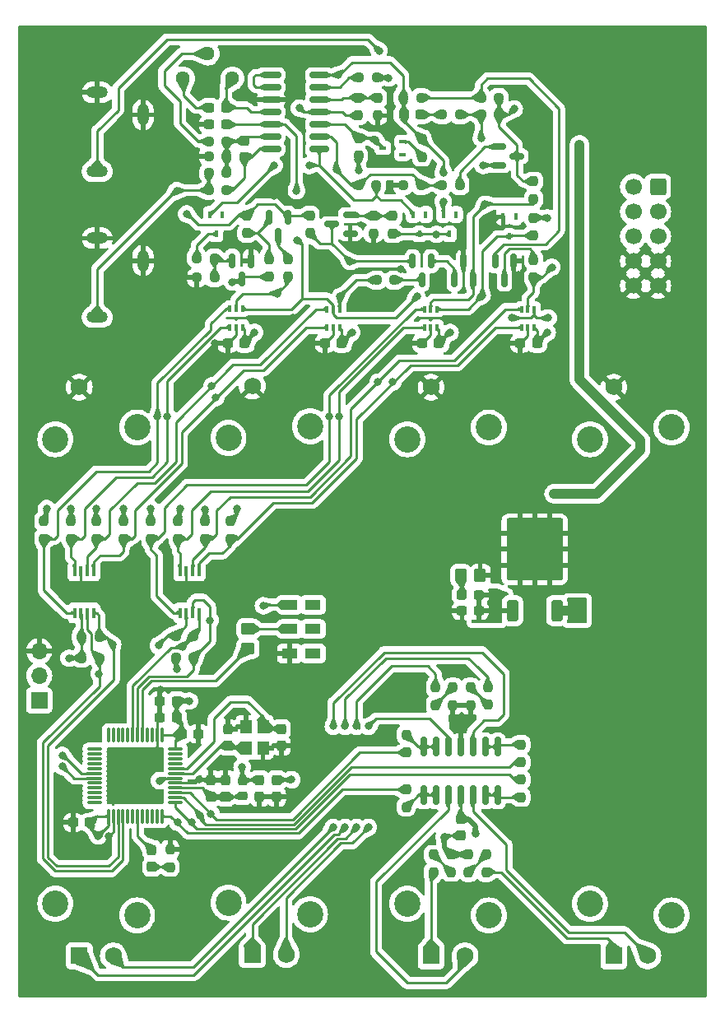
<source format=gbr>
%TF.GenerationSoftware,KiCad,Pcbnew,7.0.9*%
%TF.CreationDate,2024-06-29T17:01:07+12:00*%
%TF.ProjectId,ADSR Envelope,41445352-2045-46e7-9665-6c6f70652e6b,rev?*%
%TF.SameCoordinates,Original*%
%TF.FileFunction,Copper,L2,Bot*%
%TF.FilePolarity,Positive*%
%FSLAX46Y46*%
G04 Gerber Fmt 4.6, Leading zero omitted, Abs format (unit mm)*
G04 Created by KiCad (PCBNEW 7.0.9) date 2024-06-29 17:01:07*
%MOMM*%
%LPD*%
G01*
G04 APERTURE LIST*
G04 Aperture macros list*
%AMRoundRect*
0 Rectangle with rounded corners*
0 $1 Rounding radius*
0 $2 $3 $4 $5 $6 $7 $8 $9 X,Y pos of 4 corners*
0 Add a 4 corners polygon primitive as box body*
4,1,4,$2,$3,$4,$5,$6,$7,$8,$9,$2,$3,0*
0 Add four circle primitives for the rounded corners*
1,1,$1+$1,$2,$3*
1,1,$1+$1,$4,$5*
1,1,$1+$1,$6,$7*
1,1,$1+$1,$8,$9*
0 Add four rect primitives between the rounded corners*
20,1,$1+$1,$2,$3,$4,$5,0*
20,1,$1+$1,$4,$5,$6,$7,0*
20,1,$1+$1,$6,$7,$8,$9,0*
20,1,$1+$1,$8,$9,$2,$3,0*%
G04 Aperture macros list end*
%TA.AperFunction,SMDPad,CuDef*%
%ADD10R,1.600000X1.000000*%
%TD*%
%TA.AperFunction,ComponentPad*%
%ADD11R,1.700000X1.700000*%
%TD*%
%TA.AperFunction,ComponentPad*%
%ADD12O,1.700000X1.700000*%
%TD*%
%TA.AperFunction,ComponentPad*%
%ADD13R,1.750000X1.750000*%
%TD*%
%TA.AperFunction,ComponentPad*%
%ADD14C,1.750000*%
%TD*%
%TA.AperFunction,ComponentPad*%
%ADD15C,2.700000*%
%TD*%
%TA.AperFunction,ComponentPad*%
%ADD16O,2.200000X1.200000*%
%TD*%
%TA.AperFunction,ComponentPad*%
%ADD17O,1.200000X2.200000*%
%TD*%
%TA.AperFunction,SMDPad,CuDef*%
%ADD18RoundRect,0.237500X0.237500X-0.250000X0.237500X0.250000X-0.237500X0.250000X-0.237500X-0.250000X0*%
%TD*%
%TA.AperFunction,SMDPad,CuDef*%
%ADD19RoundRect,0.237500X0.250000X0.237500X-0.250000X0.237500X-0.250000X-0.237500X0.250000X-0.237500X0*%
%TD*%
%TA.AperFunction,SMDPad,CuDef*%
%ADD20R,0.450000X0.700000*%
%TD*%
%TA.AperFunction,SMDPad,CuDef*%
%ADD21RoundRect,0.237500X0.237500X-0.300000X0.237500X0.300000X-0.237500X0.300000X-0.237500X-0.300000X0*%
%TD*%
%TA.AperFunction,SMDPad,CuDef*%
%ADD22R,0.400000X0.650000*%
%TD*%
%TA.AperFunction,SMDPad,CuDef*%
%ADD23RoundRect,0.150000X0.587500X0.150000X-0.587500X0.150000X-0.587500X-0.150000X0.587500X-0.150000X0*%
%TD*%
%TA.AperFunction,SMDPad,CuDef*%
%ADD24RoundRect,0.237500X-0.300000X-0.237500X0.300000X-0.237500X0.300000X0.237500X-0.300000X0.237500X0*%
%TD*%
%TA.AperFunction,SMDPad,CuDef*%
%ADD25RoundRect,0.150000X0.150000X-0.587500X0.150000X0.587500X-0.150000X0.587500X-0.150000X-0.587500X0*%
%TD*%
%TA.AperFunction,SMDPad,CuDef*%
%ADD26RoundRect,0.237500X-0.237500X0.250000X-0.237500X-0.250000X0.237500X-0.250000X0.237500X0.250000X0*%
%TD*%
%TA.AperFunction,SMDPad,CuDef*%
%ADD27RoundRect,0.237500X-0.237500X0.300000X-0.237500X-0.300000X0.237500X-0.300000X0.237500X0.300000X0*%
%TD*%
%TA.AperFunction,SMDPad,CuDef*%
%ADD28RoundRect,0.250000X0.350000X0.450000X-0.350000X0.450000X-0.350000X-0.450000X0.350000X-0.450000X0*%
%TD*%
%TA.AperFunction,SMDPad,CuDef*%
%ADD29R,0.700000X0.450000*%
%TD*%
%TA.AperFunction,SMDPad,CuDef*%
%ADD30R,0.400000X1.100000*%
%TD*%
%TA.AperFunction,SMDPad,CuDef*%
%ADD31RoundRect,0.250000X-0.450000X0.350000X-0.450000X-0.350000X0.450000X-0.350000X0.450000X0.350000X0*%
%TD*%
%TA.AperFunction,SMDPad,CuDef*%
%ADD32RoundRect,0.237500X-0.287500X-0.237500X0.287500X-0.237500X0.287500X0.237500X-0.287500X0.237500X0*%
%TD*%
%TA.AperFunction,ComponentPad*%
%ADD33RoundRect,0.250000X0.600000X0.600000X-0.600000X0.600000X-0.600000X-0.600000X0.600000X-0.600000X0*%
%TD*%
%TA.AperFunction,ComponentPad*%
%ADD34C,1.700000*%
%TD*%
%TA.AperFunction,SMDPad,CuDef*%
%ADD35RoundRect,0.075000X0.662500X0.075000X-0.662500X0.075000X-0.662500X-0.075000X0.662500X-0.075000X0*%
%TD*%
%TA.AperFunction,SMDPad,CuDef*%
%ADD36RoundRect,0.075000X0.075000X0.662500X-0.075000X0.662500X-0.075000X-0.662500X0.075000X-0.662500X0*%
%TD*%
%TA.AperFunction,SMDPad,CuDef*%
%ADD37R,1.200000X1.400000*%
%TD*%
%TA.AperFunction,SMDPad,CuDef*%
%ADD38RoundRect,0.150000X-0.150000X0.587500X-0.150000X-0.587500X0.150000X-0.587500X0.150000X0.587500X0*%
%TD*%
%TA.AperFunction,SMDPad,CuDef*%
%ADD39RoundRect,0.237500X-0.250000X-0.237500X0.250000X-0.237500X0.250000X0.237500X-0.250000X0.237500X0*%
%TD*%
%TA.AperFunction,SMDPad,CuDef*%
%ADD40RoundRect,0.218750X0.256250X-0.218750X0.256250X0.218750X-0.256250X0.218750X-0.256250X-0.218750X0*%
%TD*%
%TA.AperFunction,SMDPad,CuDef*%
%ADD41RoundRect,0.237500X0.300000X0.237500X-0.300000X0.237500X-0.300000X-0.237500X0.300000X-0.237500X0*%
%TD*%
%TA.AperFunction,ComponentPad*%
%ADD42C,1.440000*%
%TD*%
%TA.AperFunction,SMDPad,CuDef*%
%ADD43RoundRect,0.150000X-0.587500X-0.150000X0.587500X-0.150000X0.587500X0.150000X-0.587500X0.150000X0*%
%TD*%
%TA.AperFunction,SMDPad,CuDef*%
%ADD44RoundRect,0.150000X0.825000X0.150000X-0.825000X0.150000X-0.825000X-0.150000X0.825000X-0.150000X0*%
%TD*%
%TA.AperFunction,SMDPad,CuDef*%
%ADD45RoundRect,0.250000X0.350000X-0.850000X0.350000X0.850000X-0.350000X0.850000X-0.350000X-0.850000X0*%
%TD*%
%TA.AperFunction,SMDPad,CuDef*%
%ADD46RoundRect,0.250000X1.125000X-1.275000X1.125000X1.275000X-1.125000X1.275000X-1.125000X-1.275000X0*%
%TD*%
%TA.AperFunction,SMDPad,CuDef*%
%ADD47RoundRect,0.249997X2.650003X-2.950003X2.650003X2.950003X-2.650003X2.950003X-2.650003X-2.950003X0*%
%TD*%
%TA.AperFunction,SMDPad,CuDef*%
%ADD48RoundRect,0.150000X-0.150000X0.825000X-0.150000X-0.825000X0.150000X-0.825000X0.150000X0.825000X0*%
%TD*%
%TA.AperFunction,SMDPad,CuDef*%
%ADD49RoundRect,0.237500X0.237500X-0.287500X0.237500X0.287500X-0.237500X0.287500X-0.237500X-0.287500X0*%
%TD*%
%TA.AperFunction,ViaPad*%
%ADD50C,0.800000*%
%TD*%
%TA.AperFunction,Conductor*%
%ADD51C,0.250000*%
%TD*%
%TA.AperFunction,Conductor*%
%ADD52C,0.500000*%
%TD*%
%TA.AperFunction,Conductor*%
%ADD53C,1.000000*%
%TD*%
G04 APERTURE END LIST*
D10*
%TO.P,SW2,1,A*%
%TO.N,+3.3V*%
X136900000Y-104900000D03*
%TO.P,SW2,2,B*%
%TO.N,/Microcontroller/SW_BOOT0*%
X136900000Y-107400000D03*
%TO.P,SW2,3,C*%
%TO.N,GND*%
X136900000Y-109900000D03*
%TO.P,SW2,4,A*%
%TO.N,unconnected-(SW2B-A-Pad4)*%
X139300000Y-104900000D03*
%TO.P,SW2,5,B*%
%TO.N,unconnected-(SW2B-B-Pad5)*%
X139300000Y-107400000D03*
%TO.P,SW2,6,C*%
%TO.N,unconnected-(SW2B-C-Pad6)*%
X139300000Y-109900000D03*
%TD*%
D11*
%TO.P,J4,1,Pin_1*%
%TO.N,/Microcontroller/USART1_TX*%
X111125000Y-114725000D03*
D12*
%TO.P,J4,2,Pin_2*%
%TO.N,/Microcontroller/USART1_RX*%
X111125000Y-112185000D03*
%TO.P,J4,3,Pin_3*%
%TO.N,GND*%
X111125000Y-109645000D03*
%TD*%
D13*
%TO.P,RV9,1,1*%
%TO.N,Net-(R41-Pad2)*%
X170250000Y-141020000D03*
D14*
%TO.P,RV9,2,2*%
%TO.N,Net-(U4C-+)*%
X173750000Y-141020000D03*
%TO.P,RV9,3,3*%
%TO.N,GND*%
X170250000Y-82520000D03*
D15*
%TO.P,RV9,MP*%
%TO.N,N/C*%
X176200000Y-136870000D03*
X167800000Y-135670000D03*
X167800000Y-87870000D03*
X176200000Y-86670000D03*
%TD*%
D16*
%TO.P,J2,S*%
%TO.N,GND*%
X117100000Y-67200000D03*
%TO.P,J2,T*%
%TO.N,/Analog/OUT*%
X117100000Y-75300000D03*
D17*
%TO.P,J2,TN*%
%TO.N,GND*%
X121800000Y-69500000D03*
%TD*%
D13*
%TO.P,RV6,1,1*%
%TO.N,Net-(R32-Pad2)*%
X115250000Y-141020000D03*
D14*
%TO.P,RV6,2,2*%
%TO.N,Net-(U4B-+)*%
X118750000Y-141020000D03*
%TO.P,RV6,3,3*%
%TO.N,GND*%
X115250000Y-82520000D03*
D15*
%TO.P,RV6,MP*%
%TO.N,N/C*%
X121200000Y-136870000D03*
X112800000Y-135670000D03*
X112800000Y-87870000D03*
X121200000Y-86670000D03*
%TD*%
D13*
%TO.P,RV7,1,1*%
%TO.N,Net-(R35-Pad2)*%
X133050000Y-140890000D03*
D14*
%TO.P,RV7,2,2*%
%TO.N,Net-(U4A-+)*%
X136550000Y-140890000D03*
%TO.P,RV7,3,3*%
%TO.N,GND*%
X133050000Y-82390000D03*
D15*
%TO.P,RV7,MP*%
%TO.N,N/C*%
X139000000Y-136740000D03*
X130600000Y-135540000D03*
X130600000Y-87740000D03*
X139000000Y-86540000D03*
%TD*%
D16*
%TO.P,J1,S*%
%TO.N,GND*%
X117100000Y-52200000D03*
%TO.P,J1,T*%
%TO.N,/Analog/GATE*%
X117100000Y-60300000D03*
D17*
%TO.P,J1,TN*%
%TO.N,GND*%
X121800000Y-54500000D03*
%TD*%
D13*
%TO.P,RV8,1,1*%
%TO.N,Net-(R38-Pad2)*%
X151450000Y-141020000D03*
D14*
%TO.P,RV8,2,2*%
%TO.N,Net-(U4D-+)*%
X154950000Y-141020000D03*
%TO.P,RV8,3,3*%
%TO.N,GND*%
X151450000Y-82520000D03*
D15*
%TO.P,RV8,MP*%
%TO.N,N/C*%
X157400000Y-136870000D03*
X149000000Y-135670000D03*
X149000000Y-87870000D03*
X157400000Y-86670000D03*
%TD*%
D18*
%TO.P,R34,1*%
%TO.N,+12V*%
X153700000Y-115225000D03*
%TO.P,R34,2*%
%TO.N,Net-(R34-Pad2)*%
X153700000Y-113400000D03*
%TD*%
D19*
%TO.P,R14,1*%
%TO.N,Net-(Q3-B)*%
X129162500Y-69250000D03*
%TO.P,R14,2*%
%TO.N,Net-(D2-K)*%
X127337500Y-69250000D03*
%TD*%
D20*
%TO.P,D2,1,A*%
%TO.N,Net-(D2-A)*%
X128700000Y-64750000D03*
%TO.P,D2,2,NC*%
%TO.N,unconnected-(D2-NC-Pad2)*%
X130000000Y-64750000D03*
%TO.P,D2,3,K*%
%TO.N,Net-(D2-K)*%
X129350000Y-66750000D03*
%TD*%
D18*
%TO.P,R49,1*%
%TO.N,ATTACK_SDA*%
X111600000Y-98112500D03*
%TO.P,R49,2*%
%TO.N,+3.3V*%
X111600000Y-96287500D03*
%TD*%
D20*
%TO.P,D4,1,A*%
%TO.N,/Analog/DETECT*%
X152700000Y-64750000D03*
%TO.P,D4,2,NC*%
%TO.N,unconnected-(D4-NC-Pad2)*%
X154000000Y-64750000D03*
%TO.P,D4,3,K*%
%TO.N,Net-(D3-K)*%
X153350000Y-66750000D03*
%TD*%
D18*
%TO.P,R48,1*%
%TO.N,ATTACK_SCL*%
X114400000Y-98112500D03*
%TO.P,R48,2*%
%TO.N,+3.3V*%
X114400000Y-96287500D03*
%TD*%
D21*
%TO.P,C14,1*%
%TO.N,GND*%
X135550000Y-124662500D03*
%TO.P,C14,2*%
%TO.N,Net-(U2-NRST)*%
X135550000Y-122937500D03*
%TD*%
D19*
%TO.P,R45,1*%
%TO.N,/Microcontroller/I2C2_SDA*%
X117312500Y-108200000D03*
%TO.P,R45,2*%
%TO.N,+3.3V*%
X115487500Y-108200000D03*
%TD*%
%TO.P,R28,1*%
%TO.N,Net-(C3-Pad1)*%
X130412500Y-62250000D03*
%TO.P,R28,2*%
%TO.N,/Analog/OUT*%
X128587500Y-62250000D03*
%TD*%
D22*
%TO.P,U6,1,VDD*%
%TO.N,+3.3V*%
X132050000Y-76350000D03*
%TO.P,U6,2,VSS*%
%TO.N,GND*%
X131400000Y-76350000D03*
%TO.P,U6,3,SCL*%
%TO.N,ATTACK_SCL*%
X130750000Y-76350000D03*
%TO.P,U6,4,SDA*%
%TO.N,ATTACK_SDA*%
X130750000Y-74450000D03*
%TO.P,U6,5,B*%
%TO.N,Net-(U6-B)*%
X131400000Y-74450000D03*
%TO.P,U6,6,W*%
%TO.N,/Analog/Envelope*%
X132050000Y-74450000D03*
%TD*%
D18*
%TO.P,R6,1*%
%TO.N,Net-(D1-A)*%
X150500000Y-58832500D03*
%TO.P,R6,2*%
%TO.N,/Analog/DETECT*%
X150500000Y-57007500D03*
%TD*%
D23*
%TO.P,Q4,1,B*%
%TO.N,Net-(Q4-B)*%
X143125000Y-64800000D03*
%TO.P,Q4,2,E*%
%TO.N,GND*%
X143125000Y-66700000D03*
%TO.P,Q4,3,C*%
%TO.N,Net-(Q4-C)*%
X141250000Y-65750000D03*
%TD*%
D18*
%TO.P,R54,1*%
%TO.N,SUSTAIN_SCL*%
X125400000Y-98112500D03*
%TO.P,R54,2*%
%TO.N,+3.3V*%
X125400000Y-96287500D03*
%TD*%
D24*
%TO.P,C12,1*%
%TO.N,GND*%
X160637500Y-78000000D03*
%TO.P,C12,2*%
%TO.N,+3.3V*%
X162362500Y-78000000D03*
%TD*%
D25*
%TO.P,Q7,1,B*%
%TO.N,Net-(Q7-B)*%
X155750000Y-71437500D03*
%TO.P,Q7,2,E*%
%TO.N,Net-(Q6-E)*%
X153850000Y-71437500D03*
%TO.P,Q7,3,C*%
%TO.N,GND*%
X154800000Y-69562500D03*
%TD*%
D24*
%TO.P,C19,1*%
%TO.N,GND*%
X140537500Y-78000000D03*
%TO.P,C19,2*%
%TO.N,+3.3V*%
X142262500Y-78000000D03*
%TD*%
D26*
%TO.P,R33,1*%
%TO.N,Net-(U4B--)*%
X160700000Y-119287500D03*
%TO.P,R33,2*%
%TO.N,/Microcontroller/ADC_ATTACK*%
X160700000Y-121112500D03*
%TD*%
D21*
%TO.P,C9,1*%
%TO.N,+3.3VA*%
X130300000Y-124662500D03*
%TO.P,C9,2*%
%TO.N,GND*%
X130300000Y-122937500D03*
%TD*%
D22*
%TO.P,U7,1,VDD*%
%TO.N,+3.3V*%
X142050000Y-76400000D03*
%TO.P,U7,2,VSS*%
%TO.N,GND*%
X141400000Y-76400000D03*
%TO.P,U7,3,SCL*%
%TO.N,DECAY_SCL*%
X140750000Y-76400000D03*
%TO.P,U7,4,SDA*%
%TO.N,DECAY_SDA*%
X140750000Y-74500000D03*
%TO.P,U7,5,B*%
%TO.N,/Analog/Envelope*%
X141400000Y-74500000D03*
%TO.P,U7,6,W*%
%TO.N,Net-(U7-W)*%
X142050000Y-74500000D03*
%TD*%
D26*
%TO.P,R21,1*%
%TO.N,Net-(Q5-C)*%
X136750000Y-69337500D03*
%TO.P,R21,2*%
%TO.N,Net-(U6-B)*%
X136750000Y-71162500D03*
%TD*%
D19*
%TO.P,R25,1*%
%TO.N,Net-(U1C--)*%
X130412500Y-58750000D03*
%TO.P,R25,2*%
%TO.N,GND*%
X128587500Y-58750000D03*
%TD*%
D18*
%TO.P,R43,1*%
%TO.N,Net-(D7-K)*%
X124600000Y-131912500D03*
%TO.P,R43,2*%
%TO.N,GND*%
X124600000Y-130087500D03*
%TD*%
D26*
%TO.P,R19,1*%
%TO.N,Net-(Q5-B)*%
X134750000Y-69337500D03*
%TO.P,R19,2*%
%TO.N,Net-(Q3-C)*%
X134750000Y-71162500D03*
%TD*%
D19*
%TO.P,R8,1*%
%TO.N,Net-(Q2-B)*%
X154412500Y-54500000D03*
%TO.P,R8,2*%
%TO.N,Net-(C1-Pad2)*%
X152587500Y-54500000D03*
%TD*%
D27*
%TO.P,C15,1*%
%TO.N,/Microcontroller/OSC_IN*%
X136050000Y-117687500D03*
%TO.P,C15,2*%
%TO.N,GND*%
X136050000Y-119412500D03*
%TD*%
D21*
%TO.P,C16,1*%
%TO.N,/Microcontroller/OSC_OUT*%
X130550000Y-119412500D03*
%TO.P,C16,2*%
%TO.N,GND*%
X130550000Y-117687500D03*
%TD*%
%TO.P,C10,1*%
%TO.N,+3.3VA*%
X128800000Y-124662500D03*
%TO.P,C10,2*%
%TO.N,GND*%
X128800000Y-122937500D03*
%TD*%
D18*
%TO.P,R51,1*%
%TO.N,DECAY_SDA*%
X117000000Y-98112500D03*
%TO.P,R51,2*%
%TO.N,+3.3V*%
X117000000Y-96287500D03*
%TD*%
D28*
%TO.P,R29,2*%
%TO.N,/Microcontroller/PWR_LED_K*%
X154500000Y-101900000D03*
%TO.P,R29,1*%
%TO.N,GND*%
X156500000Y-101900000D03*
%TD*%
D26*
%TO.P,R20,1*%
%TO.N,+12V*%
X139000000Y-64837500D03*
%TO.P,R20,2*%
%TO.N,Net-(Q4-C)*%
X139000000Y-66662500D03*
%TD*%
D29*
%TO.P,D1,1,A*%
%TO.N,Net-(D1-A)*%
X148500000Y-57270000D03*
%TO.P,D1,2,NC*%
%TO.N,unconnected-(D1-NC-Pad2)*%
X148500000Y-58570000D03*
%TO.P,D1,3,K*%
%TO.N,Net-(D1-K)*%
X146500000Y-57920000D03*
%TD*%
D24*
%TO.P,C18,1*%
%TO.N,GND*%
X130537500Y-78000000D03*
%TO.P,C18,2*%
%TO.N,+3.3V*%
X132262500Y-78000000D03*
%TD*%
D30*
%TO.P,U9,1,SCL*%
%TO.N,/Microcontroller/I2C2_SDA*%
X116725000Y-105750000D03*
%TO.P,U9,2,SDA*%
%TO.N,/Microcontroller/I2C2_SCL*%
X116075000Y-105750000D03*
%TO.P,U9,3,VDD*%
%TO.N,+3.3V*%
X115425000Y-105750000D03*
%TO.P,U9,4,SD0*%
%TO.N,ATTACK_SDA*%
X114775000Y-105750000D03*
%TO.P,U9,5,SC0*%
%TO.N,ATTACK_SCL*%
X114775000Y-101450000D03*
%TO.P,U9,6,VSS*%
%TO.N,GND*%
X115425000Y-101450000D03*
%TO.P,U9,7,SD1*%
%TO.N,DECAY_SDA*%
X116075000Y-101450000D03*
%TO.P,U9,8,SC1*%
%TO.N,DECAY_SCL*%
X116725000Y-101450000D03*
%TD*%
D18*
%TO.P,R50,1*%
%TO.N,DECAY_SCL*%
X119800000Y-98112500D03*
%TO.P,R50,2*%
%TO.N,+3.3V*%
X119800000Y-96287500D03*
%TD*%
D19*
%TO.P,R47,1*%
%TO.N,/Microcontroller/I2C1_SCL*%
X127012500Y-108100000D03*
%TO.P,R47,2*%
%TO.N,+3.3V*%
X125187500Y-108100000D03*
%TD*%
D18*
%TO.P,R23,1*%
%TO.N,Net-(D5-K)*%
X162000000Y-66912500D03*
%TO.P,R23,2*%
%TO.N,-12V*%
X162000000Y-65087500D03*
%TD*%
D30*
%TO.P,U10,1,SCL*%
%TO.N,/Microcontroller/I2C1_SCL*%
X127575000Y-105750000D03*
%TO.P,U10,2,SDA*%
%TO.N,/Microcontroller/I2C1_SDA*%
X126925000Y-105750000D03*
%TO.P,U10,3,VDD*%
%TO.N,+3.3V*%
X126275000Y-105750000D03*
%TO.P,U10,4,SD0*%
%TO.N,SUSTAIN_SDA*%
X125625000Y-105750000D03*
%TO.P,U10,5,SC0*%
%TO.N,SUSTAIN_SCL*%
X125625000Y-101450000D03*
%TO.P,U10,6,VSS*%
%TO.N,GND*%
X126275000Y-101450000D03*
%TO.P,U10,7,SD1*%
%TO.N,RELEASE_SDA*%
X126925000Y-101450000D03*
%TO.P,U10,8,SC1*%
%TO.N,RELEASE_SCL*%
X127575000Y-101450000D03*
%TD*%
D21*
%TO.P,C17,1*%
%TO.N,+12V*%
X154500000Y-128662500D03*
%TO.P,C17,2*%
%TO.N,-12V*%
X154500000Y-126937500D03*
%TD*%
D31*
%TO.P,R30,1*%
%TO.N,/Microcontroller/SW_BOOT0*%
X132600000Y-107400000D03*
%TO.P,R30,2*%
%TO.N,/Microcontroller/BOOT0*%
X132600000Y-109400000D03*
%TD*%
D18*
%TO.P,R39,1*%
%TO.N,Net-(U4D--)*%
X148900000Y-125712500D03*
%TO.P,R39,2*%
%TO.N,/Microcontroller/ADC_SUSTAIN*%
X148900000Y-123887500D03*
%TD*%
D32*
%TO.P,D6,2,A*%
%TO.N,+3.3V*%
X156375000Y-103900000D03*
%TO.P,D6,1,K*%
%TO.N,/Microcontroller/PWR_LED_K*%
X154625000Y-103900000D03*
%TD*%
D18*
%TO.P,R32,1*%
%TO.N,Net-(R31-Pad2)*%
X157300000Y-115200000D03*
%TO.P,R32,2*%
%TO.N,Net-(R32-Pad2)*%
X157300000Y-113375000D03*
%TD*%
D26*
%TO.P,R38,1*%
%TO.N,Net-(R37-Pad2)*%
X151700000Y-130600000D03*
%TO.P,R38,2*%
%TO.N,Net-(R38-Pad2)*%
X151700000Y-132425000D03*
%TD*%
D24*
%TO.P,C2,1*%
%TO.N,GND*%
X128637500Y-55500000D03*
%TO.P,C2,2*%
%TO.N,/Analog/Envelope*%
X130362500Y-55500000D03*
%TD*%
D19*
%TO.P,R12,1*%
%TO.N,Net-(U1B--)*%
X150412500Y-61750000D03*
%TO.P,R12,2*%
%TO.N,GND*%
X148587500Y-61750000D03*
%TD*%
D33*
%TO.P,J3,1,Pin_1*%
%TO.N,Net-(D8-A)*%
X174790000Y-61920000D03*
D34*
%TO.P,J3,2,Pin_2*%
%TO.N,Net-(D9-K)*%
X172250000Y-61920000D03*
%TO.P,J3,3,Pin_3*%
%TO.N,Net-(D8-A)*%
X174790000Y-64460000D03*
%TO.P,J3,4,Pin_4*%
%TO.N,Net-(D9-K)*%
X172250000Y-64460000D03*
%TO.P,J3,5,Pin_5*%
%TO.N,Net-(D8-A)*%
X174790000Y-67000000D03*
%TO.P,J3,6,Pin_6*%
%TO.N,Net-(D9-K)*%
X172250000Y-67000000D03*
%TO.P,J3,7,Pin_7*%
%TO.N,GND*%
X174790000Y-69540000D03*
%TO.P,J3,8,Pin_8*%
X172250000Y-69540000D03*
%TO.P,J3,9,Pin_9*%
X174790000Y-72080000D03*
%TO.P,J3,10,Pin_10*%
X172250000Y-72080000D03*
%TD*%
D35*
%TO.P,U2,1,VDD*%
%TO.N,+3.3V*%
X125162500Y-119750000D03*
%TO.P,U2,2,PC13*%
%TO.N,unconnected-(U2-PC13-Pad2)*%
X125162500Y-120250000D03*
%TO.P,U2,3,PC14*%
%TO.N,unconnected-(U2-PC14-Pad3)*%
X125162500Y-120750000D03*
%TO.P,U2,4,PC15*%
%TO.N,unconnected-(U2-PC15-Pad4)*%
X125162500Y-121250000D03*
%TO.P,U2,5,PF0*%
%TO.N,/Microcontroller/OSC_IN*%
X125162500Y-121750000D03*
%TO.P,U2,6,PF1*%
%TO.N,/Microcontroller/OSC_OUT*%
X125162500Y-122250000D03*
%TO.P,U2,7,NRST*%
%TO.N,Net-(U2-NRST)*%
X125162500Y-122750000D03*
%TO.P,U2,8,VSSA*%
%TO.N,GND*%
X125162500Y-123250000D03*
%TO.P,U2,9,VDDA*%
%TO.N,+3.3VA*%
X125162500Y-123750000D03*
%TO.P,U2,10,PA0*%
%TO.N,/Microcontroller/ADC_DECAY*%
X125162500Y-124250000D03*
%TO.P,U2,11,PA1*%
%TO.N,/Microcontroller/ADC_ATTACK*%
X125162500Y-124750000D03*
%TO.P,U2,12,PA2*%
%TO.N,/Microcontroller/ADC_RELEASE*%
X125162500Y-125250000D03*
D36*
%TO.P,U2,13,PA3*%
%TO.N,/Microcontroller/ADC_SUSTAIN*%
X123750000Y-126662500D03*
%TO.P,U2,14,PA4*%
%TO.N,unconnected-(U2-PA4-Pad14)*%
X123250000Y-126662500D03*
%TO.P,U2,15,PA5*%
%TO.N,unconnected-(U2-PA5-Pad15)*%
X122750000Y-126662500D03*
%TO.P,U2,16,PA6*%
%TO.N,unconnected-(U2-PA6-Pad16)*%
X122250000Y-126662500D03*
%TO.P,U2,17,PA7*%
%TO.N,unconnected-(U2-PA7-Pad17)*%
X121750000Y-126662500D03*
%TO.P,U2,18,PB0*%
%TO.N,Net-(D7-A)*%
X121250000Y-126662500D03*
%TO.P,U2,19,PB1*%
%TO.N,unconnected-(U2-PB1-Pad19)*%
X120750000Y-126662500D03*
%TO.P,U2,20,PB2*%
%TO.N,unconnected-(U2-PB2-Pad20)*%
X120250000Y-126662500D03*
%TO.P,U2,21,PB10*%
%TO.N,/Microcontroller/I2C2_SCL*%
X119750000Y-126662500D03*
%TO.P,U2,22,PB11*%
%TO.N,/Microcontroller/I2C2_SDA*%
X119250000Y-126662500D03*
%TO.P,U2,23,VSS*%
%TO.N,GND*%
X118750000Y-126662500D03*
%TO.P,U2,24,VDD*%
%TO.N,+3.3V*%
X118250000Y-126662500D03*
D35*
%TO.P,U2,25,PB12*%
%TO.N,unconnected-(U2-PB12-Pad25)*%
X116837500Y-125250000D03*
%TO.P,U2,26,PB13*%
%TO.N,unconnected-(U2-PB13-Pad26)*%
X116837500Y-124750000D03*
%TO.P,U2,27,PB14*%
%TO.N,unconnected-(U2-PB14-Pad27)*%
X116837500Y-124250000D03*
%TO.P,U2,28,PB15*%
%TO.N,unconnected-(U2-PB15-Pad28)*%
X116837500Y-123750000D03*
%TO.P,U2,29,PA8*%
%TO.N,unconnected-(U2-PA8-Pad29)*%
X116837500Y-123250000D03*
%TO.P,U2,30,PA9*%
%TO.N,/Microcontroller/USART1_TX*%
X116837500Y-122750000D03*
%TO.P,U2,31,PA10*%
%TO.N,/Microcontroller/USART1_RX*%
X116837500Y-122250000D03*
%TO.P,U2,32,PA11*%
%TO.N,unconnected-(U2-PA11-Pad32)*%
X116837500Y-121750000D03*
%TO.P,U2,33,PA12*%
%TO.N,unconnected-(U2-PA12-Pad33)*%
X116837500Y-121250000D03*
%TO.P,U2,34,PA13*%
%TO.N,unconnected-(U2-PA13-Pad34)*%
X116837500Y-120750000D03*
%TO.P,U2,35,PF6*%
%TO.N,unconnected-(U2-PF6-Pad35)*%
X116837500Y-120250000D03*
%TO.P,U2,36,PF7*%
%TO.N,unconnected-(U2-PF7-Pad36)*%
X116837500Y-119750000D03*
D36*
%TO.P,U2,37,PA14*%
%TO.N,unconnected-(U2-PA14-Pad37)*%
X118250000Y-118337500D03*
%TO.P,U2,38,PA15*%
%TO.N,unconnected-(U2-PA15-Pad38)*%
X118750000Y-118337500D03*
%TO.P,U2,39,PB3*%
%TO.N,unconnected-(U2-PB3-Pad39)*%
X119250000Y-118337500D03*
%TO.P,U2,40,PB4*%
%TO.N,unconnected-(U2-PB4-Pad40)*%
X119750000Y-118337500D03*
%TO.P,U2,41,PB5*%
%TO.N,unconnected-(U2-PB5-Pad41)*%
X120250000Y-118337500D03*
%TO.P,U2,42,PB6*%
%TO.N,/Microcontroller/I2C1_SCL*%
X120750000Y-118337500D03*
%TO.P,U2,43,PB7*%
%TO.N,/Microcontroller/I2C1_SDA*%
X121250000Y-118337500D03*
%TO.P,U2,44,BOOT0*%
%TO.N,/Microcontroller/BOOT0*%
X121750000Y-118337500D03*
%TO.P,U2,45,PB8*%
%TO.N,unconnected-(U2-PB8-Pad45)*%
X122250000Y-118337500D03*
%TO.P,U2,46,PB9*%
%TO.N,unconnected-(U2-PB9-Pad46)*%
X122750000Y-118337500D03*
%TO.P,U2,47,VSS*%
%TO.N,GND*%
X123250000Y-118337500D03*
%TO.P,U2,48,VDD*%
%TO.N,+3.3V*%
X123750000Y-118337500D03*
%TD*%
D21*
%TO.P,C3,1*%
%TO.N,Net-(C3-Pad1)*%
X132250000Y-58862500D03*
%TO.P,C3,2*%
%TO.N,Net-(U1C--)*%
X132250000Y-57137500D03*
%TD*%
D26*
%TO.P,R40,1*%
%TO.N,+12V*%
X155300000Y-130600000D03*
%TO.P,R40,2*%
%TO.N,Net-(R40-Pad2)*%
X155300000Y-132425000D03*
%TD*%
%TO.P,R36,1*%
%TO.N,Net-(U4A--)*%
X148900000Y-118287500D03*
%TO.P,R36,2*%
%TO.N,/Microcontroller/ADC_DECAY*%
X148900000Y-120112500D03*
%TD*%
D18*
%TO.P,R52,1*%
%TO.N,RELEASE_SCL*%
X130800000Y-98112500D03*
%TO.P,R52,2*%
%TO.N,+3.3V*%
X130800000Y-96287500D03*
%TD*%
D26*
%TO.P,R2,1*%
%TO.N,Net-(U1A-+)*%
X143950000Y-52757500D03*
%TO.P,R2,2*%
%TO.N,+12V*%
X143950000Y-54582500D03*
%TD*%
D19*
%TO.P,R46,1*%
%TO.N,/Microcontroller/I2C1_SDA*%
X127012500Y-110300000D03*
%TO.P,R46,2*%
%TO.N,+3.3V*%
X125187500Y-110300000D03*
%TD*%
D37*
%TO.P,Y1,1,1*%
%TO.N,/Microcontroller/OSC_IN*%
X134150000Y-117450000D03*
%TO.P,Y1,2,2*%
%TO.N,GND*%
X134150000Y-119650000D03*
%TO.P,Y1,3,3*%
%TO.N,/Microcontroller/OSC_OUT*%
X132450000Y-119650000D03*
%TO.P,Y1,4,4*%
%TO.N,GND*%
X132450000Y-117450000D03*
%TD*%
D18*
%TO.P,R55,1*%
%TO.N,SUSTAIN_SDA*%
X122600000Y-98112500D03*
%TO.P,R55,2*%
%TO.N,+3.3V*%
X122600000Y-96287500D03*
%TD*%
D22*
%TO.P,U5,1,VDD*%
%TO.N,+3.3V*%
X162050000Y-76400000D03*
%TO.P,U5,2,VSS*%
%TO.N,GND*%
X161400000Y-76400000D03*
%TO.P,U5,3,SCL*%
%TO.N,RELEASE_SCL*%
X160750000Y-76400000D03*
%TO.P,U5,4,SDA*%
%TO.N,RELEASE_SDA*%
X160750000Y-74500000D03*
%TO.P,U5,5,B*%
%TO.N,Net-(U5-B)*%
X161400000Y-74500000D03*
%TO.P,U5,6,W*%
%TO.N,/Analog/Envelope*%
X162050000Y-74500000D03*
%TD*%
D38*
%TO.P,Q1,1,B*%
%TO.N,Net-(Q1-B)*%
X158050000Y-69562500D03*
%TO.P,Q1,2,E*%
%TO.N,GND*%
X159950000Y-69562500D03*
%TO.P,Q1,3,C*%
%TO.N,Net-(Q1-C)*%
X159000000Y-71437500D03*
%TD*%
D39*
%TO.P,R22,1*%
%TO.N,Net-(U7-W)*%
X145837500Y-71500000D03*
%TO.P,R22,2*%
%TO.N,Net-(Q6-C)*%
X147662500Y-71500000D03*
%TD*%
D22*
%TO.P,U8,1,VDD*%
%TO.N,+3.3V*%
X152050000Y-76400000D03*
%TO.P,U8,2,VSS*%
%TO.N,GND*%
X151400000Y-76400000D03*
%TO.P,U8,3,SCL*%
%TO.N,SUSTAIN_SCL*%
X150750000Y-76400000D03*
%TO.P,U8,4,SDA*%
%TO.N,SUSTAIN_SDA*%
X150750000Y-74500000D03*
%TO.P,U8,5,B*%
%TO.N,Net-(Q7-B)*%
X151400000Y-74500000D03*
%TO.P,U8,6,W*%
%TO.N,Net-(D5-K)*%
X152050000Y-74500000D03*
%TD*%
D40*
%TO.P,FB1,1*%
%TO.N,+3.3VA*%
X132050000Y-124587500D03*
%TO.P,FB1,2*%
%TO.N,+3.3V*%
X132050000Y-123012500D03*
%TD*%
D41*
%TO.P,C7,1*%
%TO.N,+3.3V*%
X125262500Y-116500000D03*
%TO.P,C7,2*%
%TO.N,GND*%
X123537500Y-116500000D03*
%TD*%
D18*
%TO.P,R9,1*%
%TO.N,/Analog/OUT*%
X143975000Y-58725000D03*
%TO.P,R9,2*%
%TO.N,Net-(D1-K)*%
X143975000Y-56900000D03*
%TD*%
D26*
%TO.P,R17,1*%
%TO.N,Net-(Q4-B)*%
X145500000Y-64875000D03*
%TO.P,R17,2*%
%TO.N,GND*%
X145500000Y-66700000D03*
%TD*%
D24*
%TO.P,C6,1*%
%TO.N,+3.3V*%
X125800000Y-118200000D03*
%TO.P,C6,2*%
%TO.N,GND*%
X127525000Y-118200000D03*
%TD*%
D18*
%TO.P,R42,1*%
%TO.N,Net-(U4C--)*%
X160700000Y-124712500D03*
%TO.P,R42,2*%
%TO.N,/Microcontroller/ADC_RELEASE*%
X160700000Y-122887500D03*
%TD*%
D19*
%TO.P,R44,1*%
%TO.N,/Microcontroller/I2C2_SCL*%
X117312500Y-110400000D03*
%TO.P,R44,2*%
%TO.N,+3.3V*%
X115487500Y-110400000D03*
%TD*%
D20*
%TO.P,D5,1,A*%
%TO.N,GND*%
X158850000Y-65000000D03*
%TO.P,D5,2,NC*%
%TO.N,unconnected-(D5-NC-Pad2)*%
X160150000Y-65000000D03*
%TO.P,D5,3,K*%
%TO.N,Net-(D5-K)*%
X159500000Y-67000000D03*
%TD*%
D24*
%TO.P,C4,1*%
%TO.N,+12V*%
X128637500Y-53750000D03*
%TO.P,C4,2*%
%TO.N,-12V*%
X130362500Y-53750000D03*
%TD*%
D41*
%TO.P,C8,1*%
%TO.N,+3.3V*%
X116362500Y-127300000D03*
%TO.P,C8,2*%
%TO.N,GND*%
X114637500Y-127300000D03*
%TD*%
%TO.P,C13,2*%
%TO.N,GND*%
X154637500Y-105500000D03*
%TO.P,C13,1*%
%TO.N,+3.3V*%
X156362500Y-105500000D03*
%TD*%
D42*
%TO.P,RV5,1,1*%
%TO.N,-12V*%
X131000000Y-50750000D03*
%TO.P,RV5,2,2*%
%TO.N,Net-(R26-Pad2)*%
X128460000Y-48210000D03*
%TO.P,RV5,3,3*%
%TO.N,+12V*%
X125920000Y-50750000D03*
%TD*%
D43*
%TO.P,Q2,1,B*%
%TO.N,Net-(Q2-B)*%
X158375000Y-59700000D03*
%TO.P,Q2,2,E*%
%TO.N,Net-(Q2-E)*%
X158375000Y-57800000D03*
%TO.P,Q2,3,C*%
%TO.N,+12V*%
X160250000Y-58750000D03*
%TD*%
D24*
%TO.P,C20,1*%
%TO.N,GND*%
X150537500Y-78000000D03*
%TO.P,C20,2*%
%TO.N,+3.3V*%
X152262500Y-78000000D03*
%TD*%
D20*
%TO.P,D3,1,A*%
%TO.N,Net-(D2-A)*%
X149600000Y-64750000D03*
%TO.P,D3,2,NC*%
%TO.N,unconnected-(D3-NC-Pad2)*%
X150900000Y-64750000D03*
%TO.P,D3,3,K*%
%TO.N,Net-(D3-K)*%
X150250000Y-66750000D03*
%TD*%
D44*
%TO.P,U1,1*%
%TO.N,/Analog/DETECT*%
X139950000Y-50400000D03*
%TO.P,U1,2,-*%
%TO.N,Net-(U1A--)*%
X139950000Y-51670000D03*
%TO.P,U1,3,+*%
%TO.N,Net-(U1A-+)*%
X139950000Y-52940000D03*
%TO.P,U1,4,V+*%
%TO.N,+12V*%
X139950000Y-54210000D03*
%TO.P,U1,5,+*%
%TO.N,Net-(D1-K)*%
X139950000Y-55480000D03*
%TO.P,U1,6,-*%
%TO.N,Net-(U1B--)*%
X139950000Y-56750000D03*
%TO.P,U1,7*%
%TO.N,Net-(D2-A)*%
X139950000Y-58020000D03*
%TO.P,U1,8*%
%TO.N,Net-(C3-Pad1)*%
X135000000Y-58020000D03*
%TO.P,U1,9,-*%
%TO.N,Net-(U1C--)*%
X135000000Y-56750000D03*
%TO.P,U1,10,+*%
%TO.N,/Analog/Envelope*%
X135000000Y-55480000D03*
%TO.P,U1,11,V-*%
%TO.N,-12V*%
X135000000Y-54210000D03*
%TO.P,U1,12,+*%
%TO.N,GND*%
X135000000Y-52940000D03*
%TO.P,U1,13,-*%
%TO.N,Net-(U1D--)*%
X135000000Y-51670000D03*
%TO.P,U1,14*%
X135000000Y-50400000D03*
%TD*%
D19*
%TO.P,R26,1*%
%TO.N,Net-(U1C--)*%
X130412500Y-57250000D03*
%TO.P,R26,2*%
%TO.N,Net-(R26-Pad2)*%
X128587500Y-57250000D03*
%TD*%
D26*
%TO.P,R24,1*%
%TO.N,+12V*%
X162000000Y-61337500D03*
%TO.P,R24,2*%
%TO.N,Net-(Q7-B)*%
X162000000Y-63162500D03*
%TD*%
%TO.P,R41,1*%
%TO.N,Net-(R40-Pad2)*%
X157100000Y-130600000D03*
%TO.P,R41,2*%
%TO.N,Net-(R41-Pad2)*%
X157100000Y-132425000D03*
%TD*%
D19*
%TO.P,R13,1*%
%TO.N,Net-(D2-A)*%
X145812500Y-61750000D03*
%TO.P,R13,2*%
%TO.N,Net-(U1B--)*%
X143987500Y-61750000D03*
%TD*%
%TO.P,R27,1*%
%TO.N,Net-(U1C--)*%
X130412500Y-60500000D03*
%TO.P,R27,2*%
%TO.N,/Analog/OUT*%
X128587500Y-60500000D03*
%TD*%
D38*
%TO.P,Q3,1,B*%
%TO.N,Net-(Q3-B)*%
X131000000Y-69500000D03*
%TO.P,Q3,2,E*%
%TO.N,GND*%
X132900000Y-69500000D03*
%TO.P,Q3,3,C*%
%TO.N,Net-(Q3-C)*%
X131950000Y-71375000D03*
%TD*%
D18*
%TO.P,R31,1*%
%TO.N,+12V*%
X155500000Y-115225000D03*
%TO.P,R31,2*%
%TO.N,Net-(R31-Pad2)*%
X155500000Y-113400000D03*
%TD*%
D19*
%TO.P,R11,1*%
%TO.N,Net-(Q2-E)*%
X154412500Y-61750000D03*
%TO.P,R11,2*%
%TO.N,Net-(U1B--)*%
X152587500Y-61750000D03*
%TD*%
D38*
%TO.P,Q6,1,B*%
%TO.N,Net-(Q4-C)*%
X149550000Y-69562500D03*
%TO.P,Q6,2,E*%
%TO.N,Net-(Q6-E)*%
X151450000Y-69562500D03*
%TO.P,Q6,3,C*%
%TO.N,Net-(Q6-C)*%
X150500000Y-71437500D03*
%TD*%
D39*
%TO.P,R1,1*%
%TO.N,Net-(U1A--)*%
X144037500Y-50670000D03*
%TO.P,R1,2*%
%TO.N,/Analog/GATE*%
X145862500Y-50670000D03*
%TD*%
D45*
%TO.P,U11,3,VO*%
%TO.N,+3.3V*%
X159820000Y-105500000D03*
D46*
%TO.P,U11,2,GND*%
%TO.N,GND*%
X163625000Y-97525000D03*
X160575000Y-97525000D03*
D47*
X162100000Y-99200000D03*
D46*
X163625000Y-100875000D03*
X160575000Y-100875000D03*
D45*
%TO.P,U11,1,VI*%
%TO.N,+12V*%
X164380000Y-105500000D03*
%TD*%
D48*
%TO.P,U4,1*%
%TO.N,Net-(U4A--)*%
X150690000Y-119525000D03*
%TO.P,U4,2,-*%
X151960000Y-119525000D03*
%TO.P,U4,3,+*%
%TO.N,Net-(U4A-+)*%
X153230000Y-119525000D03*
%TO.P,U4,4,V+*%
%TO.N,+12V*%
X154500000Y-119525000D03*
%TO.P,U4,5,+*%
%TO.N,Net-(U4B-+)*%
X155770000Y-119525000D03*
%TO.P,U4,6,-*%
%TO.N,Net-(U4B--)*%
X157040000Y-119525000D03*
%TO.P,U4,7*%
X158310000Y-119525000D03*
%TO.P,U4,8*%
%TO.N,Net-(U4C--)*%
X158310000Y-124475000D03*
%TO.P,U4,9,-*%
X157040000Y-124475000D03*
%TO.P,U4,10,+*%
%TO.N,Net-(U4C-+)*%
X155770000Y-124475000D03*
%TO.P,U4,11,V-*%
%TO.N,-12V*%
X154500000Y-124475000D03*
%TO.P,U4,12,+*%
%TO.N,Net-(U4D-+)*%
X153230000Y-124475000D03*
%TO.P,U4,13,-*%
%TO.N,Net-(U4D--)*%
X151960000Y-124475000D03*
%TO.P,U4,14*%
X150690000Y-124475000D03*
%TD*%
D18*
%TO.P,R35,1*%
%TO.N,Net-(R34-Pad2)*%
X151900000Y-115225000D03*
%TO.P,R35,2*%
%TO.N,Net-(R35-Pad2)*%
X151900000Y-113400000D03*
%TD*%
D38*
%TO.P,Q5,1,B*%
%TO.N,Net-(Q5-B)*%
X134800000Y-65062500D03*
%TO.P,Q5,2,E*%
%TO.N,+12V*%
X136700000Y-65062500D03*
%TO.P,Q5,3,C*%
%TO.N,Net-(Q5-C)*%
X135750000Y-66937500D03*
%TD*%
D41*
%TO.P,C5,1*%
%TO.N,+3.3V*%
X125275000Y-114800000D03*
%TO.P,C5,2*%
%TO.N,GND*%
X123550000Y-114800000D03*
%TD*%
D39*
%TO.P,R5,1*%
%TO.N,/Analog/DETECT*%
X148587500Y-52750000D03*
%TO.P,R5,2*%
%TO.N,Net-(Q1-B)*%
X150412500Y-52750000D03*
%TD*%
D18*
%TO.P,R53,1*%
%TO.N,RELEASE_SDA*%
X128200000Y-98112500D03*
%TO.P,R53,2*%
%TO.N,+3.3V*%
X128200000Y-96287500D03*
%TD*%
D26*
%TO.P,R7,1*%
%TO.N,Net-(Q1-C)*%
X162000000Y-69425000D03*
%TO.P,R7,2*%
%TO.N,Net-(U5-B)*%
X162000000Y-71250000D03*
%TD*%
D27*
%TO.P,C11,1*%
%TO.N,+3.3V*%
X133800000Y-122937500D03*
%TO.P,C11,2*%
%TO.N,GND*%
X133800000Y-124662500D03*
%TD*%
D26*
%TO.P,R37,1*%
%TO.N,+12V*%
X153500000Y-130587500D03*
%TO.P,R37,2*%
%TO.N,Net-(R37-Pad2)*%
X153500000Y-132412500D03*
%TD*%
%TO.P,R15,1*%
%TO.N,Net-(Q4-B)*%
X147500000Y-64887500D03*
%TO.P,R15,2*%
%TO.N,Net-(D3-K)*%
X147500000Y-66712500D03*
%TD*%
%TO.P,R18,1*%
%TO.N,+12V*%
X132500000Y-64837500D03*
%TO.P,R18,2*%
%TO.N,Net-(Q5-B)*%
X132500000Y-66662500D03*
%TD*%
D39*
%TO.P,R10,1*%
%TO.N,Net-(Q2-B)*%
X156600000Y-54500000D03*
%TO.P,R10,2*%
%TO.N,+12V*%
X158425000Y-54500000D03*
%TD*%
%TO.P,R4,1*%
%TO.N,Net-(Q1-B)*%
X156587500Y-52750000D03*
%TO.P,R4,2*%
%TO.N,+12V*%
X158412500Y-52750000D03*
%TD*%
D18*
%TO.P,R3,1*%
%TO.N,GND*%
X145950000Y-54582500D03*
%TO.P,R3,2*%
%TO.N,Net-(U1A-+)*%
X145950000Y-52757500D03*
%TD*%
D19*
%TO.P,R16,1*%
%TO.N,Net-(Q3-B)*%
X129162500Y-71250000D03*
%TO.P,R16,2*%
%TO.N,GND*%
X127337500Y-71250000D03*
%TD*%
D49*
%TO.P,D7,1,K*%
%TO.N,Net-(D7-K)*%
X122700000Y-131875000D03*
%TO.P,D7,2,A*%
%TO.N,Net-(D7-A)*%
X122700000Y-130125000D03*
%TD*%
D24*
%TO.P,C1,1*%
%TO.N,/Analog/DETECT*%
X148637500Y-54500000D03*
%TO.P,C1,2*%
%TO.N,Net-(C1-Pad2)*%
X150362500Y-54500000D03*
%TD*%
D50*
%TO.N,GND*%
X149000000Y-113100000D03*
X145800000Y-115100000D03*
X122600000Y-124500000D03*
X122600000Y-120700000D03*
X119300615Y-124092943D03*
X119200000Y-120500000D03*
X154500000Y-111800000D03*
X126900000Y-130900000D03*
X147200000Y-61900000D03*
%TO.N,+12V*%
X126300000Y-64700000D03*
%TO.N,GND*%
X137200000Y-75400000D03*
X148300000Y-70400000D03*
X139700000Y-70100000D03*
%TO.N,/Analog/Envelope*%
X137700000Y-67400000D03*
X137600000Y-62300000D03*
%TO.N,Net-(D2-A)*%
X138900000Y-59700000D03*
%TO.N,+12V*%
X137900000Y-53800000D03*
%TO.N,-12V*%
X163400000Y-65100000D03*
%TO.N,+12V*%
X160000000Y-53900000D03*
%TO.N,Net-(Q3-C)*%
X131000000Y-71700000D03*
%TO.N,+3.3V*%
X131500000Y-95000000D03*
X128200000Y-95100000D03*
X125600000Y-95000000D03*
X122600000Y-95000000D03*
X119800000Y-95000000D03*
X117000000Y-95000000D03*
X114400000Y-95000000D03*
X111900000Y-95000000D03*
X163400000Y-76900000D03*
X153400000Y-76900000D03*
X143300000Y-76900000D03*
X133300000Y-76900000D03*
%TO.N,GND*%
X126300000Y-102800000D03*
X115832812Y-102902634D03*
%TO.N,+3.3V*%
X114200000Y-110400000D03*
%TO.N,GND*%
X118300000Y-128700000D03*
%TO.N,+3.3V*%
X117200000Y-128700000D03*
%TO.N,Net-(U2-NRST)*%
X137100000Y-122900000D03*
X123500000Y-123000000D03*
%TO.N,+3.3V*%
X132000000Y-121600000D03*
%TO.N,GND*%
X127600000Y-122900000D03*
X123600000Y-113600000D03*
%TO.N,+3.3V*%
X134200000Y-105000000D03*
X123400000Y-109100000D03*
X125300000Y-111500000D03*
X126581897Y-114807465D03*
%TO.N,GND*%
X127800000Y-116700000D03*
%TO.N,+3.3V*%
X158400000Y-103700000D03*
%TO.N,GND*%
X131400000Y-116000000D03*
%TO.N,-12V*%
X156000000Y-128500000D03*
%TO.N,+12V*%
X152800000Y-128800000D03*
X154000000Y-116900000D03*
X155100000Y-116900000D03*
%TO.N,+3.3V*%
X158000000Y-104600000D03*
%TO.N,-12V*%
X164100000Y-93500000D03*
%TO.N,+12V*%
X167000000Y-106000000D03*
X167000000Y-105000000D03*
%TO.N,/Microcontroller/USART1_RX*%
X113500000Y-120400000D03*
%TO.N,/Microcontroller/USART1_TX*%
X113500000Y-121500000D03*
%TO.N,GND*%
X124200000Y-99300000D03*
X113100000Y-100000000D03*
X121200000Y-100200000D03*
X121164340Y-109421245D03*
X118300000Y-115900000D03*
X113100000Y-127300000D03*
%TO.N,/Analog/DETECT*%
X152700000Y-60500000D03*
X141900000Y-50400000D03*
X152700000Y-63400000D03*
%TO.N,GND*%
X170500000Y-59800000D03*
X146800000Y-73600000D03*
X135300000Y-62800000D03*
X137381749Y-116210157D03*
X154700000Y-68200000D03*
X149200000Y-78000000D03*
X132900000Y-52900000D03*
X160400000Y-71000000D03*
X145500000Y-67900000D03*
X157700000Y-65700000D03*
X158800000Y-61800000D03*
X159200000Y-78000000D03*
X135200000Y-114400000D03*
X176200000Y-54100000D03*
X139200000Y-78000000D03*
X137400000Y-118600000D03*
X147200000Y-52100000D03*
X153800000Y-57300000D03*
X135100000Y-48400000D03*
X165100000Y-89900000D03*
X172200000Y-75000000D03*
X165096461Y-51588823D03*
X129200000Y-78000000D03*
X139400000Y-48400000D03*
X172200000Y-77200000D03*
X140100000Y-63100000D03*
X174900000Y-75000000D03*
X147100000Y-59500000D03*
X130891211Y-67454626D03*
X169800000Y-51400000D03*
X162000000Y-57500000D03*
X174900000Y-77300000D03*
X127200000Y-55300000D03*
X152200000Y-71900000D03*
%TO.N,/Analog/Envelope*%
X159800000Y-75400000D03*
X150000000Y-73200000D03*
X163500000Y-75400000D03*
%TO.N,-12V*%
X173000000Y-89000000D03*
X166700000Y-57600000D03*
%TO.N,Net-(D1-K)*%
X145700000Y-57100000D03*
%TO.N,Net-(D2-A)*%
X135300000Y-59700000D03*
%TO.N,Net-(D3-K)*%
X152000000Y-66800000D03*
%TO.N,Net-(D5-K)*%
X156700000Y-73100000D03*
%TO.N,/Analog/GATE*%
X146100000Y-47900000D03*
X147100000Y-50700000D03*
%TO.N,/Analog/OUT*%
X144000000Y-60200000D03*
X125300000Y-62300000D03*
%TO.N,Net-(Q2-B)*%
X156800000Y-59700000D03*
X156600000Y-56900000D03*
%TO.N,Net-(Q4-C)*%
X143100000Y-69600000D03*
%TO.N,Net-(Q7-B)*%
X157000000Y-63700000D03*
%TO.N,Net-(U5-B)*%
X163872037Y-70183664D03*
%TO.N,Net-(U1B--)*%
X141700000Y-60100000D03*
%TO.N,Net-(U6-B)*%
X135600000Y-72900000D03*
%TO.N,Net-(U7-W)*%
X142100000Y-73200000D03*
%TO.N,Net-(R32-Pad2)*%
X142600000Y-127800000D03*
X142600000Y-117400000D03*
%TO.N,/Microcontroller/ADC_ATTACK*%
X127700000Y-126600000D03*
%TO.N,Net-(R35-Pad2)*%
X143800000Y-127800000D03*
X143800000Y-117400000D03*
%TO.N,/Microcontroller/ADC_DECAY*%
X128800000Y-126400000D03*
%TO.N,/Microcontroller/ADC_SUSTAIN*%
X125400000Y-127300000D03*
%TO.N,/Microcontroller/ADC_RELEASE*%
X126800000Y-127300000D03*
%TO.N,/Microcontroller/I2C1_SDA*%
X128700000Y-106500000D03*
%TO.N,/Microcontroller/I2C1_SCL*%
X125900000Y-109200000D03*
%TO.N,/Microcontroller/I2C2_SCL*%
X117300000Y-112000000D03*
%TO.N,/Microcontroller/I2C2_SDA*%
X118700000Y-109000000D03*
%TO.N,ATTACK_SCL*%
X124300000Y-85500000D03*
%TO.N,ATTACK_SDA*%
X123300000Y-85500000D03*
%TO.N,DECAY_SCL*%
X129300000Y-83600000D03*
%TO.N,DECAY_SDA*%
X128900000Y-82400000D03*
%TO.N,RELEASE_SCL*%
X147500000Y-82000000D03*
%TO.N,RELEASE_SDA*%
X146000000Y-82000000D03*
%TO.N,SUSTAIN_SCL*%
X142000000Y-85500000D03*
%TO.N,SUSTAIN_SDA*%
X141000000Y-85500000D03*
%TO.N,Net-(U4A-+)*%
X145000000Y-117400000D03*
X145000000Y-127800000D03*
%TO.N,Net-(U4B-+)*%
X141400000Y-127800000D03*
X141400000Y-117400000D03*
%TD*%
D51*
%TO.N,GND*%
X123250000Y-119750000D02*
X123300000Y-119800000D01*
X123250000Y-118337500D02*
X123250000Y-119750000D01*
%TO.N,+12V*%
X152937500Y-128662500D02*
X152800000Y-128800000D01*
X154500000Y-128662500D02*
X152937500Y-128662500D01*
%TO.N,/Microcontroller/BOOT0*%
X129250000Y-112750000D02*
X132600000Y-109400000D01*
X122650000Y-112750000D02*
X129250000Y-112750000D01*
X121750000Y-113650000D02*
X122650000Y-112750000D01*
X121750000Y-118337500D02*
X121750000Y-113650000D01*
%TO.N,SUSTAIN_SCL*%
X148600000Y-76400000D02*
X150750000Y-76400000D01*
X138800000Y-93200000D02*
X142000000Y-90000000D01*
X142000000Y-90000000D02*
X142000000Y-83000000D01*
X126800000Y-95200000D02*
X128800000Y-93200000D01*
X126800000Y-97600000D02*
X126800000Y-95200000D01*
X126287500Y-98112500D02*
X126800000Y-97600000D01*
X128800000Y-93200000D02*
X138800000Y-93200000D01*
X142000000Y-83000000D02*
X148600000Y-76400000D01*
X125400000Y-98112500D02*
X126287500Y-98112500D01*
%TO.N,SUSTAIN_SDA*%
X149863604Y-74500000D02*
X150750000Y-74500000D01*
X141000000Y-90200000D02*
X141000000Y-83363604D01*
X141000000Y-83363604D02*
X149863604Y-74500000D01*
X138600000Y-92600000D02*
X141000000Y-90200000D01*
X124000000Y-97400000D02*
X124000000Y-94900000D01*
X123287500Y-98112500D02*
X124000000Y-97400000D01*
X124000000Y-94900000D02*
X126300000Y-92600000D01*
X126300000Y-92600000D02*
X138600000Y-92600000D01*
X122600000Y-98112500D02*
X123287500Y-98112500D01*
%TO.N,Net-(U1B--)*%
X149500000Y-60600000D02*
X150412500Y-61512500D01*
X150412500Y-61512500D02*
X150412500Y-61750000D01*
X145200000Y-60600000D02*
X149500000Y-60600000D01*
X144050000Y-61750000D02*
X145200000Y-60600000D01*
X143987500Y-61750000D02*
X144050000Y-61750000D01*
%TO.N,ATTACK_SDA*%
X130350000Y-74450000D02*
X130750000Y-74450000D01*
X128800000Y-76000000D02*
X130350000Y-74450000D01*
X128800000Y-76600000D02*
X128800000Y-76000000D01*
X123300000Y-85100000D02*
X123300000Y-82100000D01*
X123300000Y-82100000D02*
X128800000Y-76600000D01*
%TO.N,+12V*%
X127500000Y-65800000D02*
X126400000Y-64700000D01*
X130600000Y-65800000D02*
X127500000Y-65800000D01*
X131562500Y-64837500D02*
X130600000Y-65800000D01*
X132500000Y-64837500D02*
X131562500Y-64837500D01*
X133637500Y-63700000D02*
X132500000Y-64837500D01*
X135337500Y-63700000D02*
X133637500Y-63700000D01*
X136700000Y-65062500D02*
X135337500Y-63700000D01*
X136925000Y-64837500D02*
X136700000Y-65062500D01*
X139000000Y-64837500D02*
X136925000Y-64837500D01*
%TO.N,Net-(D2-A)*%
X138900000Y-59700000D02*
X139950000Y-59700000D01*
%TO.N,/Analog/Envelope*%
X137600000Y-60900000D02*
X137600000Y-62300000D01*
X137600000Y-56700000D02*
X136380000Y-55480000D01*
X137600000Y-60900000D02*
X137600000Y-56700000D01*
X136380000Y-55480000D02*
X135000000Y-55480000D01*
%TO.N,+12V*%
X138310000Y-54210000D02*
X137900000Y-53800000D01*
X139950000Y-54210000D02*
X138310000Y-54210000D01*
%TO.N,Net-(U1D--)*%
X133200000Y-50600000D02*
X133400000Y-50400000D01*
X133200000Y-51400000D02*
X133200000Y-50600000D01*
X133400000Y-50400000D02*
X135000000Y-50400000D01*
X135000000Y-51670000D02*
X133470000Y-51670000D01*
X133470000Y-51670000D02*
X133200000Y-51400000D01*
%TO.N,-12V*%
X163387500Y-65087500D02*
X163400000Y-65100000D01*
X162000000Y-65087500D02*
X163387500Y-65087500D01*
%TO.N,Net-(Q1-B)*%
X156587500Y-51412500D02*
X156587500Y-52750000D01*
X157250000Y-50750000D02*
X156587500Y-51412500D01*
X164600000Y-66400000D02*
X164600000Y-53850000D01*
X161500000Y-50750000D02*
X157250000Y-50750000D01*
X163200000Y-67800000D02*
X164600000Y-66400000D01*
X158900000Y-67800000D02*
X163200000Y-67800000D01*
X164600000Y-53850000D02*
X161500000Y-50750000D01*
X158050000Y-68650000D02*
X158900000Y-67800000D01*
X158050000Y-69562500D02*
X158050000Y-68650000D01*
%TO.N,+12V*%
X160300000Y-60700000D02*
X160937500Y-61337500D01*
X160300000Y-58800000D02*
X160300000Y-60700000D01*
X160937500Y-61337500D02*
X162000000Y-61337500D01*
X160250000Y-58750000D02*
X160300000Y-58800000D01*
X160250000Y-57550000D02*
X160250000Y-58750000D01*
X158425000Y-55725000D02*
X160250000Y-57550000D01*
X158425000Y-54500000D02*
X158425000Y-55725000D01*
X159400000Y-54500000D02*
X160000000Y-53900000D01*
X158425000Y-54500000D02*
X159400000Y-54500000D01*
X158412500Y-54487500D02*
X158425000Y-54500000D01*
X158412500Y-52750000D02*
X158412500Y-54487500D01*
%TO.N,Net-(Q3-C)*%
X131625000Y-71700000D02*
X131000000Y-71700000D01*
X131950000Y-71375000D02*
X131625000Y-71700000D01*
%TO.N,+3.3V*%
X111900000Y-95000000D02*
X111900000Y-95987500D01*
X111900000Y-95987500D02*
X111600000Y-96287500D01*
X114400000Y-95000000D02*
X114400000Y-96287500D01*
X117000000Y-95000000D02*
X117000000Y-96287500D01*
X119800000Y-95000000D02*
X119800000Y-96287500D01*
X122600000Y-95000000D02*
X122600000Y-96287500D01*
X125600000Y-95000000D02*
X125600000Y-96087500D01*
X125600000Y-96087500D02*
X125400000Y-96287500D01*
X128200000Y-95100000D02*
X128200000Y-96287500D01*
X131500000Y-95587500D02*
X130800000Y-96287500D01*
X131500000Y-95100000D02*
X131500000Y-95587500D01*
X153362500Y-76900000D02*
X152262500Y-78000000D01*
X153400000Y-76900000D02*
X153362500Y-76900000D01*
X162362500Y-77937500D02*
X163400000Y-76900000D01*
X162362500Y-78000000D02*
X162362500Y-77937500D01*
X143300000Y-76962500D02*
X142262500Y-78000000D01*
X143300000Y-76900000D02*
X143300000Y-76962500D01*
X133300000Y-76962500D02*
X132262500Y-78000000D01*
X133300000Y-76900000D02*
X133300000Y-76962500D01*
%TO.N,GND*%
X126275000Y-102775000D02*
X126300000Y-102800000D01*
X126275000Y-101450000D02*
X126275000Y-102775000D01*
X115425000Y-102425000D02*
X115800000Y-102800000D01*
X115425000Y-101450000D02*
X115425000Y-102425000D01*
%TO.N,+3.3V*%
X115487500Y-105812500D02*
X115425000Y-105750000D01*
X115487500Y-108200000D02*
X115487500Y-105812500D01*
X115487500Y-110400000D02*
X115487500Y-108200000D01*
X115487500Y-110400000D02*
X114200000Y-110400000D01*
%TO.N,GND*%
X118750000Y-128250000D02*
X118300000Y-128700000D01*
X118750000Y-126662500D02*
X118750000Y-128250000D01*
%TO.N,+3.3V*%
X118250000Y-127650000D02*
X117200000Y-128700000D01*
X118250000Y-126662500D02*
X118250000Y-127650000D01*
X116362500Y-127300000D02*
X116362500Y-127862500D01*
X116362500Y-127862500D02*
X117200000Y-128700000D01*
%TO.N,Net-(U2-NRST)*%
X135587500Y-122900000D02*
X135550000Y-122937500D01*
X137100000Y-122900000D02*
X135587500Y-122900000D01*
X123750000Y-122750000D02*
X123500000Y-123000000D01*
X125162500Y-122750000D02*
X123750000Y-122750000D01*
%TO.N,+3.3V*%
X132050000Y-123012500D02*
X132050000Y-121650000D01*
X132050000Y-121650000D02*
X132000000Y-121600000D01*
X132125000Y-122937500D02*
X132050000Y-123012500D01*
X133800000Y-122937500D02*
X132125000Y-122937500D01*
%TO.N,+3.3VA*%
X131975000Y-124662500D02*
X132050000Y-124587500D01*
X130300000Y-124662500D02*
X131975000Y-124662500D01*
%TO.N,/Microcontroller/OSC_IN*%
X132600000Y-114900000D02*
X134150000Y-116450000D01*
X134150000Y-116450000D02*
X134150000Y-117450000D01*
X129100000Y-116600000D02*
X130800000Y-114900000D01*
X130800000Y-114900000D02*
X132600000Y-114900000D01*
X129100000Y-119000000D02*
X129100000Y-116600000D01*
X125162500Y-121750000D02*
X126350000Y-121750000D01*
X126350000Y-121750000D02*
X129100000Y-119000000D01*
%TO.N,/Microcontroller/OSC_OUT*%
X125162500Y-122250000D02*
X126950000Y-122250000D01*
X126950000Y-122250000D02*
X129787500Y-119412500D01*
X129787500Y-119412500D02*
X130550000Y-119412500D01*
%TO.N,+3.3VA*%
X128800000Y-124662500D02*
X130300000Y-124662500D01*
X127887500Y-123750000D02*
X128800000Y-124662500D01*
X125162500Y-123750000D02*
X127887500Y-123750000D01*
%TO.N,GND*%
X128762500Y-122900000D02*
X128800000Y-122937500D01*
X127500000Y-122900000D02*
X128762500Y-122900000D01*
X127150000Y-123250000D02*
X127500000Y-122900000D01*
X125162500Y-123250000D02*
X127150000Y-123250000D01*
X128800000Y-122937500D02*
X130300000Y-122937500D01*
X123550000Y-113650000D02*
X123600000Y-113600000D01*
X123550000Y-114800000D02*
X123550000Y-113650000D01*
X123250000Y-116787500D02*
X123537500Y-116500000D01*
X123250000Y-118337500D02*
X123250000Y-116787500D01*
%TO.N,+3.3V*%
X123750000Y-118337500D02*
X125662500Y-118337500D01*
X125662500Y-118337500D02*
X125800000Y-118200000D01*
X125800000Y-118200000D02*
X125800000Y-117037500D01*
X125800000Y-117037500D02*
X125262500Y-116500000D01*
X125162500Y-118837500D02*
X125800000Y-118200000D01*
X125162500Y-119750000D02*
X125162500Y-118837500D01*
X134300000Y-104900000D02*
X134200000Y-105000000D01*
X136900000Y-104900000D02*
X134300000Y-104900000D01*
X124300000Y-108100000D02*
X125187500Y-108100000D01*
X123400000Y-109100000D02*
X123400000Y-109000000D01*
X123400000Y-109000000D02*
X124300000Y-108100000D01*
X126275000Y-107025000D02*
X126275000Y-105750000D01*
X125200000Y-108100000D02*
X126275000Y-107025000D01*
X125187500Y-108100000D02*
X125200000Y-108100000D01*
X125187500Y-111387500D02*
X125300000Y-111500000D01*
X125187500Y-110300000D02*
X125187500Y-111387500D01*
%TO.N,/Microcontroller/I2C1_SDA*%
X121250000Y-113450000D02*
X121250000Y-118337500D01*
X122400000Y-112300000D02*
X121250000Y-113450000D01*
X126300000Y-112300000D02*
X122400000Y-112300000D01*
X127012500Y-111587500D02*
X126300000Y-112300000D01*
X127012500Y-110300000D02*
X127012500Y-111587500D01*
%TO.N,+3.3V*%
X125275000Y-114800000D02*
X126574432Y-114800000D01*
X126574432Y-114800000D02*
X126581897Y-114807465D01*
X125262500Y-114812500D02*
X125275000Y-114800000D01*
X125262500Y-116500000D02*
X125262500Y-114812500D01*
%TO.N,GND*%
X127525000Y-116975000D02*
X127800000Y-116700000D01*
X127525000Y-118200000D02*
X127525000Y-116975000D01*
%TO.N,/Microcontroller/PWR_LED_K*%
X154625000Y-102025000D02*
X154500000Y-101900000D01*
X154625000Y-103900000D02*
X154625000Y-102025000D01*
%TO.N,/Microcontroller/OSC_OUT*%
X130787500Y-119650000D02*
X130550000Y-119412500D01*
X132450000Y-119650000D02*
X130787500Y-119650000D01*
%TO.N,/Microcontroller/OSC_IN*%
X134387500Y-117687500D02*
X134150000Y-117450000D01*
X136050000Y-117687500D02*
X134387500Y-117687500D01*
D52*
%TO.N,+12V*%
X153487500Y-130587500D02*
X152800000Y-129900000D01*
D51*
X153500000Y-130587500D02*
X153487500Y-130587500D01*
D52*
X152800000Y-129900000D02*
X152800000Y-128800000D01*
D51*
X153512500Y-130600000D02*
X153500000Y-130587500D01*
D52*
X155300000Y-130600000D02*
X153512500Y-130600000D01*
%TO.N,-12V*%
X156000000Y-127700000D02*
X156000000Y-128500000D01*
X155237500Y-126937500D02*
X156000000Y-127700000D01*
X154500000Y-126937500D02*
X155237500Y-126937500D01*
D51*
X154500000Y-124475000D02*
X154500000Y-126937500D01*
%TO.N,+3.3V*%
X157500000Y-103900000D02*
X158100000Y-104500000D01*
X156375000Y-103900000D02*
X157500000Y-103900000D01*
D53*
%TO.N,-12V*%
X168500000Y-93500000D02*
X164100000Y-93500000D01*
X173000000Y-89000000D02*
X168500000Y-93500000D01*
%TO.N,+12V*%
X164380000Y-105500000D02*
X166000000Y-105500000D01*
%TO.N,-12V*%
X166700000Y-81700000D02*
X166700000Y-57600000D01*
X173000000Y-88000000D02*
X166700000Y-81700000D01*
X173000000Y-89000000D02*
X173000000Y-88000000D01*
D51*
%TO.N,/Microcontroller/SW_BOOT0*%
X132600000Y-107400000D02*
X136900000Y-107400000D01*
%TO.N,/Microcontroller/USART1_RX*%
X115450000Y-122250000D02*
X113600000Y-120400000D01*
X116837500Y-122250000D02*
X115450000Y-122250000D01*
%TO.N,/Microcontroller/USART1_TX*%
X114750000Y-122750000D02*
X113500000Y-121500000D01*
X116837500Y-122750000D02*
X114750000Y-122750000D01*
%TO.N,/Microcontroller/I2C2_SCL*%
X119750000Y-131150000D02*
X119750000Y-126662500D01*
X112763604Y-132300000D02*
X118600000Y-132300000D01*
X111500000Y-131036396D02*
X112763604Y-132300000D01*
X118600000Y-132300000D02*
X119750000Y-131150000D01*
X111500000Y-119100000D02*
X111500000Y-131036396D01*
X117312500Y-110400000D02*
X117312500Y-113287500D01*
X117312500Y-113287500D02*
X111500000Y-119100000D01*
%TO.N,/Microcontroller/I2C2_SDA*%
X119250000Y-130850000D02*
X119250000Y-126662500D01*
X112000000Y-130900000D02*
X112900000Y-131800000D01*
X118300000Y-131800000D02*
X119250000Y-130850000D01*
X118800000Y-112600000D02*
X112000000Y-119400000D01*
X118800000Y-109000000D02*
X118800000Y-112600000D01*
X112000000Y-119400000D02*
X112000000Y-130900000D01*
X118000000Y-108200000D02*
X118800000Y-109000000D01*
X112900000Y-131800000D02*
X118300000Y-131800000D01*
X117312500Y-108200000D02*
X118000000Y-108200000D01*
%TO.N,Net-(D7-K)*%
X124562500Y-131875000D02*
X124600000Y-131912500D01*
X122700000Y-131875000D02*
X124562500Y-131875000D01*
%TO.N,Net-(D7-A)*%
X121250000Y-128675000D02*
X122700000Y-130125000D01*
X121250000Y-126662500D02*
X121250000Y-128675000D01*
%TO.N,GND*%
X114637500Y-127300000D02*
X113100000Y-127300000D01*
%TO.N,+3.3V*%
X118250000Y-126662500D02*
X117000000Y-126662500D01*
X117000000Y-126662500D02*
X116362500Y-127300000D01*
%TO.N,/Analog/DETECT*%
X148587500Y-50487500D02*
X148587500Y-52750000D01*
X142000000Y-50400000D02*
X143300000Y-49100000D01*
X148587500Y-52750000D02*
X148587500Y-54450000D01*
X148587500Y-54450000D02*
X148637500Y-54500000D01*
X147200000Y-49100000D02*
X148587500Y-50487500D01*
X148637500Y-55145000D02*
X150500000Y-57007500D01*
X152700000Y-63400000D02*
X152700000Y-64750000D01*
X150500000Y-57007500D02*
X152700000Y-59207500D01*
X143300000Y-49100000D02*
X147200000Y-49100000D01*
X152700000Y-59207500D02*
X152700000Y-60500000D01*
X148637500Y-54500000D02*
X148637500Y-55145000D01*
X139950000Y-50400000D02*
X142000000Y-50400000D01*
%TO.N,Net-(C1-Pad2)*%
X152587500Y-54500000D02*
X150362500Y-54500000D01*
%TO.N,GND*%
X151400000Y-77137500D02*
X151400000Y-76400000D01*
X135000000Y-52940000D02*
X132840000Y-52940000D01*
X127200000Y-55300000D02*
X127200000Y-55200000D01*
X158850000Y-65000000D02*
X158400000Y-65000000D01*
X140537500Y-78000000D02*
X139200000Y-78000000D01*
X160637500Y-78000000D02*
X159200000Y-78000000D01*
X140537500Y-78000000D02*
X141400000Y-77137500D01*
X159950000Y-70550000D02*
X160400000Y-71000000D01*
X150537500Y-78000000D02*
X151400000Y-77137500D01*
X131400000Y-77137500D02*
X131400000Y-76350000D01*
X154800000Y-69562500D02*
X154800000Y-68300000D01*
X150537500Y-78000000D02*
X149200000Y-78000000D01*
X159950000Y-69562500D02*
X159950000Y-70550000D01*
X154800000Y-68300000D02*
X154700000Y-68200000D01*
X132840000Y-52940000D02*
X132800000Y-52900000D01*
X145500000Y-66700000D02*
X145500000Y-67800000D01*
X161400000Y-77237500D02*
X161400000Y-76400000D01*
X130537500Y-78000000D02*
X131400000Y-77137500D01*
X128637500Y-55500000D02*
X127400000Y-55500000D01*
X160637500Y-78000000D02*
X161400000Y-77237500D01*
X141400000Y-77137500D02*
X141400000Y-76400000D01*
X127400000Y-55500000D02*
X127200000Y-55300000D01*
X130537500Y-78000000D02*
X129200000Y-78000000D01*
X158400000Y-65000000D02*
X157700000Y-65700000D01*
%TO.N,/Analog/Envelope*%
X162050000Y-75150000D02*
X161950000Y-75150000D01*
X147800000Y-75400000D02*
X141725000Y-75400000D01*
X161700000Y-75400000D02*
X159800000Y-75400000D01*
X132100000Y-74500000D02*
X132050000Y-74450000D01*
X150000000Y-73200000D02*
X147800000Y-75400000D01*
X130362500Y-55500000D02*
X134980000Y-55500000D01*
X161950000Y-75150000D02*
X161700000Y-75400000D01*
X141400000Y-74100000D02*
X140700000Y-73400000D01*
X162050000Y-75150000D02*
X162300000Y-75400000D01*
X140700000Y-73400000D02*
X138200000Y-73400000D01*
X141725000Y-75400000D02*
X141400000Y-75075000D01*
X137100000Y-74500000D02*
X132100000Y-74500000D01*
X162300000Y-75400000D02*
X163500000Y-75400000D01*
X134980000Y-55500000D02*
X135000000Y-55480000D01*
X141400000Y-74500000D02*
X141400000Y-74100000D01*
X138200000Y-73400000D02*
X138200000Y-67800000D01*
X162050000Y-74500000D02*
X162050000Y-75150000D01*
X138200000Y-73400000D02*
X137100000Y-74500000D01*
X141400000Y-75075000D02*
X141400000Y-74500000D01*
X138200000Y-67800000D02*
X137800000Y-67400000D01*
%TO.N,Net-(C3-Pad1)*%
X132887500Y-58862500D02*
X133730000Y-58020000D01*
X132250000Y-58862500D02*
X132250000Y-61000000D01*
X133730000Y-58020000D02*
X135000000Y-58020000D01*
X132250000Y-61000000D02*
X131000000Y-62250000D01*
X132250000Y-58862500D02*
X132887500Y-58862500D01*
X131000000Y-62250000D02*
X130412500Y-62250000D01*
%TO.N,Net-(U1C--)*%
X130412500Y-60500000D02*
X130412500Y-58750000D01*
X130412500Y-58750000D02*
X130412500Y-57250000D01*
X135000000Y-56750000D02*
X132637500Y-56750000D01*
X132137500Y-57250000D02*
X132250000Y-57137500D01*
X132637500Y-56750000D02*
X132250000Y-57137500D01*
X130412500Y-57250000D02*
X132137500Y-57250000D01*
%TO.N,+12V*%
X127250000Y-53750000D02*
X126000000Y-52500000D01*
X143950000Y-54582500D02*
X142682500Y-54582500D01*
X126000000Y-52500000D02*
X126000000Y-50830000D01*
X126000000Y-50830000D02*
X125920000Y-50750000D01*
X142310000Y-54210000D02*
X139950000Y-54210000D01*
X128637500Y-53750000D02*
X127250000Y-53750000D01*
X142682500Y-54582500D02*
X142310000Y-54210000D01*
%TO.N,-12V*%
X132960000Y-54210000D02*
X135000000Y-54210000D01*
X132500000Y-53750000D02*
X130362500Y-53750000D01*
X130362500Y-51387500D02*
X131000000Y-50750000D01*
X130362500Y-53750000D02*
X130362500Y-51387500D01*
X132500000Y-53750000D02*
X132960000Y-54210000D01*
%TO.N,+3.3V*%
X132262500Y-76562500D02*
X132050000Y-76350000D01*
X152262500Y-76612500D02*
X152050000Y-76400000D01*
X142262500Y-78000000D02*
X142262500Y-76612500D01*
X132262500Y-78000000D02*
X132262500Y-76562500D01*
X162362500Y-76712500D02*
X162050000Y-76400000D01*
X162362500Y-78000000D02*
X162362500Y-76712500D01*
X142262500Y-76612500D02*
X142050000Y-76400000D01*
X152262500Y-78000000D02*
X152262500Y-76612500D01*
%TO.N,Net-(D1-K)*%
X143975000Y-56875000D02*
X143975000Y-56900000D01*
X143975000Y-56900000D02*
X145480000Y-56900000D01*
X139970000Y-55500000D02*
X142600000Y-55500000D01*
X139950000Y-55480000D02*
X139970000Y-55500000D01*
X145480000Y-56900000D02*
X146500000Y-57920000D01*
X142600000Y-55500000D02*
X143975000Y-56875000D01*
%TO.N,Net-(D1-A)*%
X149070000Y-57270000D02*
X148500000Y-57270000D01*
X150500000Y-58832500D02*
X150500000Y-58700000D01*
X150500000Y-58700000D02*
X149070000Y-57270000D01*
%TO.N,Net-(D2-K)*%
X127337500Y-69250000D02*
X127337500Y-67912500D01*
X127337500Y-67912500D02*
X128500000Y-66750000D01*
X128500000Y-66750000D02*
X129350000Y-66750000D01*
%TO.N,Net-(D2-A)*%
X148300000Y-63300000D02*
X146300000Y-63300000D01*
X129950000Y-63500000D02*
X131500000Y-63500000D01*
X149600000Y-64600000D02*
X148300000Y-63300000D01*
X149600000Y-64750000D02*
X149600000Y-64600000D01*
X145375000Y-63250000D02*
X143500000Y-63250000D01*
X131500000Y-63500000D02*
X135300000Y-59700000D01*
X145812500Y-62812500D02*
X145375000Y-63250000D01*
X143500000Y-63250000D02*
X139950000Y-59700000D01*
X145812500Y-62812500D02*
X145812500Y-61750000D01*
X128700000Y-64750000D02*
X129950000Y-63500000D01*
X146300000Y-63300000D02*
X145812500Y-62812500D01*
X139950000Y-59700000D02*
X139950000Y-58020000D01*
%TO.N,Net-(D3-K)*%
X153350000Y-66750000D02*
X150250000Y-66750000D01*
X150250000Y-66750000D02*
X147537500Y-66750000D01*
X147537500Y-66750000D02*
X147500000Y-66712500D01*
%TO.N,Net-(D5-K)*%
X155250000Y-74500000D02*
X152050000Y-74500000D01*
X156750000Y-68500000D02*
X158250000Y-67000000D01*
X162000000Y-66912500D02*
X159587500Y-66912500D01*
X158250000Y-67000000D02*
X159500000Y-67000000D01*
X155250000Y-74500000D02*
X156750000Y-73000000D01*
X156750000Y-73000000D02*
X156750000Y-68500000D01*
X159587500Y-66912500D02*
X159500000Y-67000000D01*
%TO.N,/Analog/GATE*%
X119250000Y-54000000D02*
X117100000Y-56150000D01*
X147170000Y-50670000D02*
X147200000Y-50700000D01*
X146100000Y-47900000D02*
X144950000Y-46750000D01*
X124250000Y-46750000D02*
X119250000Y-51750000D01*
X117100000Y-56150000D02*
X117100000Y-60300000D01*
X145862500Y-50670000D02*
X147170000Y-50670000D01*
X144950000Y-46750000D02*
X124250000Y-46750000D01*
X119250000Y-51750000D02*
X119250000Y-54000000D01*
%TO.N,/Analog/OUT*%
X144000000Y-58750000D02*
X143975000Y-58725000D01*
X128587500Y-62250000D02*
X125250000Y-62250000D01*
X128587500Y-62250000D02*
X128587500Y-60500000D01*
X144000000Y-60200000D02*
X144000000Y-58750000D01*
X125250000Y-62250000D02*
X117100000Y-70400000D01*
X117100000Y-70400000D02*
X117100000Y-75300000D01*
%TO.N,Net-(Q1-B)*%
X156587500Y-52750000D02*
X150412500Y-52750000D01*
%TO.N,Net-(Q1-C)*%
X159000000Y-68800000D02*
X159500000Y-68300000D01*
X159500000Y-68300000D02*
X161600000Y-68300000D01*
X161600000Y-68300000D02*
X162000000Y-68700000D01*
X162000000Y-68700000D02*
X162000000Y-69425000D01*
X162000000Y-69425000D02*
X162000000Y-69500000D01*
X159000000Y-71437500D02*
X159000000Y-68800000D01*
%TO.N,Net-(Q2-B)*%
X154412500Y-54500000D02*
X156600000Y-54500000D01*
X156600000Y-56900000D02*
X156600000Y-54500000D01*
X158375000Y-59700000D02*
X156700000Y-59700000D01*
%TO.N,Net-(Q2-E)*%
X154412500Y-60387500D02*
X157000000Y-57800000D01*
X154412500Y-61750000D02*
X154412500Y-60387500D01*
X157000000Y-57800000D02*
X158375000Y-57800000D01*
%TO.N,Net-(Q3-B)*%
X131000000Y-69500000D02*
X129412500Y-69500000D01*
X129162500Y-71250000D02*
X129162500Y-69250000D01*
X129412500Y-69500000D02*
X129162500Y-69250000D01*
%TO.N,Net-(Q3-C)*%
X132162500Y-71162500D02*
X131950000Y-71375000D01*
X134750000Y-71162500D02*
X132162500Y-71162500D01*
%TO.N,Net-(Q4-B)*%
X145512500Y-64887500D02*
X145500000Y-64875000D01*
X145500000Y-64875000D02*
X143200000Y-64875000D01*
X143200000Y-64875000D02*
X143125000Y-64800000D01*
X147500000Y-64887500D02*
X145512500Y-64887500D01*
%TO.N,Net-(Q4-C)*%
X140000000Y-67750000D02*
X141250000Y-67750000D01*
X143062500Y-69562500D02*
X141250000Y-67750000D01*
X141250000Y-67750000D02*
X141250000Y-65750000D01*
X139000000Y-66662500D02*
X139000000Y-66750000D01*
X139000000Y-66750000D02*
X140000000Y-67750000D01*
X149550000Y-69562500D02*
X143062500Y-69562500D01*
%TO.N,Net-(Q5-B)*%
X133587500Y-66662500D02*
X132500000Y-66662500D01*
X134800000Y-65062500D02*
X134800000Y-65450000D01*
X134750000Y-67825000D02*
X133587500Y-66662500D01*
X134800000Y-65450000D02*
X133587500Y-66662500D01*
X134750000Y-69337500D02*
X134750000Y-67825000D01*
%TO.N,Net-(Q5-C)*%
X136750000Y-69000000D02*
X135750000Y-68000000D01*
X135750000Y-68000000D02*
X135750000Y-66937500D01*
X136750000Y-69337500D02*
X136750000Y-69000000D01*
%TO.N,Net-(Q6-E)*%
X153062500Y-69562500D02*
X151450000Y-69562500D01*
X153850000Y-71437500D02*
X153850000Y-70350000D01*
X153850000Y-70350000D02*
X153062500Y-69562500D01*
%TO.N,Net-(Q6-C)*%
X147725000Y-71437500D02*
X147662500Y-71500000D01*
X150500000Y-71437500D02*
X147725000Y-71437500D01*
%TO.N,Net-(Q7-B)*%
X155750000Y-73000000D02*
X155250000Y-73500000D01*
X162000000Y-63662500D02*
X157087500Y-63662500D01*
X155750000Y-71437500D02*
X155750000Y-73000000D01*
X151400000Y-73800000D02*
X151400000Y-74500000D01*
X157087500Y-63662500D02*
X155750000Y-65000000D01*
X151700000Y-73500000D02*
X151400000Y-73800000D01*
X155250000Y-73500000D02*
X151700000Y-73500000D01*
X155750000Y-65000000D02*
X155750000Y-71437500D01*
%TO.N,Net-(U1A--)*%
X143030000Y-50670000D02*
X142030000Y-51670000D01*
X144037500Y-50670000D02*
X143030000Y-50670000D01*
X142030000Y-51670000D02*
X139950000Y-51670000D01*
%TO.N,Net-(U1A-+)*%
X143950000Y-52757500D02*
X142442500Y-52757500D01*
X142442500Y-52757500D02*
X142260000Y-52940000D01*
X142260000Y-52940000D02*
X139950000Y-52940000D01*
X143950000Y-52757500D02*
X145950000Y-52757500D01*
%TO.N,Net-(U5-B)*%
X161400000Y-73350000D02*
X161400000Y-74500000D01*
X162000000Y-71250000D02*
X162850000Y-71250000D01*
X162850000Y-71250000D02*
X163900000Y-70200000D01*
X162000000Y-71250000D02*
X162000000Y-72750000D01*
X162000000Y-72750000D02*
X161400000Y-73350000D01*
%TO.N,Net-(U1B--)*%
X141150000Y-56750000D02*
X139950000Y-56750000D01*
X141700000Y-57300000D02*
X141150000Y-56750000D01*
X143250000Y-61750000D02*
X141700000Y-60200000D01*
X152587500Y-61750000D02*
X150412500Y-61750000D01*
X141700000Y-60200000D02*
X141700000Y-57300000D01*
X143987500Y-61750000D02*
X143250000Y-61750000D01*
%TO.N,Net-(U6-B)*%
X135600000Y-72900000D02*
X132100000Y-72900000D01*
X136750000Y-71162500D02*
X136750000Y-71750000D01*
X136750000Y-71750000D02*
X135600000Y-72900000D01*
X132100000Y-72900000D02*
X131400000Y-73600000D01*
X131400000Y-73600000D02*
X131400000Y-74450000D01*
%TO.N,Net-(U7-W)*%
X142050000Y-73200000D02*
X142050000Y-74500000D01*
X143750000Y-71500000D02*
X142050000Y-73200000D01*
X145837500Y-71500000D02*
X143750000Y-71500000D01*
%TO.N,Net-(R26-Pad2)*%
X125600000Y-53100000D02*
X124000000Y-51500000D01*
X125790000Y-48210000D02*
X128460000Y-48210000D01*
X127500000Y-57250000D02*
X125600000Y-55350000D01*
X124000000Y-51500000D02*
X124000000Y-50000000D01*
X128587500Y-57250000D02*
X127500000Y-57250000D01*
X125600000Y-55350000D02*
X125600000Y-53100000D01*
X124000000Y-50000000D02*
X125790000Y-48210000D01*
%TO.N,Net-(R31-Pad2)*%
X157300000Y-115200000D02*
X155500000Y-113400000D01*
%TO.N,Net-(R32-Pad2)*%
X117200000Y-143000000D02*
X115250000Y-141050000D01*
X142600000Y-114600000D02*
X142600000Y-117400000D01*
X141875000Y-128525000D02*
X141475000Y-128525000D01*
X146800000Y-110400000D02*
X142600000Y-114600000D01*
X142600000Y-127800000D02*
X141875000Y-128525000D01*
X156250000Y-111350000D02*
X157300000Y-112400000D01*
X156250000Y-111350000D02*
X155300000Y-110400000D01*
X155300000Y-110400000D02*
X146800000Y-110400000D01*
X115250000Y-141050000D02*
X115250000Y-141020000D01*
X141475000Y-128525000D02*
X127000000Y-143000000D01*
X157300000Y-112400000D02*
X157300000Y-113375000D01*
X127000000Y-143000000D02*
X117200000Y-143000000D01*
%TO.N,Net-(U4A--)*%
X150137500Y-119525000D02*
X148900000Y-118287500D01*
X151960000Y-119525000D02*
X150690000Y-119525000D01*
X150690000Y-119525000D02*
X150137500Y-119525000D01*
%TO.N,/Microcontroller/ADC_ATTACK*%
X128300000Y-127500000D02*
X127700000Y-126900000D01*
X160700000Y-121112500D02*
X159987500Y-121112500D01*
X159987500Y-121112500D02*
X159500000Y-121600000D01*
X127700000Y-126900000D02*
X127700000Y-126482236D01*
X159500000Y-121600000D02*
X143236396Y-121600000D01*
X125967764Y-124750000D02*
X125162500Y-124750000D01*
X127700000Y-126482236D02*
X125967764Y-124750000D01*
X143236396Y-121600000D02*
X137336396Y-127500000D01*
X137336396Y-127500000D02*
X128300000Y-127500000D01*
%TO.N,Net-(R34-Pad2)*%
X151900000Y-115225000D02*
X151900000Y-115200000D01*
X151900000Y-115200000D02*
X153700000Y-113400000D01*
%TO.N,Net-(R35-Pad2)*%
X142625000Y-128975000D02*
X141825000Y-128975000D01*
X143800000Y-127800000D02*
X142625000Y-128975000D01*
X133050000Y-137750000D02*
X133050000Y-140890000D01*
X141825000Y-128975000D02*
X133050000Y-137750000D01*
X147400000Y-111200000D02*
X143800000Y-114800000D01*
X144000000Y-117400000D02*
X144000000Y-117600000D01*
X151900000Y-113400000D02*
X151900000Y-112000000D01*
X151100000Y-111200000D02*
X147400000Y-111200000D01*
X143800000Y-114800000D02*
X143800000Y-117400000D01*
X151900000Y-112000000D02*
X151100000Y-111200000D01*
%TO.N,Net-(U4B--)*%
X158310000Y-119525000D02*
X157040000Y-119525000D01*
X158547500Y-119287500D02*
X158310000Y-119525000D01*
X160700000Y-119287500D02*
X158547500Y-119287500D01*
%TO.N,/Microcontroller/ADC_DECAY*%
X148900000Y-120112500D02*
X144087500Y-120112500D01*
X126650000Y-124250000D02*
X125162500Y-124250000D01*
X137200000Y-127000000D02*
X129400000Y-127000000D01*
X144087500Y-120112500D02*
X137200000Y-127000000D01*
X129400000Y-127000000D02*
X126650000Y-124250000D01*
%TO.N,Net-(R37-Pad2)*%
X151700000Y-130600000D02*
X153500000Y-132400000D01*
X153500000Y-132400000D02*
X153500000Y-132412500D01*
X151700000Y-130600000D02*
X151700000Y-130625000D01*
%TO.N,Net-(R38-Pad2)*%
X151450000Y-132675000D02*
X151700000Y-132425000D01*
X151450000Y-141020000D02*
X151450000Y-132675000D01*
%TO.N,Net-(U4C--)*%
X160700000Y-124712500D02*
X158547500Y-124712500D01*
X158310000Y-124475000D02*
X157040000Y-124475000D01*
X158547500Y-124712500D02*
X158310000Y-124475000D01*
%TO.N,/Microcontroller/ADC_SUSTAIN*%
X126400000Y-128400000D02*
X124662500Y-126662500D01*
X137800000Y-128400000D02*
X126400000Y-128400000D01*
X148900000Y-123887500D02*
X142312500Y-123887500D01*
X124662500Y-126662500D02*
X123750000Y-126662500D01*
X142312500Y-123887500D02*
X137800000Y-128400000D01*
%TO.N,Net-(R40-Pad2)*%
X157100000Y-130600000D02*
X157100000Y-130625000D01*
X157100000Y-130625000D02*
X155300000Y-132425000D01*
%TO.N,Net-(R41-Pad2)*%
X169600000Y-139200000D02*
X165400000Y-139200000D01*
X165400000Y-139200000D02*
X158625000Y-132425000D01*
X158625000Y-132425000D02*
X157100000Y-132425000D01*
X170250000Y-141020000D02*
X170250000Y-139850000D01*
X170250000Y-139850000D02*
X169600000Y-139200000D01*
%TO.N,Net-(U4D--)*%
X150137500Y-124475000D02*
X148900000Y-125712500D01*
X151960000Y-124475000D02*
X150690000Y-124475000D01*
X150690000Y-124475000D02*
X150137500Y-124475000D01*
%TO.N,/Microcontroller/ADC_RELEASE*%
X125250000Y-125250000D02*
X125162500Y-125250000D01*
X137522792Y-127950000D02*
X127350000Y-127950000D01*
X143072792Y-122400000D02*
X137522792Y-127950000D01*
X125162500Y-125762500D02*
X125162500Y-125250000D01*
X160700000Y-122887500D02*
X159987500Y-122887500D01*
X127350000Y-127950000D02*
X125162500Y-125762500D01*
X159500000Y-122400000D02*
X143072792Y-122400000D01*
X159987500Y-122887500D02*
X159500000Y-122400000D01*
%TO.N,/Microcontroller/I2C1_SDA*%
X126925000Y-105750000D02*
X126925000Y-104675000D01*
X128000000Y-104400000D02*
X128700000Y-105100000D01*
X126925000Y-104675000D02*
X127200000Y-104400000D01*
X128700000Y-108612500D02*
X127012500Y-110300000D01*
X128700000Y-105100000D02*
X128700000Y-108612500D01*
X127200000Y-104400000D02*
X128000000Y-104400000D01*
%TO.N,/Microcontroller/I2C1_SCL*%
X125812500Y-109300000D02*
X124700000Y-109300000D01*
X124700000Y-109300000D02*
X120750000Y-113250000D01*
X120750000Y-113250000D02*
X120750000Y-118337500D01*
X127012500Y-108100000D02*
X125812500Y-109300000D01*
X127575000Y-105750000D02*
X127575000Y-107537500D01*
X127575000Y-107537500D02*
X127012500Y-108100000D01*
%TO.N,/Microcontroller/I2C2_SCL*%
X116075000Y-105750000D02*
X116075000Y-107497924D01*
X116500000Y-109587500D02*
X117312500Y-110400000D01*
X116500000Y-107922924D02*
X116500000Y-109587500D01*
X116075000Y-107497924D02*
X116500000Y-107922924D01*
%TO.N,/Microcontroller/I2C2_SDA*%
X117050000Y-105750000D02*
X117300000Y-106000000D01*
X117300000Y-106000000D02*
X117300000Y-108187500D01*
X116725000Y-105750000D02*
X117050000Y-105750000D01*
X117300000Y-108187500D02*
X117312500Y-108200000D01*
%TO.N,unconnected-(U2-PF7-Pad36)*%
X116800000Y-119712500D02*
X116837500Y-119750000D01*
%TO.N,ATTACK_SCL*%
X114400000Y-98112500D02*
X115487500Y-98112500D01*
X122722792Y-91800000D02*
X124300000Y-90222792D01*
X114775000Y-101450000D02*
X114775000Y-100375000D01*
X124300000Y-81874695D02*
X129824695Y-76350000D01*
X114775000Y-100375000D02*
X114400000Y-100000000D01*
X114400000Y-100000000D02*
X114400000Y-98112500D01*
X119000000Y-91800000D02*
X122722792Y-91800000D01*
X115487500Y-98112500D02*
X115800000Y-97800000D01*
X115800000Y-97800000D02*
X115800000Y-95000000D01*
X129824695Y-76350000D02*
X130750000Y-76350000D01*
X115800000Y-95000000D02*
X119000000Y-91800000D01*
X124300000Y-90222792D02*
X124300000Y-81874695D01*
%TO.N,ATTACK_SDA*%
X113000000Y-97800000D02*
X113000000Y-95200000D01*
X113950000Y-105750000D02*
X111600000Y-103400000D01*
X111600000Y-98112500D02*
X112687500Y-98112500D01*
X114775000Y-105750000D02*
X113950000Y-105750000D01*
X123300000Y-90300000D02*
X123300000Y-85100000D01*
X122400000Y-91200000D02*
X123300000Y-90300000D01*
X113000000Y-95200000D02*
X117000000Y-91200000D01*
X111600000Y-103400000D02*
X111600000Y-98112500D01*
X112687500Y-98112500D02*
X113000000Y-97800000D01*
X123300000Y-85100000D02*
X123300000Y-85500000D01*
X117000000Y-91200000D02*
X122400000Y-91200000D01*
%TO.N,DECAY_SCL*%
X138600000Y-76400000D02*
X134200000Y-80800000D01*
X132150000Y-80800000D02*
X125800000Y-87150000D01*
X125800000Y-90400000D02*
X121000000Y-95200000D01*
X119800000Y-99400000D02*
X119800000Y-98112500D01*
X120687500Y-98112500D02*
X119800000Y-98112500D01*
X125800000Y-87150000D02*
X125800000Y-90400000D01*
X121000000Y-95200000D02*
X121000000Y-97800000D01*
X117400000Y-99800000D02*
X119400000Y-99800000D01*
X140750000Y-76400000D02*
X138600000Y-76400000D01*
X121000000Y-97800000D02*
X120687500Y-98112500D01*
X119400000Y-99800000D02*
X119800000Y-99400000D01*
X134200000Y-80800000D02*
X132150000Y-80800000D01*
X116725000Y-101450000D02*
X116725000Y-100475000D01*
X116725000Y-100475000D02*
X117400000Y-99800000D01*
%TO.N,DECAY_SDA*%
X123000000Y-92400000D02*
X121200000Y-92400000D01*
X125200000Y-90200000D02*
X123000000Y-92400000D01*
X116075000Y-99925000D02*
X117000000Y-99000000D01*
X121200000Y-92400000D02*
X118400000Y-95200000D01*
X118400000Y-97600000D02*
X117887500Y-98112500D01*
X117000000Y-99000000D02*
X117000000Y-98112500D01*
X133881802Y-80200000D02*
X131100000Y-80200000D01*
X116075000Y-101450000D02*
X116075000Y-99925000D01*
X125200000Y-86100000D02*
X125200000Y-90200000D01*
X131100000Y-80200000D02*
X125200000Y-86100000D01*
X139581802Y-74500000D02*
X133881802Y-80200000D01*
X140750000Y-74500000D02*
X139581802Y-74500000D01*
X118400000Y-95200000D02*
X118400000Y-97600000D01*
X117887500Y-98112500D02*
X117000000Y-98112500D01*
%TO.N,RELEASE_SCL*%
X139218198Y-94400000D02*
X143800000Y-89818198D01*
X130000000Y-99600000D02*
X130800000Y-98800000D01*
X131487500Y-98112500D02*
X135200000Y-94400000D01*
X149368198Y-80250000D02*
X154186396Y-80250000D01*
X143800000Y-89818198D02*
X143800000Y-85818198D01*
X158036396Y-76400000D02*
X160750000Y-76400000D01*
X127575000Y-101450000D02*
X127575000Y-100625000D01*
X127575000Y-100625000D02*
X128600000Y-99600000D01*
X128600000Y-99600000D02*
X130000000Y-99600000D01*
X135200000Y-94400000D02*
X139218198Y-94400000D01*
X130800000Y-98800000D02*
X130800000Y-98112500D01*
X154186396Y-80250000D02*
X158036396Y-76400000D01*
X130800000Y-98112500D02*
X131487500Y-98112500D01*
X143800000Y-85818198D02*
X149368198Y-80250000D01*
%TO.N,RELEASE_SDA*%
X128200000Y-98112500D02*
X128887500Y-98112500D01*
X153800000Y-79800000D02*
X159100000Y-74500000D01*
X129400000Y-95200000D02*
X130800000Y-93800000D01*
X128200000Y-99000000D02*
X128200000Y-98112500D01*
X148200000Y-79800000D02*
X153800000Y-79800000D01*
X159100000Y-74500000D02*
X160750000Y-74500000D01*
X129400000Y-97600000D02*
X129400000Y-95200000D01*
X130800000Y-93800000D02*
X139000000Y-93800000D01*
X139000000Y-93800000D02*
X143200000Y-89600000D01*
X128887500Y-98112500D02*
X129400000Y-97600000D01*
X126925000Y-100275000D02*
X128200000Y-99000000D01*
X143200000Y-84800000D02*
X148200000Y-79800000D01*
X143200000Y-89600000D02*
X143200000Y-84800000D01*
X126925000Y-101450000D02*
X126925000Y-100275000D01*
%TO.N,SUSTAIN_SCL*%
X125625000Y-101450000D02*
X125625000Y-99625000D01*
X125400000Y-99400000D02*
X125400000Y-98112500D01*
X125625000Y-99625000D02*
X125400000Y-99400000D01*
%TO.N,SUSTAIN_SDA*%
X122600000Y-99200000D02*
X122600000Y-98112500D01*
X124950000Y-105750000D02*
X123200000Y-104000000D01*
X125625000Y-105750000D02*
X124950000Y-105750000D01*
X123200000Y-99800000D02*
X122600000Y-99200000D01*
X123200000Y-104000000D02*
X123200000Y-99800000D01*
%TO.N,Net-(U4A-+)*%
X151279999Y-116600000D02*
X145800000Y-116600000D01*
X143375000Y-129425000D02*
X142175000Y-129425000D01*
X142175000Y-129425000D02*
X136550000Y-135050000D01*
X145800000Y-116600000D02*
X145000000Y-117400000D01*
X145000000Y-127800000D02*
X143375000Y-129425000D01*
X153230000Y-118550001D02*
X153230000Y-119525000D01*
X136550000Y-135050000D02*
X136550000Y-140890000D01*
X151279999Y-116600000D02*
X153230000Y-118550001D01*
X136640000Y-140800000D02*
X136550000Y-140890000D01*
%TO.N,Net-(U4B-+)*%
X156900000Y-116800000D02*
X158300000Y-116800000D01*
X146600000Y-109800000D02*
X141400000Y-115000000D01*
X118750000Y-141250000D02*
X118750000Y-141020000D01*
X158900000Y-116200000D02*
X158900000Y-112000000D01*
X156700000Y-109800000D02*
X146600000Y-109800000D01*
X141400000Y-127800000D02*
X127000000Y-142200000D01*
X119700000Y-142200000D02*
X118750000Y-141250000D01*
X141400000Y-115000000D02*
X141400000Y-117400000D01*
X155770000Y-119525000D02*
X155770000Y-117930000D01*
X158300000Y-116800000D02*
X158900000Y-116200000D01*
X158900000Y-112000000D02*
X156700000Y-109800000D01*
X155770000Y-117930000D02*
X156900000Y-116800000D01*
X127000000Y-142200000D02*
X119700000Y-142200000D01*
%TO.N,Net-(U4C-+)*%
X165600000Y-138600000D02*
X159200000Y-132200000D01*
X173750000Y-141020000D02*
X171330000Y-138600000D01*
X159200000Y-129600000D02*
X155770000Y-126170000D01*
X171330000Y-138600000D02*
X165600000Y-138600000D01*
X155770000Y-126170000D02*
X155770000Y-124475000D01*
X159200000Y-132200000D02*
X159200000Y-129600000D01*
%TO.N,Net-(U4D-+)*%
X154950000Y-141850000D02*
X153000000Y-143800000D01*
X154950000Y-141020000D02*
X154950000Y-141850000D01*
X153230000Y-125970000D02*
X153230000Y-124475000D01*
X153000000Y-143800000D02*
X149000000Y-143800000D01*
X149000000Y-143800000D02*
X145800000Y-140600000D01*
X145800000Y-140600000D02*
X145800000Y-133400000D01*
X145800000Y-133400000D02*
X153230000Y-125970000D01*
%TD*%
%TA.AperFunction,Conductor*%
%TO.N,GND*%
G36*
X112830703Y-122103863D02*
G01*
X112841647Y-122114601D01*
X112893446Y-122172130D01*
X112894129Y-122172888D01*
X113047265Y-122284148D01*
X113047267Y-122284149D01*
X113047270Y-122284151D01*
X113090013Y-122303181D01*
X113112757Y-122313308D01*
X113128898Y-122321977D01*
X113149272Y-122334943D01*
X113149280Y-122334948D01*
X113677399Y-122573318D01*
X113714066Y-122598657D01*
X114249197Y-123133788D01*
X114259022Y-123146051D01*
X114259243Y-123145869D01*
X114264214Y-123151878D01*
X114285816Y-123172163D01*
X114314635Y-123199226D01*
X114335529Y-123220120D01*
X114341011Y-123224373D01*
X114345443Y-123228157D01*
X114379418Y-123260062D01*
X114396976Y-123269714D01*
X114413233Y-123280393D01*
X114429064Y-123292673D01*
X114447782Y-123300773D01*
X114471833Y-123311182D01*
X114477077Y-123313750D01*
X114517908Y-123336197D01*
X114530523Y-123339435D01*
X114537305Y-123341177D01*
X114555719Y-123347481D01*
X114574104Y-123355438D01*
X114620157Y-123362732D01*
X114625826Y-123363906D01*
X114670981Y-123375500D01*
X114691016Y-123375500D01*
X114710413Y-123377026D01*
X114730196Y-123380160D01*
X114776584Y-123375775D01*
X114782422Y-123375500D01*
X115492440Y-123375500D01*
X115559479Y-123395185D01*
X115605234Y-123447989D01*
X115612229Y-123467461D01*
X115612363Y-123467962D01*
X115612378Y-123516313D01*
X115615374Y-123516708D01*
X115614313Y-123524762D01*
X115614313Y-123524764D01*
X115611329Y-123547431D01*
X115599500Y-123637272D01*
X115599500Y-123862727D01*
X115610499Y-123946271D01*
X115612988Y-123965174D01*
X115615374Y-123983292D01*
X115612399Y-123983683D01*
X115612399Y-124016316D01*
X115615374Y-124016708D01*
X115599500Y-124137272D01*
X115599500Y-124362727D01*
X115615374Y-124483292D01*
X115612399Y-124483683D01*
X115612399Y-124516316D01*
X115615374Y-124516708D01*
X115614313Y-124524762D01*
X115614313Y-124524764D01*
X115612768Y-124536500D01*
X115599500Y-124637272D01*
X115599500Y-124862727D01*
X115615374Y-124983292D01*
X115612399Y-124983683D01*
X115612399Y-125016316D01*
X115615374Y-125016708D01*
X115599500Y-125137272D01*
X115599500Y-125362727D01*
X115614313Y-125475235D01*
X115614313Y-125475236D01*
X115669516Y-125608509D01*
X115672302Y-125615233D01*
X115764549Y-125735451D01*
X115884767Y-125827698D01*
X116024764Y-125885687D01*
X116137280Y-125900500D01*
X116137287Y-125900500D01*
X116603006Y-125900500D01*
X116670045Y-125920185D01*
X116715800Y-125972989D01*
X116725744Y-126042147D01*
X116696719Y-126105703D01*
X116675890Y-126124818D01*
X116670022Y-126129081D01*
X116658575Y-126137398D01*
X116653693Y-126140605D01*
X116613573Y-126164333D01*
X116607417Y-126169109D01*
X116605863Y-126167105D01*
X116565127Y-126191229D01*
X116126252Y-126319519D01*
X116091463Y-126324500D01*
X116013331Y-126324500D01*
X116013312Y-126324501D01*
X115912247Y-126334825D01*
X115748484Y-126389092D01*
X115748481Y-126389093D01*
X115601648Y-126479661D01*
X115587325Y-126493984D01*
X115526001Y-126527468D01*
X115456309Y-126522482D01*
X115411965Y-126493982D01*
X115398038Y-126480055D01*
X115398034Y-126480052D01*
X115251311Y-126389551D01*
X115251300Y-126389546D01*
X115087652Y-126335319D01*
X114986654Y-126325000D01*
X114887500Y-126325000D01*
X114887500Y-128274999D01*
X114986640Y-128274999D01*
X114986654Y-128274998D01*
X115087652Y-128264680D01*
X115251300Y-128210453D01*
X115251311Y-128210448D01*
X115398035Y-128119947D01*
X115411960Y-128106021D01*
X115473282Y-128072533D01*
X115542973Y-128077514D01*
X115587327Y-128106017D01*
X115601650Y-128120340D01*
X115748484Y-128210908D01*
X115748485Y-128210908D01*
X115748488Y-128210910D01*
X115752307Y-128212691D01*
X115780837Y-128231127D01*
X116110647Y-128515238D01*
X116142735Y-128558169D01*
X116353668Y-129025499D01*
X116365051Y-129050719D01*
X116365056Y-129050729D01*
X116366455Y-129053491D01*
X116370123Y-129062371D01*
X116370178Y-129062347D01*
X116372818Y-129068277D01*
X116372821Y-129068284D01*
X116373781Y-129069948D01*
X116381264Y-129082910D01*
X116382869Y-129085874D01*
X116385679Y-129091418D01*
X116386871Y-129093305D01*
X116389746Y-129097600D01*
X116467465Y-129232214D01*
X116594129Y-129372888D01*
X116747265Y-129484148D01*
X116747270Y-129484151D01*
X116920192Y-129561142D01*
X116920197Y-129561144D01*
X117105354Y-129600500D01*
X117105355Y-129600500D01*
X117294644Y-129600500D01*
X117294646Y-129600500D01*
X117479803Y-129561144D01*
X117652730Y-129484151D01*
X117805871Y-129372888D01*
X117932533Y-129232216D01*
X118027179Y-129068284D01*
X118027182Y-129068272D01*
X118029819Y-129062352D01*
X118029974Y-129062421D01*
X118033235Y-129054808D01*
X118033124Y-129054758D01*
X118034944Y-129050724D01*
X118034948Y-129050719D01*
X118273318Y-128522597D01*
X118298651Y-128485938D01*
X118412821Y-128371768D01*
X118474142Y-128338286D01*
X118543834Y-128343270D01*
X118599767Y-128385142D01*
X118624184Y-128450606D01*
X118624500Y-128459452D01*
X118624500Y-130539547D01*
X118604815Y-130606586D01*
X118588181Y-130627228D01*
X118077228Y-131138181D01*
X118015905Y-131171666D01*
X117989547Y-131174500D01*
X113210453Y-131174500D01*
X113143414Y-131154815D01*
X113122772Y-131138181D01*
X112661819Y-130677228D01*
X112628334Y-130615905D01*
X112625500Y-130589547D01*
X112625500Y-127550000D01*
X113600001Y-127550000D01*
X113600001Y-127586654D01*
X113610319Y-127687652D01*
X113664546Y-127851300D01*
X113664551Y-127851311D01*
X113755052Y-127998034D01*
X113755055Y-127998038D01*
X113876961Y-128119944D01*
X113876965Y-128119947D01*
X114023688Y-128210448D01*
X114023699Y-128210453D01*
X114187347Y-128264680D01*
X114288351Y-128274999D01*
X114387500Y-128274998D01*
X114387500Y-127550000D01*
X113600001Y-127550000D01*
X112625500Y-127550000D01*
X112625500Y-127050000D01*
X113600000Y-127050000D01*
X114387500Y-127050000D01*
X114387500Y-126324999D01*
X114288360Y-126325000D01*
X114288344Y-126325001D01*
X114187347Y-126335319D01*
X114023699Y-126389546D01*
X114023688Y-126389551D01*
X113876965Y-126480052D01*
X113876961Y-126480055D01*
X113755055Y-126601961D01*
X113755052Y-126601965D01*
X113664551Y-126748688D01*
X113664546Y-126748699D01*
X113610319Y-126912347D01*
X113600000Y-127013345D01*
X113600000Y-127050000D01*
X112625500Y-127050000D01*
X112625500Y-122197576D01*
X112645185Y-122130537D01*
X112697989Y-122084782D01*
X112767147Y-122074838D01*
X112830703Y-122103863D01*
G37*
%TD.AperFunction*%
%TA.AperFunction,Conductor*%
G36*
X123308129Y-119446055D02*
G01*
X123325484Y-119457208D01*
X123351486Y-119477160D01*
X123392689Y-119533587D01*
X123398878Y-119569102D01*
X123400000Y-119570086D01*
X123482730Y-119559195D01*
X123516469Y-119561415D01*
X123516705Y-119559626D01*
X123524763Y-119560686D01*
X123524764Y-119560687D01*
X123637280Y-119575500D01*
X123637287Y-119575500D01*
X123800500Y-119575500D01*
X123867539Y-119595185D01*
X123913294Y-119647989D01*
X123924500Y-119699500D01*
X123924500Y-119862727D01*
X123940374Y-119983292D01*
X123937399Y-119983683D01*
X123937399Y-120016316D01*
X123940374Y-120016708D01*
X123939313Y-120024762D01*
X123939313Y-120024764D01*
X123938398Y-120031716D01*
X123924500Y-120137272D01*
X123924500Y-120362727D01*
X123932827Y-120425971D01*
X123935990Y-120449999D01*
X123940374Y-120483292D01*
X123937399Y-120483683D01*
X123937399Y-120516316D01*
X123940374Y-120516708D01*
X123924500Y-120637272D01*
X123924500Y-120862727D01*
X123940374Y-120983292D01*
X123937399Y-120983683D01*
X123937399Y-121016316D01*
X123940374Y-121016708D01*
X123924500Y-121137272D01*
X123924500Y-121362727D01*
X123940374Y-121483292D01*
X123937399Y-121483683D01*
X123937399Y-121516316D01*
X123940374Y-121516708D01*
X123924500Y-121637272D01*
X123924500Y-121862713D01*
X123924501Y-121862730D01*
X123937977Y-121965093D01*
X123927211Y-122034128D01*
X123880831Y-122086384D01*
X123813562Y-122105269D01*
X123810643Y-122105200D01*
X123598767Y-122097685D01*
X123525352Y-122095081D01*
X123520387Y-122094996D01*
X123520385Y-122094996D01*
X123520383Y-122094996D01*
X123458910Y-122097685D01*
X123455478Y-122098189D01*
X123437493Y-122099500D01*
X123405354Y-122099500D01*
X123378213Y-122105269D01*
X123220197Y-122138855D01*
X123220192Y-122138857D01*
X123047270Y-122215848D01*
X123047265Y-122215851D01*
X122894129Y-122327111D01*
X122767466Y-122467785D01*
X122672821Y-122631715D01*
X122672818Y-122631722D01*
X122614327Y-122811740D01*
X122614326Y-122811744D01*
X122594540Y-123000000D01*
X122614326Y-123188256D01*
X122614327Y-123188259D01*
X122672818Y-123368277D01*
X122672821Y-123368284D01*
X122767467Y-123532216D01*
X122862073Y-123637286D01*
X122894129Y-123672888D01*
X123047265Y-123784148D01*
X123047270Y-123784151D01*
X123220192Y-123861142D01*
X123220197Y-123861144D01*
X123405354Y-123900500D01*
X123405355Y-123900500D01*
X123594644Y-123900500D01*
X123594646Y-123900500D01*
X123722723Y-123873276D01*
X123786160Y-123859793D01*
X123786610Y-123861912D01*
X123846381Y-123860191D01*
X123906223Y-123896257D01*
X123937066Y-123958951D01*
X123937823Y-123963925D01*
X123937988Y-123965174D01*
X123940374Y-123983292D01*
X123937399Y-123983683D01*
X123937399Y-124016316D01*
X123940374Y-124016708D01*
X123924500Y-124137272D01*
X123924500Y-124362727D01*
X123940374Y-124483292D01*
X123937399Y-124483683D01*
X123937399Y-124516316D01*
X123940374Y-124516708D01*
X123939313Y-124524762D01*
X123939313Y-124524764D01*
X123937768Y-124536500D01*
X123924500Y-124637272D01*
X123924500Y-124862727D01*
X123940374Y-124983292D01*
X123937399Y-124983683D01*
X123937399Y-125016316D01*
X123940374Y-125016708D01*
X123924500Y-125137272D01*
X123924500Y-125300500D01*
X123904815Y-125367539D01*
X123852011Y-125413294D01*
X123800500Y-125424500D01*
X123637272Y-125424500D01*
X123550393Y-125435938D01*
X123524764Y-125439313D01*
X123524762Y-125439313D01*
X123516708Y-125440374D01*
X123516316Y-125437399D01*
X123483684Y-125437399D01*
X123483292Y-125440374D01*
X123475237Y-125439313D01*
X123475236Y-125439313D01*
X123446271Y-125435499D01*
X123362727Y-125424500D01*
X123362720Y-125424500D01*
X123137280Y-125424500D01*
X123137272Y-125424500D01*
X123050393Y-125435938D01*
X123024764Y-125439313D01*
X123024762Y-125439313D01*
X123016708Y-125440374D01*
X123016316Y-125437399D01*
X122983684Y-125437399D01*
X122983292Y-125440374D01*
X122975237Y-125439313D01*
X122975236Y-125439313D01*
X122946271Y-125435499D01*
X122862727Y-125424500D01*
X122862720Y-125424500D01*
X122637280Y-125424500D01*
X122637272Y-125424500D01*
X122550393Y-125435938D01*
X122524764Y-125439313D01*
X122524762Y-125439313D01*
X122516708Y-125440374D01*
X122516316Y-125437399D01*
X122483684Y-125437399D01*
X122483292Y-125440374D01*
X122475237Y-125439313D01*
X122475236Y-125439313D01*
X122446271Y-125435499D01*
X122362727Y-125424500D01*
X122362720Y-125424500D01*
X122137280Y-125424500D01*
X122137272Y-125424500D01*
X122050393Y-125435938D01*
X122024764Y-125439313D01*
X122024762Y-125439313D01*
X122016708Y-125440374D01*
X122016316Y-125437399D01*
X121983684Y-125437399D01*
X121983292Y-125440374D01*
X121975237Y-125439313D01*
X121975236Y-125439313D01*
X121946271Y-125435499D01*
X121862727Y-125424500D01*
X121862720Y-125424500D01*
X121637280Y-125424500D01*
X121637272Y-125424500D01*
X121550393Y-125435938D01*
X121524764Y-125439313D01*
X121524762Y-125439313D01*
X121516708Y-125440374D01*
X121516316Y-125437399D01*
X121483684Y-125437399D01*
X121483292Y-125440374D01*
X121475237Y-125439313D01*
X121475236Y-125439313D01*
X121446271Y-125435499D01*
X121362727Y-125424500D01*
X121362720Y-125424500D01*
X121137280Y-125424500D01*
X121137272Y-125424500D01*
X121050393Y-125435938D01*
X121024764Y-125439313D01*
X121024762Y-125439313D01*
X121016708Y-125440374D01*
X121016316Y-125437399D01*
X120983684Y-125437399D01*
X120983292Y-125440374D01*
X120975237Y-125439313D01*
X120975236Y-125439313D01*
X120946271Y-125435499D01*
X120862727Y-125424500D01*
X120862720Y-125424500D01*
X120637280Y-125424500D01*
X120637272Y-125424500D01*
X120550393Y-125435938D01*
X120524764Y-125439313D01*
X120524762Y-125439313D01*
X120516708Y-125440374D01*
X120516316Y-125437399D01*
X120483684Y-125437399D01*
X120483292Y-125440374D01*
X120475237Y-125439313D01*
X120475236Y-125439313D01*
X120446271Y-125435499D01*
X120362727Y-125424500D01*
X120362720Y-125424500D01*
X120137280Y-125424500D01*
X120137272Y-125424500D01*
X120050393Y-125435938D01*
X120024764Y-125439313D01*
X120024762Y-125439313D01*
X120016708Y-125440374D01*
X120016316Y-125437399D01*
X119983684Y-125437399D01*
X119983292Y-125440374D01*
X119975237Y-125439313D01*
X119975236Y-125439313D01*
X119946271Y-125435499D01*
X119862727Y-125424500D01*
X119862720Y-125424500D01*
X119637280Y-125424500D01*
X119637272Y-125424500D01*
X119550393Y-125435938D01*
X119524764Y-125439313D01*
X119524762Y-125439313D01*
X119516708Y-125440374D01*
X119516316Y-125437399D01*
X119483684Y-125437399D01*
X119483292Y-125440374D01*
X119475237Y-125439313D01*
X119475236Y-125439313D01*
X119446271Y-125435499D01*
X119362727Y-125424500D01*
X119362720Y-125424500D01*
X119137280Y-125424500D01*
X119137272Y-125424500D01*
X119041792Y-125437071D01*
X119024764Y-125439313D01*
X119024763Y-125439313D01*
X119016707Y-125440374D01*
X119016472Y-125438595D01*
X118982729Y-125440804D01*
X118900000Y-125429911D01*
X118897845Y-125431801D01*
X118880315Y-125491502D01*
X118851487Y-125522838D01*
X118825486Y-125542789D01*
X118760319Y-125567984D01*
X118691874Y-125553946D01*
X118674515Y-125542790D01*
X118648512Y-125522838D01*
X118607310Y-125466410D01*
X118601120Y-125430894D01*
X118599999Y-125429911D01*
X118517270Y-125440804D01*
X118483527Y-125438593D01*
X118483293Y-125440374D01*
X118475236Y-125439313D01*
X118455451Y-125436708D01*
X118362727Y-125424500D01*
X118362720Y-125424500D01*
X118199500Y-125424500D01*
X118132461Y-125404815D01*
X118086706Y-125352011D01*
X118075500Y-125300500D01*
X118075500Y-125137286D01*
X118075500Y-125137280D01*
X118060687Y-125024764D01*
X118060686Y-125024763D01*
X118059626Y-125016705D01*
X118062689Y-125016301D01*
X118062689Y-124983698D01*
X118059626Y-124983295D01*
X118068946Y-124912500D01*
X118075500Y-124862720D01*
X118075500Y-124637280D01*
X118060687Y-124524764D01*
X118060686Y-124524763D01*
X118059626Y-124516705D01*
X118062689Y-124516301D01*
X118062689Y-124483698D01*
X118059626Y-124483295D01*
X118068837Y-124413330D01*
X118075500Y-124362720D01*
X118075500Y-124137280D01*
X118060687Y-124024764D01*
X118060686Y-124024763D01*
X118059626Y-124016705D01*
X118062689Y-124016301D01*
X118062689Y-123983698D01*
X118059626Y-123983295D01*
X118068010Y-123919609D01*
X118075500Y-123862720D01*
X118075500Y-123637280D01*
X118060687Y-123524764D01*
X118060686Y-123524763D01*
X118059626Y-123516705D01*
X118062689Y-123516301D01*
X118062689Y-123483698D01*
X118059626Y-123483295D01*
X118061645Y-123467962D01*
X118075500Y-123362720D01*
X118075500Y-123137280D01*
X118060687Y-123024764D01*
X118060686Y-123024763D01*
X118059626Y-123016705D01*
X118062689Y-123016301D01*
X118062689Y-122983698D01*
X118059626Y-122983295D01*
X118061718Y-122967401D01*
X118075500Y-122862720D01*
X118075500Y-122637280D01*
X118060687Y-122524764D01*
X118060686Y-122524763D01*
X118059626Y-122516705D01*
X118062689Y-122516301D01*
X118062689Y-122483698D01*
X118059626Y-122483295D01*
X118068326Y-122417211D01*
X118075500Y-122362720D01*
X118075500Y-122137280D01*
X118060687Y-122024764D01*
X118060686Y-122024763D01*
X118059626Y-122016705D01*
X118062689Y-122016301D01*
X118062689Y-121983698D01*
X118059626Y-121983295D01*
X118061001Y-121972854D01*
X118075500Y-121862720D01*
X118075500Y-121637280D01*
X118060687Y-121524764D01*
X118060686Y-121524763D01*
X118059626Y-121516705D01*
X118062689Y-121516301D01*
X118062689Y-121483698D01*
X118059626Y-121483295D01*
X118060687Y-121475236D01*
X118075500Y-121362720D01*
X118075500Y-121137280D01*
X118060687Y-121024764D01*
X118060686Y-121024763D01*
X118059626Y-121016705D01*
X118062689Y-121016301D01*
X118062689Y-120983698D01*
X118059626Y-120983295D01*
X118064623Y-120945340D01*
X118075500Y-120862720D01*
X118075500Y-120637280D01*
X118060687Y-120524764D01*
X118060686Y-120524763D01*
X118059626Y-120516705D01*
X118062689Y-120516301D01*
X118062689Y-120483698D01*
X118059626Y-120483295D01*
X118063038Y-120457379D01*
X118075500Y-120362720D01*
X118075500Y-120137280D01*
X118060687Y-120024764D01*
X118060686Y-120024763D01*
X118059626Y-120016705D01*
X118062689Y-120016301D01*
X118062689Y-119983698D01*
X118059626Y-119983295D01*
X118067405Y-119924206D01*
X118075500Y-119862720D01*
X118075500Y-119699500D01*
X118095185Y-119632461D01*
X118147989Y-119586706D01*
X118199500Y-119575500D01*
X118362713Y-119575500D01*
X118362720Y-119575500D01*
X118475236Y-119560687D01*
X118475236Y-119560686D01*
X118483295Y-119559626D01*
X118483698Y-119562689D01*
X118516302Y-119562689D01*
X118516705Y-119559626D01*
X118524763Y-119560686D01*
X118524764Y-119560687D01*
X118637280Y-119575500D01*
X118637287Y-119575500D01*
X118862713Y-119575500D01*
X118862720Y-119575500D01*
X118975236Y-119560687D01*
X118975236Y-119560686D01*
X118983295Y-119559626D01*
X118983698Y-119562689D01*
X119016302Y-119562689D01*
X119016705Y-119559626D01*
X119024763Y-119560686D01*
X119024764Y-119560687D01*
X119137280Y-119575500D01*
X119137287Y-119575500D01*
X119362713Y-119575500D01*
X119362720Y-119575500D01*
X119475236Y-119560687D01*
X119475236Y-119560686D01*
X119483295Y-119559626D01*
X119483698Y-119562689D01*
X119516302Y-119562689D01*
X119516705Y-119559626D01*
X119524763Y-119560686D01*
X119524764Y-119560687D01*
X119637280Y-119575500D01*
X119637287Y-119575500D01*
X119862713Y-119575500D01*
X119862720Y-119575500D01*
X119975236Y-119560687D01*
X119975236Y-119560686D01*
X119983295Y-119559626D01*
X119983698Y-119562689D01*
X120016302Y-119562689D01*
X120016705Y-119559626D01*
X120024763Y-119560686D01*
X120024764Y-119560687D01*
X120137280Y-119575500D01*
X120137287Y-119575500D01*
X120362713Y-119575500D01*
X120362720Y-119575500D01*
X120475236Y-119560687D01*
X120475236Y-119560686D01*
X120483295Y-119559626D01*
X120483698Y-119562689D01*
X120516302Y-119562689D01*
X120516705Y-119559626D01*
X120524763Y-119560686D01*
X120524764Y-119560687D01*
X120637280Y-119575500D01*
X120637287Y-119575500D01*
X120862713Y-119575500D01*
X120862720Y-119575500D01*
X120975236Y-119560687D01*
X120975236Y-119560686D01*
X120983295Y-119559626D01*
X120983698Y-119562689D01*
X121016302Y-119562689D01*
X121016705Y-119559626D01*
X121024763Y-119560686D01*
X121024764Y-119560687D01*
X121137280Y-119575500D01*
X121137287Y-119575500D01*
X121362713Y-119575500D01*
X121362720Y-119575500D01*
X121475236Y-119560687D01*
X121475236Y-119560686D01*
X121483295Y-119559626D01*
X121483698Y-119562689D01*
X121516302Y-119562689D01*
X121516705Y-119559626D01*
X121524763Y-119560686D01*
X121524764Y-119560687D01*
X121637280Y-119575500D01*
X121637287Y-119575500D01*
X121862713Y-119575500D01*
X121862720Y-119575500D01*
X121975236Y-119560687D01*
X121975236Y-119560686D01*
X121983295Y-119559626D01*
X121983698Y-119562689D01*
X122016302Y-119562689D01*
X122016705Y-119559626D01*
X122024763Y-119560686D01*
X122024764Y-119560687D01*
X122137280Y-119575500D01*
X122137287Y-119575500D01*
X122362713Y-119575500D01*
X122362720Y-119575500D01*
X122475236Y-119560687D01*
X122475236Y-119560686D01*
X122483295Y-119559626D01*
X122483698Y-119562689D01*
X122516302Y-119562689D01*
X122516705Y-119559626D01*
X122524763Y-119560686D01*
X122524764Y-119560687D01*
X122637280Y-119575500D01*
X122637287Y-119575500D01*
X122862713Y-119575500D01*
X122862720Y-119575500D01*
X122975236Y-119560687D01*
X122975236Y-119560686D01*
X122983295Y-119559626D01*
X122983530Y-119561418D01*
X123017269Y-119559195D01*
X123099999Y-119570086D01*
X123102155Y-119568195D01*
X123119685Y-119508497D01*
X123148512Y-119477161D01*
X123174515Y-119457208D01*
X123239684Y-119432016D01*
X123308129Y-119446055D01*
G37*
%TD.AperFunction*%
%TA.AperFunction,Conductor*%
G36*
X129873576Y-120313527D02*
G01*
X129895878Y-120324505D01*
X129929680Y-120345597D01*
X129944163Y-120354634D01*
X129944161Y-120354633D01*
X129958777Y-120362729D01*
X129978415Y-120373608D01*
X129980890Y-120375056D01*
X129998475Y-120385903D01*
X129998478Y-120385904D01*
X129998484Y-120385908D01*
X130162247Y-120440174D01*
X130263323Y-120450500D01*
X130836676Y-120450499D01*
X130836684Y-120450498D01*
X130836687Y-120450498D01*
X130860165Y-120448099D01*
X130937753Y-120440174D01*
X130980615Y-120425970D01*
X131006687Y-120420353D01*
X131010325Y-120419972D01*
X131132945Y-120389017D01*
X131202762Y-120391694D01*
X131240262Y-120412023D01*
X131353178Y-120501415D01*
X131392392Y-120555302D01*
X131406202Y-120592327D01*
X131406204Y-120592331D01*
X131488898Y-120702797D01*
X131513315Y-120768261D01*
X131498463Y-120836534D01*
X131462517Y-120877425D01*
X131394127Y-120927113D01*
X131267466Y-121067785D01*
X131172821Y-121231715D01*
X131172818Y-121231722D01*
X131114345Y-121411684D01*
X131114326Y-121411744D01*
X131101987Y-121529145D01*
X131094540Y-121600000D01*
X131114326Y-121788257D01*
X131125729Y-121823350D01*
X131147557Y-121890530D01*
X131149552Y-121960370D01*
X131113472Y-122020203D01*
X131050771Y-122051031D01*
X130981357Y-122043067D01*
X130964529Y-122034386D01*
X130851305Y-121964548D01*
X130851300Y-121964546D01*
X130687652Y-121910319D01*
X130586654Y-121900000D01*
X130550000Y-121900000D01*
X130550000Y-123063500D01*
X130530315Y-123130539D01*
X130477511Y-123176294D01*
X130426000Y-123187500D01*
X128194535Y-123187500D01*
X128134800Y-123172163D01*
X128121715Y-123164970D01*
X128119589Y-123163801D01*
X128100193Y-123158822D01*
X128081781Y-123152518D01*
X128063398Y-123144562D01*
X128063392Y-123144560D01*
X128017374Y-123137272D01*
X128011652Y-123136087D01*
X127966521Y-123124500D01*
X127966519Y-123124500D01*
X127946484Y-123124500D01*
X127927086Y-123122973D01*
X127919662Y-123121797D01*
X127907305Y-123119840D01*
X127907304Y-123119840D01*
X127860916Y-123124225D01*
X127855078Y-123124500D01*
X126929943Y-123124500D01*
X126905501Y-123117323D01*
X126895989Y-123122238D01*
X126872414Y-123124500D01*
X126507292Y-123124500D01*
X126440253Y-123104815D01*
X126394498Y-123052011D01*
X126384554Y-122982853D01*
X126387519Y-122968401D01*
X126387787Y-122967401D01*
X126424154Y-122907742D01*
X126487003Y-122877216D01*
X126507560Y-122875500D01*
X126867257Y-122875500D01*
X126882880Y-122877224D01*
X126882908Y-122876939D01*
X126884092Y-122877051D01*
X126885156Y-122877476D01*
X126894305Y-122878486D01*
X126898278Y-122879374D01*
X126897901Y-122881060D01*
X126926047Y-122876561D01*
X126959814Y-122875500D01*
X126989350Y-122875500D01*
X126996228Y-122874630D01*
X127002041Y-122874172D01*
X127048627Y-122872709D01*
X127067869Y-122867117D01*
X127086912Y-122863174D01*
X127106792Y-122860664D01*
X127150122Y-122843507D01*
X127155646Y-122841617D01*
X127159396Y-122840527D01*
X127200390Y-122828618D01*
X127217629Y-122818422D01*
X127235103Y-122809862D01*
X127253727Y-122802488D01*
X127253727Y-122802487D01*
X127253732Y-122802486D01*
X127291449Y-122775082D01*
X127296305Y-122771892D01*
X127336420Y-122748170D01*
X127350589Y-122733999D01*
X127365379Y-122721368D01*
X127381587Y-122709594D01*
X127411299Y-122673676D01*
X127415212Y-122669376D01*
X127615947Y-122468641D01*
X127677268Y-122435158D01*
X127746960Y-122440142D01*
X127802893Y-122482014D01*
X127827310Y-122547478D01*
X127826984Y-122568924D01*
X127825001Y-122588338D01*
X127825000Y-122588358D01*
X127825000Y-122687500D01*
X128550000Y-122687500D01*
X128550000Y-121900000D01*
X129050000Y-121900000D01*
X129050000Y-122687500D01*
X130050000Y-122687500D01*
X130050000Y-121900000D01*
X130013361Y-121900000D01*
X130013343Y-121900001D01*
X129912347Y-121910319D01*
X129748699Y-121964546D01*
X129748694Y-121964548D01*
X129615097Y-122046953D01*
X129547705Y-122065393D01*
X129484903Y-122046953D01*
X129351305Y-121964548D01*
X129351300Y-121964546D01*
X129187652Y-121910319D01*
X129086654Y-121900000D01*
X129050000Y-121900000D01*
X128550000Y-121900000D01*
X128513361Y-121900000D01*
X128513335Y-121900002D01*
X128493922Y-121901985D01*
X128425229Y-121889214D01*
X128374346Y-121841332D01*
X128357427Y-121773542D01*
X128379845Y-121707366D01*
X128393634Y-121690954D01*
X129742563Y-120342026D01*
X129803884Y-120308543D01*
X129873576Y-120313527D01*
G37*
%TD.AperFunction*%
%TA.AperFunction,Conductor*%
G36*
X121540158Y-98244417D02*
G01*
X121597381Y-98284508D01*
X121623845Y-98349172D01*
X121624500Y-98361902D01*
X121624500Y-98411668D01*
X121624501Y-98411687D01*
X121634825Y-98512752D01*
X121634826Y-98512755D01*
X121689092Y-98676516D01*
X121694792Y-98685757D01*
X121698659Y-98693080D01*
X121701894Y-98700342D01*
X121799749Y-98883602D01*
X121950146Y-99165262D01*
X121959883Y-99183496D01*
X121972909Y-99235547D01*
X121974256Y-99235463D01*
X121974501Y-99239360D01*
X121975368Y-99246231D01*
X121975826Y-99252050D01*
X121977290Y-99298624D01*
X121977291Y-99298627D01*
X121982880Y-99317867D01*
X121986824Y-99336911D01*
X121989336Y-99356792D01*
X122000354Y-99384620D01*
X122006490Y-99400119D01*
X122008382Y-99405647D01*
X122021268Y-99450000D01*
X122021382Y-99450390D01*
X122024821Y-99456206D01*
X122031580Y-99467634D01*
X122040136Y-99485100D01*
X122047514Y-99503732D01*
X122068315Y-99532363D01*
X122074898Y-99541423D01*
X122078106Y-99546307D01*
X122101827Y-99586416D01*
X122101833Y-99586424D01*
X122115990Y-99600580D01*
X122128628Y-99615376D01*
X122140405Y-99631586D01*
X122140406Y-99631587D01*
X122176309Y-99661288D01*
X122180620Y-99665210D01*
X122361382Y-99845972D01*
X122538181Y-100022771D01*
X122571666Y-100084094D01*
X122574500Y-100110452D01*
X122574500Y-103917255D01*
X122572775Y-103932872D01*
X122573061Y-103932899D01*
X122572326Y-103940665D01*
X122574500Y-104009814D01*
X122574500Y-104039343D01*
X122574501Y-104039360D01*
X122575368Y-104046231D01*
X122575826Y-104052050D01*
X122577290Y-104098624D01*
X122577291Y-104098627D01*
X122582880Y-104117867D01*
X122586824Y-104136911D01*
X122589336Y-104156792D01*
X122602173Y-104189216D01*
X122606490Y-104200119D01*
X122608382Y-104205647D01*
X122621181Y-104249700D01*
X122621382Y-104250390D01*
X122630623Y-104266017D01*
X122631580Y-104267634D01*
X122640136Y-104285100D01*
X122647514Y-104303732D01*
X122662239Y-104324000D01*
X122674898Y-104341423D01*
X122678106Y-104346307D01*
X122701827Y-104386416D01*
X122701833Y-104386424D01*
X122715990Y-104400580D01*
X122728627Y-104415375D01*
X122740406Y-104431587D01*
X122754088Y-104442906D01*
X122776309Y-104461288D01*
X122780620Y-104465210D01*
X123616183Y-105300773D01*
X124449194Y-106133784D01*
X124459019Y-106146048D01*
X124459240Y-106145866D01*
X124464210Y-106151873D01*
X124464213Y-106151876D01*
X124464214Y-106151877D01*
X124514651Y-106199241D01*
X124535530Y-106220120D01*
X124541001Y-106224364D01*
X124545442Y-106228156D01*
X124579418Y-106260062D01*
X124579422Y-106260064D01*
X124596973Y-106269713D01*
X124613231Y-106280392D01*
X124629064Y-106292674D01*
X124651015Y-106302172D01*
X124671837Y-106311183D01*
X124677081Y-106313752D01*
X124717908Y-106336197D01*
X124737312Y-106341179D01*
X124755710Y-106347478D01*
X124774105Y-106355438D01*
X124820129Y-106362726D01*
X124825832Y-106363907D01*
X124853654Y-106371050D01*
X124861349Y-106373027D01*
X124921386Y-106408767D01*
X124946690Y-106449796D01*
X124981203Y-106542330D01*
X124981206Y-106542335D01*
X125067452Y-106657544D01*
X125067455Y-106657547D01*
X125182664Y-106743793D01*
X125182673Y-106743798D01*
X125212876Y-106755063D01*
X125268810Y-106796934D01*
X125293228Y-106862398D01*
X125278377Y-106930671D01*
X125228972Y-106980077D01*
X125216831Y-106985875D01*
X124895009Y-107118632D01*
X124860325Y-107127360D01*
X124787245Y-107134826D01*
X124719145Y-107157392D01*
X124712602Y-107159170D01*
X124705560Y-107160675D01*
X124705559Y-107160676D01*
X124695805Y-107164879D01*
X124690770Y-107166794D01*
X124623491Y-107189089D01*
X124623486Y-107189091D01*
X124623484Y-107189091D01*
X124623484Y-107189092D01*
X124593754Y-107207428D01*
X124577753Y-107215756D01*
X124573431Y-107217618D01*
X124117154Y-107497183D01*
X124086971Y-107510526D01*
X124049609Y-107521382D01*
X124032367Y-107531579D01*
X124014899Y-107540137D01*
X123996269Y-107547513D01*
X123996267Y-107547514D01*
X123958576Y-107574898D01*
X123953694Y-107578105D01*
X123913579Y-107601830D01*
X123899408Y-107616000D01*
X123884623Y-107628628D01*
X123871275Y-107638327D01*
X123868412Y-107640407D01*
X123838709Y-107676310D01*
X123834777Y-107680631D01*
X123536341Y-107979066D01*
X123509985Y-107999159D01*
X123005882Y-108286000D01*
X122984568Y-108298750D01*
X122977954Y-108302186D01*
X122947269Y-108315848D01*
X122947267Y-108315849D01*
X122794129Y-108427111D01*
X122667466Y-108567785D01*
X122572821Y-108731715D01*
X122572818Y-108731722D01*
X122519050Y-108897204D01*
X122514326Y-108911744D01*
X122494540Y-109100000D01*
X122514326Y-109288256D01*
X122514327Y-109288259D01*
X122572818Y-109468277D01*
X122572821Y-109468284D01*
X122667467Y-109632216D01*
X122743707Y-109716889D01*
X122794129Y-109772888D01*
X122947265Y-109884148D01*
X122947266Y-109884148D01*
X122947270Y-109884151D01*
X122978948Y-109898255D01*
X123032185Y-109943505D01*
X123052506Y-110010354D01*
X123033461Y-110077578D01*
X123016193Y-110099215D01*
X120366208Y-112749199D01*
X120353951Y-112759020D01*
X120354134Y-112759241D01*
X120348123Y-112764213D01*
X120300772Y-112814636D01*
X120279889Y-112835519D01*
X120279877Y-112835532D01*
X120275621Y-112841017D01*
X120271837Y-112845447D01*
X120239937Y-112879418D01*
X120239936Y-112879420D01*
X120230284Y-112896976D01*
X120219610Y-112913226D01*
X120207329Y-112929061D01*
X120207324Y-112929068D01*
X120188815Y-112971838D01*
X120186245Y-112977084D01*
X120163803Y-113017906D01*
X120158822Y-113037307D01*
X120152521Y-113055710D01*
X120144562Y-113074102D01*
X120144561Y-113074105D01*
X120137271Y-113120127D01*
X120136087Y-113125846D01*
X120124501Y-113170972D01*
X120124500Y-113170982D01*
X120124500Y-113191016D01*
X120122973Y-113210415D01*
X120119840Y-113230194D01*
X120119840Y-113230195D01*
X120124225Y-113276583D01*
X120124500Y-113282421D01*
X120124500Y-116992440D01*
X120104815Y-117059479D01*
X120052011Y-117105234D01*
X120032539Y-117112229D01*
X120032038Y-117112363D01*
X119983686Y-117112378D01*
X119983292Y-117115374D01*
X119975237Y-117114313D01*
X119975236Y-117114313D01*
X119946271Y-117110499D01*
X119862727Y-117099500D01*
X119862720Y-117099500D01*
X119637280Y-117099500D01*
X119637272Y-117099500D01*
X119550393Y-117110938D01*
X119524764Y-117114313D01*
X119524762Y-117114313D01*
X119516708Y-117115374D01*
X119516316Y-117112399D01*
X119483684Y-117112399D01*
X119483292Y-117115374D01*
X119475237Y-117114313D01*
X119475236Y-117114313D01*
X119446271Y-117110499D01*
X119362727Y-117099500D01*
X119362720Y-117099500D01*
X119137280Y-117099500D01*
X119137272Y-117099500D01*
X119050393Y-117110938D01*
X119024764Y-117114313D01*
X119024762Y-117114313D01*
X119016708Y-117115374D01*
X119016316Y-117112399D01*
X118983684Y-117112399D01*
X118983292Y-117115374D01*
X118975237Y-117114313D01*
X118975236Y-117114313D01*
X118946271Y-117110499D01*
X118862727Y-117099500D01*
X118862720Y-117099500D01*
X118637280Y-117099500D01*
X118637272Y-117099500D01*
X118550393Y-117110938D01*
X118524764Y-117114313D01*
X118524762Y-117114313D01*
X118516708Y-117115374D01*
X118516316Y-117112399D01*
X118483684Y-117112399D01*
X118483292Y-117115374D01*
X118475237Y-117114313D01*
X118475236Y-117114313D01*
X118446271Y-117110499D01*
X118362727Y-117099500D01*
X118362720Y-117099500D01*
X118137280Y-117099500D01*
X118137272Y-117099500D01*
X118024764Y-117114313D01*
X118024763Y-117114313D01*
X117884770Y-117172300D01*
X117884767Y-117172301D01*
X117884767Y-117172302D01*
X117764549Y-117264549D01*
X117677021Y-117378618D01*
X117672300Y-117384770D01*
X117614313Y-117524763D01*
X117614313Y-117524764D01*
X117599500Y-117637272D01*
X117599500Y-118975500D01*
X117579815Y-119042539D01*
X117527011Y-119088294D01*
X117475500Y-119099500D01*
X116937907Y-119099500D01*
X116918509Y-119097973D01*
X116819807Y-119082340D01*
X116819806Y-119082340D01*
X116819804Y-119082340D01*
X116662467Y-119097213D01*
X116662464Y-119097214D01*
X116654700Y-119097948D01*
X116654678Y-119097719D01*
X116638547Y-119099500D01*
X116137272Y-119099500D01*
X116024764Y-119114313D01*
X116024763Y-119114313D01*
X115884770Y-119172300D01*
X115884767Y-119172301D01*
X115884767Y-119172302D01*
X115845523Y-119202415D01*
X115764549Y-119264549D01*
X115672300Y-119384770D01*
X115614313Y-119524763D01*
X115614313Y-119524764D01*
X115599500Y-119637272D01*
X115599500Y-119862727D01*
X115615374Y-119983292D01*
X115612399Y-119983683D01*
X115612399Y-120016316D01*
X115615374Y-120016708D01*
X115614313Y-120024762D01*
X115614313Y-120024764D01*
X115613398Y-120031716D01*
X115599500Y-120137272D01*
X115599500Y-120362727D01*
X115607827Y-120425971D01*
X115610990Y-120449999D01*
X115615374Y-120483292D01*
X115612399Y-120483683D01*
X115612399Y-120516316D01*
X115615374Y-120516708D01*
X115599500Y-120637272D01*
X115599500Y-120862727D01*
X115615374Y-120983292D01*
X115612399Y-120983683D01*
X115612399Y-121016316D01*
X115615374Y-121016708D01*
X115599500Y-121137272D01*
X115599500Y-121215547D01*
X115579815Y-121282586D01*
X115527011Y-121328341D01*
X115457853Y-121338285D01*
X115394297Y-121309260D01*
X115387819Y-121303228D01*
X114620930Y-120536340D01*
X114600837Y-120509983D01*
X114314000Y-120005884D01*
X114302679Y-119986961D01*
X114302678Y-119986960D01*
X114302676Y-119986956D01*
X114302672Y-119986951D01*
X114299704Y-119982807D01*
X114300079Y-119982538D01*
X114292887Y-119972322D01*
X114232533Y-119867784D01*
X114105871Y-119727112D01*
X114094619Y-119718937D01*
X113952734Y-119615851D01*
X113952729Y-119615848D01*
X113779807Y-119538857D01*
X113779802Y-119538855D01*
X113632086Y-119507458D01*
X113594646Y-119499500D01*
X113405354Y-119499500D01*
X113372897Y-119506398D01*
X113220197Y-119538855D01*
X113220192Y-119538857D01*
X113047270Y-119615848D01*
X113047265Y-119615851D01*
X112937697Y-119695457D01*
X112871890Y-119718937D01*
X112803837Y-119703111D01*
X112755142Y-119653005D01*
X112741267Y-119584527D01*
X112766617Y-119519418D01*
X112777123Y-119507466D01*
X119183788Y-113100801D01*
X119196042Y-113090986D01*
X119195859Y-113090764D01*
X119201866Y-113085792D01*
X119201877Y-113085786D01*
X119232775Y-113052882D01*
X119249227Y-113035364D01*
X119259671Y-113024918D01*
X119270120Y-113014471D01*
X119274379Y-113008978D01*
X119278152Y-113004561D01*
X119310062Y-112970582D01*
X119319713Y-112953024D01*
X119330396Y-112936761D01*
X119342673Y-112920936D01*
X119361185Y-112878153D01*
X119363738Y-112872941D01*
X119386197Y-112832092D01*
X119391180Y-112812680D01*
X119397481Y-112794280D01*
X119405437Y-112775896D01*
X119412729Y-112729852D01*
X119413906Y-112724171D01*
X119425500Y-112679019D01*
X119425500Y-112658983D01*
X119427027Y-112639582D01*
X119427344Y-112637583D01*
X119430160Y-112619804D01*
X119425775Y-112573415D01*
X119425500Y-112567577D01*
X119425500Y-109873416D01*
X119428669Y-109845561D01*
X119439170Y-109800009D01*
X119559913Y-109276254D01*
X119562380Y-109264968D01*
X119563404Y-109260285D01*
X119563635Y-109260335D01*
X119566984Y-109245773D01*
X119569983Y-109236546D01*
X119585674Y-109188256D01*
X119605460Y-109000000D01*
X119585674Y-108811744D01*
X119527179Y-108631716D01*
X119432533Y-108467784D01*
X119305871Y-108327112D01*
X119304912Y-108326415D01*
X119152734Y-108215851D01*
X119152732Y-108215850D01*
X119119177Y-108200910D01*
X119097964Y-108188209D01*
X119097798Y-108188459D01*
X119094111Y-108185997D01*
X118594367Y-107901638D01*
X118571883Y-107885254D01*
X118547315Y-107862724D01*
X118500804Y-107816213D01*
X118490980Y-107803950D01*
X118490759Y-107804134D01*
X118485786Y-107798123D01*
X118435364Y-107750773D01*
X118424919Y-107740328D01*
X118414475Y-107729883D01*
X118408986Y-107725625D01*
X118404561Y-107721847D01*
X118370582Y-107689938D01*
X118370580Y-107689936D01*
X118370577Y-107689935D01*
X118354492Y-107681092D01*
X118330420Y-107663819D01*
X118186220Y-107531579D01*
X118165232Y-107512332D01*
X118141509Y-107482690D01*
X117959028Y-107164879D01*
X117941966Y-107135164D01*
X117925500Y-107073420D01*
X117925500Y-106082737D01*
X117927224Y-106067123D01*
X117926938Y-106067096D01*
X117927672Y-106059333D01*
X117925500Y-105990202D01*
X117925500Y-105960651D01*
X117925500Y-105960650D01*
X117924629Y-105953759D01*
X117924172Y-105947945D01*
X117922709Y-105901374D01*
X117922709Y-105901372D01*
X117917120Y-105882137D01*
X117913174Y-105863084D01*
X117910664Y-105843208D01*
X117893501Y-105799859D01*
X117891614Y-105794346D01*
X117891410Y-105793645D01*
X117878617Y-105749610D01*
X117868421Y-105732369D01*
X117859860Y-105714893D01*
X117858308Y-105710975D01*
X117852486Y-105696268D01*
X117852486Y-105696267D01*
X117842474Y-105682488D01*
X117825083Y-105658550D01*
X117821900Y-105653705D01*
X117798170Y-105613579D01*
X117798165Y-105613573D01*
X117784005Y-105599413D01*
X117771370Y-105584620D01*
X117759593Y-105568412D01*
X117723693Y-105538713D01*
X117719381Y-105534790D01*
X117550803Y-105366212D01*
X117540980Y-105353950D01*
X117540759Y-105354134D01*
X117535786Y-105348123D01*
X117485364Y-105300773D01*
X117473589Y-105288998D01*
X117461816Y-105277224D01*
X117428332Y-105215900D01*
X117425499Y-105189545D01*
X117425499Y-105152129D01*
X117425498Y-105152123D01*
X117419091Y-105092516D01*
X117368797Y-104957671D01*
X117368793Y-104957664D01*
X117282547Y-104842455D01*
X117282544Y-104842452D01*
X117167335Y-104756206D01*
X117167328Y-104756202D01*
X117032486Y-104705910D01*
X117032485Y-104705909D01*
X117032483Y-104705909D01*
X116972873Y-104699500D01*
X116972863Y-104699500D01*
X116477129Y-104699500D01*
X116477120Y-104699501D01*
X116413248Y-104706367D01*
X116386742Y-104706367D01*
X116382483Y-104705909D01*
X116322873Y-104699500D01*
X116322864Y-104699500D01*
X115827129Y-104699500D01*
X115827120Y-104699501D01*
X115763248Y-104706367D01*
X115736742Y-104706367D01*
X115732483Y-104705909D01*
X115672873Y-104699500D01*
X115672864Y-104699500D01*
X115177129Y-104699500D01*
X115177120Y-104699501D01*
X115113248Y-104706367D01*
X115086742Y-104706367D01*
X115082483Y-104705909D01*
X115022873Y-104699500D01*
X115022864Y-104699500D01*
X114527129Y-104699500D01*
X114527123Y-104699501D01*
X114467516Y-104705908D01*
X114332671Y-104756202D01*
X114332664Y-104756206D01*
X114217455Y-104842452D01*
X114178883Y-104893977D01*
X114122948Y-104935848D01*
X114053256Y-104940831D01*
X113991936Y-104907346D01*
X113147092Y-104062502D01*
X112261819Y-103177228D01*
X112228334Y-103115905D01*
X112225500Y-103089547D01*
X112225500Y-99241902D01*
X112240117Y-99183496D01*
X112244921Y-99174500D01*
X112371792Y-98936895D01*
X112420732Y-98887031D01*
X112420762Y-98887014D01*
X112661665Y-98753535D01*
X112721762Y-98738000D01*
X112726847Y-98738000D01*
X112726850Y-98738000D01*
X112733728Y-98737130D01*
X112739541Y-98736672D01*
X112786127Y-98735209D01*
X112805369Y-98729617D01*
X112824412Y-98725674D01*
X112844292Y-98723164D01*
X112887622Y-98706007D01*
X112893146Y-98704117D01*
X112896896Y-98703027D01*
X112937890Y-98691118D01*
X112955129Y-98680922D01*
X112972603Y-98672362D01*
X112991227Y-98664988D01*
X112991227Y-98664987D01*
X112991232Y-98664986D01*
X113028949Y-98637582D01*
X113033805Y-98634392D01*
X113073920Y-98610670D01*
X113088089Y-98596499D01*
X113102879Y-98583868D01*
X113119087Y-98572094D01*
X113148799Y-98536176D01*
X113152712Y-98531876D01*
X113227245Y-98457343D01*
X113288566Y-98423860D01*
X113358258Y-98428844D01*
X113414191Y-98470716D01*
X113430740Y-98506973D01*
X113432696Y-98506326D01*
X113489092Y-98676516D01*
X113494792Y-98685757D01*
X113498659Y-98693080D01*
X113501894Y-98700342D01*
X113599749Y-98883602D01*
X113750146Y-99165262D01*
X113759883Y-99183496D01*
X113774500Y-99241903D01*
X113774500Y-99917255D01*
X113772775Y-99932872D01*
X113773061Y-99932899D01*
X113772326Y-99940665D01*
X113774500Y-100009814D01*
X113774500Y-100039343D01*
X113774501Y-100039360D01*
X113775368Y-100046231D01*
X113775826Y-100052050D01*
X113777290Y-100098624D01*
X113778105Y-100101431D01*
X113782880Y-100117867D01*
X113786824Y-100136911D01*
X113789336Y-100156792D01*
X113803124Y-100191617D01*
X113806490Y-100200119D01*
X113808382Y-100205647D01*
X113821381Y-100250388D01*
X113831580Y-100267634D01*
X113840138Y-100285103D01*
X113847514Y-100303732D01*
X113874898Y-100341423D01*
X113878106Y-100346307D01*
X113901827Y-100386416D01*
X113901833Y-100386424D01*
X113915990Y-100400580D01*
X113928627Y-100415375D01*
X113940406Y-100431587D01*
X113955470Y-100444049D01*
X113976308Y-100461288D01*
X113980630Y-100465221D01*
X114082379Y-100566970D01*
X114115864Y-100628293D01*
X114110880Y-100697984D01*
X114103200Y-100718465D01*
X114094871Y-100743203D01*
X114092234Y-100751035D01*
X114091390Y-100756698D01*
X114084930Y-100781734D01*
X114080909Y-100792515D01*
X114080908Y-100792516D01*
X114074501Y-100852116D01*
X114074500Y-100852135D01*
X114074500Y-100860806D01*
X114073145Y-100879089D01*
X114071021Y-100893336D01*
X114070979Y-100901433D01*
X114071961Y-100935671D01*
X114072602Y-100941118D01*
X114072489Y-100941131D01*
X114074500Y-100960636D01*
X114074500Y-102047870D01*
X114074501Y-102047876D01*
X114080908Y-102107483D01*
X114131202Y-102242328D01*
X114131206Y-102242335D01*
X114217452Y-102357544D01*
X114217455Y-102357547D01*
X114332664Y-102443793D01*
X114332671Y-102443797D01*
X114367505Y-102456789D01*
X114467517Y-102494091D01*
X114527127Y-102500500D01*
X115022872Y-102500499D01*
X115082483Y-102494091D01*
X115082483Y-102494090D01*
X115089096Y-102493380D01*
X115115607Y-102493381D01*
X115177157Y-102499999D01*
X115177172Y-102500000D01*
X115225000Y-102500000D01*
X115225051Y-102499948D01*
X115244685Y-102433084D01*
X115274686Y-102400859D01*
X115332546Y-102357546D01*
X115332548Y-102357542D01*
X115337319Y-102352773D01*
X115398642Y-102319288D01*
X115468334Y-102324272D01*
X115512681Y-102352773D01*
X115517453Y-102357545D01*
X115517454Y-102357546D01*
X115575311Y-102400858D01*
X115617182Y-102456789D01*
X115624972Y-102499972D01*
X115625000Y-102500000D01*
X115672828Y-102500000D01*
X115672839Y-102499999D01*
X115734395Y-102493380D01*
X115760909Y-102493380D01*
X115767514Y-102494090D01*
X115767517Y-102494091D01*
X115827127Y-102500500D01*
X116322872Y-102500499D01*
X116382483Y-102494091D01*
X116382486Y-102494089D01*
X116386744Y-102493632D01*
X116413254Y-102493632D01*
X116417514Y-102494089D01*
X116417517Y-102494091D01*
X116477127Y-102500500D01*
X116972872Y-102500499D01*
X117032483Y-102494091D01*
X117167331Y-102443796D01*
X117282546Y-102357546D01*
X117368796Y-102242331D01*
X117419091Y-102107483D01*
X117425500Y-102047873D01*
X117425499Y-100931095D01*
X117426085Y-100922588D01*
X117429020Y-100901372D01*
X117428977Y-100893276D01*
X117427631Y-100859007D01*
X117427631Y-100859002D01*
X117425619Y-100849835D01*
X117424539Y-100843204D01*
X117419091Y-100792517D01*
X117419089Y-100792511D01*
X117412435Y-100774670D01*
X117407450Y-100704979D01*
X117440934Y-100643655D01*
X117440935Y-100643654D01*
X117456297Y-100628293D01*
X117622773Y-100461818D01*
X117684097Y-100428334D01*
X117710454Y-100425500D01*
X119317257Y-100425500D01*
X119332877Y-100427224D01*
X119332904Y-100426939D01*
X119340660Y-100427671D01*
X119340667Y-100427673D01*
X119409814Y-100425500D01*
X119439350Y-100425500D01*
X119446228Y-100424630D01*
X119452041Y-100424172D01*
X119498627Y-100422709D01*
X119517869Y-100417117D01*
X119536912Y-100413174D01*
X119556792Y-100410664D01*
X119600122Y-100393507D01*
X119605646Y-100391617D01*
X119609396Y-100390527D01*
X119650390Y-100378618D01*
X119667629Y-100368422D01*
X119685103Y-100359862D01*
X119703727Y-100352488D01*
X119703727Y-100352487D01*
X119703732Y-100352486D01*
X119741449Y-100325082D01*
X119746305Y-100321892D01*
X119786420Y-100298170D01*
X119800589Y-100283999D01*
X119815379Y-100271368D01*
X119831587Y-100259594D01*
X119861299Y-100223676D01*
X119865212Y-100219376D01*
X120183785Y-99900803D01*
X120196041Y-99890987D01*
X120195858Y-99890765D01*
X120201875Y-99885787D01*
X120201874Y-99885787D01*
X120201877Y-99885786D01*
X120232452Y-99853227D01*
X120249227Y-99835364D01*
X120259671Y-99824918D01*
X120270120Y-99814471D01*
X120274379Y-99808978D01*
X120278152Y-99804561D01*
X120310062Y-99770582D01*
X120319713Y-99753024D01*
X120330396Y-99736761D01*
X120342673Y-99720936D01*
X120361185Y-99678153D01*
X120363738Y-99672941D01*
X120386197Y-99632092D01*
X120391180Y-99612680D01*
X120397481Y-99594280D01*
X120405437Y-99575896D01*
X120412729Y-99529852D01*
X120413906Y-99524171D01*
X120425500Y-99479019D01*
X120425500Y-99458983D01*
X120427027Y-99439582D01*
X120430160Y-99419804D01*
X120425888Y-99374609D01*
X120425775Y-99373415D01*
X120425500Y-99367577D01*
X120425500Y-99241902D01*
X120440117Y-99183496D01*
X120583557Y-98914862D01*
X120628084Y-98867583D01*
X120881468Y-98712104D01*
X120911715Y-98698721D01*
X120937890Y-98691118D01*
X120955129Y-98680922D01*
X120972603Y-98672362D01*
X120991227Y-98664988D01*
X120991227Y-98664987D01*
X120991232Y-98664986D01*
X121028949Y-98637582D01*
X121033805Y-98634392D01*
X121073920Y-98610670D01*
X121088089Y-98596499D01*
X121102879Y-98583868D01*
X121119087Y-98572094D01*
X121148799Y-98536176D01*
X121152712Y-98531876D01*
X121383786Y-98300802D01*
X121396048Y-98290980D01*
X121395865Y-98290759D01*
X121401872Y-98285788D01*
X121401877Y-98285786D01*
X121410106Y-98277022D01*
X121470344Y-98241627D01*
X121540158Y-98244417D01*
G37*
%TD.AperFunction*%
%TA.AperFunction,Conductor*%
G36*
X132356587Y-115545185D02*
G01*
X132377229Y-115561819D01*
X132853729Y-116038319D01*
X132887214Y-116099642D01*
X132882230Y-116169334D01*
X132840358Y-116225267D01*
X132774894Y-116249684D01*
X132766048Y-116250000D01*
X132700000Y-116250000D01*
X132700000Y-117576000D01*
X132680315Y-117643039D01*
X132627511Y-117688794D01*
X132576000Y-117700000D01*
X131565000Y-117700000D01*
X131565000Y-117813500D01*
X131545315Y-117880539D01*
X131492511Y-117926294D01*
X131441000Y-117937500D01*
X130424000Y-117937500D01*
X130356961Y-117917815D01*
X130311206Y-117865011D01*
X130300000Y-117813500D01*
X130300000Y-117437500D01*
X130800000Y-117437500D01*
X131310000Y-117437500D01*
X131310000Y-117324000D01*
X131329685Y-117256961D01*
X131382489Y-117211206D01*
X131434000Y-117200000D01*
X132200000Y-117200000D01*
X132200000Y-116250000D01*
X131802155Y-116250000D01*
X131742627Y-116256401D01*
X131742620Y-116256403D01*
X131607913Y-116306645D01*
X131607906Y-116306649D01*
X131492812Y-116392809D01*
X131492809Y-116392812D01*
X131406649Y-116507906D01*
X131406645Y-116507913D01*
X131356403Y-116642620D01*
X131356401Y-116642626D01*
X131354305Y-116662123D01*
X131327565Y-116726673D01*
X131270171Y-116766520D01*
X131200346Y-116769011D01*
X131165919Y-116754403D01*
X131101305Y-116714548D01*
X131101300Y-116714546D01*
X130937652Y-116660319D01*
X130836654Y-116650000D01*
X130800000Y-116650000D01*
X130800000Y-117437500D01*
X130300000Y-117437500D01*
X130300000Y-116650000D01*
X130263361Y-116650000D01*
X130263335Y-116650002D01*
X130243923Y-116651985D01*
X130175231Y-116639214D01*
X130124347Y-116591333D01*
X130107428Y-116523542D01*
X130129845Y-116457366D01*
X130143636Y-116440954D01*
X131022772Y-115561819D01*
X131084095Y-115528334D01*
X131110453Y-115525500D01*
X132289548Y-115525500D01*
X132356587Y-115545185D01*
G37*
%TD.AperFunction*%
%TA.AperFunction,Conductor*%
G36*
X150856587Y-111845185D02*
G01*
X150877229Y-111861819D01*
X151224306Y-112208896D01*
X151257791Y-112270219D01*
X151252807Y-112339911D01*
X151246008Y-112354984D01*
X151001896Y-112812152D01*
X150993512Y-112828458D01*
X150991149Y-112832646D01*
X150989093Y-112835979D01*
X150989093Y-112835981D01*
X150989092Y-112835983D01*
X150989092Y-112835984D01*
X150934826Y-112999747D01*
X150934826Y-112999748D01*
X150934825Y-112999748D01*
X150924500Y-113100815D01*
X150924500Y-113699169D01*
X150924501Y-113699187D01*
X150934825Y-113800252D01*
X150965696Y-113893413D01*
X150983228Y-113946321D01*
X150989092Y-113964015D01*
X150989093Y-113964018D01*
X151007575Y-113993982D01*
X151074177Y-114101961D01*
X151079661Y-114110851D01*
X151193629Y-114224819D01*
X151227114Y-114286142D01*
X151222130Y-114355834D01*
X151193629Y-114400181D01*
X151079661Y-114514148D01*
X150989093Y-114660981D01*
X150989091Y-114660986D01*
X150961719Y-114743588D01*
X150934826Y-114824747D01*
X150934826Y-114824748D01*
X150934825Y-114824748D01*
X150924500Y-114925815D01*
X150924500Y-115524169D01*
X150924501Y-115524187D01*
X150934825Y-115625252D01*
X150962234Y-115707965D01*
X150976540Y-115751138D01*
X150989092Y-115789015D01*
X150992146Y-115795564D01*
X150989926Y-115796598D01*
X151005304Y-115852795D01*
X150984382Y-115919459D01*
X150930740Y-115964228D01*
X150881325Y-115974500D01*
X145882743Y-115974500D01*
X145867122Y-115972775D01*
X145867096Y-115973061D01*
X145859334Y-115972327D01*
X145859333Y-115972327D01*
X145790186Y-115974500D01*
X145760649Y-115974500D01*
X145753766Y-115975369D01*
X145747949Y-115975826D01*
X145701373Y-115977290D01*
X145682129Y-115982881D01*
X145663079Y-115986825D01*
X145643211Y-115989334D01*
X145599884Y-116006488D01*
X145594358Y-116008379D01*
X145549614Y-116021379D01*
X145549610Y-116021381D01*
X145532366Y-116031579D01*
X145514905Y-116040133D01*
X145496274Y-116047510D01*
X145496262Y-116047517D01*
X145458570Y-116074902D01*
X145453687Y-116078109D01*
X145413580Y-116101829D01*
X145399414Y-116115995D01*
X145384624Y-116128627D01*
X145368414Y-116140404D01*
X145368411Y-116140407D01*
X145338710Y-116176309D01*
X145334777Y-116180631D01*
X145214071Y-116301337D01*
X145177403Y-116326677D01*
X145002756Y-116405506D01*
X144649277Y-116565052D01*
X144649267Y-116565057D01*
X144607104Y-116586431D01*
X144538408Y-116599185D01*
X144473722Y-116572775D01*
X144435049Y-116519678D01*
X144433509Y-116515604D01*
X144425500Y-116471764D01*
X144425500Y-115110452D01*
X144445185Y-115043413D01*
X144461819Y-115022771D01*
X147622772Y-111861819D01*
X147684095Y-111828334D01*
X147710453Y-111825500D01*
X150789548Y-111825500D01*
X150856587Y-111845185D01*
G37*
%TD.AperFunction*%
%TA.AperFunction,Conductor*%
G36*
X155056587Y-111045185D02*
G01*
X155077229Y-111061819D01*
X155837062Y-111821654D01*
X155837092Y-111821682D01*
X156476365Y-112460955D01*
X156509850Y-112522278D01*
X156504866Y-112591970D01*
X156498070Y-112607038D01*
X156486411Y-112628875D01*
X156437471Y-112678742D01*
X156369341Y-112694235D01*
X156303650Y-112670434D01*
X156289344Y-112658154D01*
X156198351Y-112567161D01*
X156198350Y-112567160D01*
X156051516Y-112476592D01*
X155887753Y-112422326D01*
X155887751Y-112422325D01*
X155786678Y-112412000D01*
X155213330Y-112412000D01*
X155213312Y-112412001D01*
X155112247Y-112422325D01*
X154948484Y-112476592D01*
X154948481Y-112476593D01*
X154801648Y-112567161D01*
X154687681Y-112681129D01*
X154626358Y-112714614D01*
X154556666Y-112709630D01*
X154512319Y-112681129D01*
X154398351Y-112567161D01*
X154398350Y-112567160D01*
X154251516Y-112476592D01*
X154087753Y-112422326D01*
X154087751Y-112422325D01*
X153986678Y-112412000D01*
X153413330Y-112412000D01*
X153413312Y-112412001D01*
X153312247Y-112422325D01*
X153148484Y-112476592D01*
X153148481Y-112476593D01*
X153001651Y-112567159D01*
X152901952Y-112666858D01*
X152840629Y-112700342D01*
X152770937Y-112695358D01*
X152715004Y-112653486D01*
X152704888Y-112637583D01*
X152700623Y-112629596D01*
X152540117Y-112329002D01*
X152525500Y-112270595D01*
X152525500Y-112082742D01*
X152527224Y-112067122D01*
X152526939Y-112067096D01*
X152527671Y-112059340D01*
X152527673Y-112059333D01*
X152525500Y-111990185D01*
X152525500Y-111960650D01*
X152524631Y-111953772D01*
X152524172Y-111947943D01*
X152522709Y-111901372D01*
X152517122Y-111882144D01*
X152513174Y-111863084D01*
X152512837Y-111860417D01*
X152510664Y-111843208D01*
X152510663Y-111843206D01*
X152510663Y-111843204D01*
X152493512Y-111799887D01*
X152491619Y-111794358D01*
X152478618Y-111749609D01*
X152478616Y-111749606D01*
X152468423Y-111732371D01*
X152459861Y-111714894D01*
X152452487Y-111696270D01*
X152452486Y-111696268D01*
X152425079Y-111658545D01*
X152421888Y-111653686D01*
X152417628Y-111646483D01*
X152398170Y-111613580D01*
X152398168Y-111613578D01*
X152398165Y-111613574D01*
X152384006Y-111599415D01*
X152371368Y-111584619D01*
X152359594Y-111568413D01*
X152350530Y-111560915D01*
X152323688Y-111538709D01*
X152319376Y-111534786D01*
X152096332Y-111311742D01*
X152021772Y-111237181D01*
X151988287Y-111175858D01*
X151993271Y-111106166D01*
X152035143Y-111050233D01*
X152100607Y-111025816D01*
X152109453Y-111025500D01*
X154989548Y-111025500D01*
X155056587Y-111045185D01*
G37*
%TD.AperFunction*%
%TA.AperFunction,Conductor*%
G36*
X147221191Y-76045185D02*
G01*
X147266946Y-76097989D01*
X147276890Y-76167147D01*
X147247865Y-76230703D01*
X147241833Y-76237181D01*
X140616208Y-82862803D01*
X140603951Y-82872624D01*
X140604134Y-82872845D01*
X140598123Y-82877817D01*
X140550772Y-82928240D01*
X140529889Y-82949123D01*
X140529877Y-82949136D01*
X140525621Y-82954621D01*
X140521837Y-82959051D01*
X140489937Y-82993022D01*
X140489936Y-82993024D01*
X140480284Y-83010580D01*
X140469610Y-83026830D01*
X140457329Y-83042665D01*
X140457324Y-83042672D01*
X140438815Y-83085442D01*
X140436245Y-83090688D01*
X140413803Y-83131510D01*
X140408822Y-83150911D01*
X140402521Y-83169314D01*
X140394562Y-83187706D01*
X140394561Y-83187709D01*
X140387271Y-83233731D01*
X140386087Y-83239450D01*
X140374501Y-83284576D01*
X140374500Y-83284586D01*
X140374500Y-83304620D01*
X140372973Y-83324019D01*
X140369840Y-83343798D01*
X140369840Y-83343799D01*
X140374225Y-83390187D01*
X140374500Y-83396025D01*
X140374500Y-84801312D01*
X140354815Y-84868351D01*
X140342650Y-84884284D01*
X140267466Y-84967785D01*
X140252878Y-84993051D01*
X140202310Y-85041266D01*
X140133702Y-85054487D01*
X140071182Y-85030316D01*
X140003013Y-84979285D01*
X140003005Y-84979280D01*
X139770694Y-84852428D01*
X139770690Y-84852426D01*
X139522673Y-84759921D01*
X139264034Y-84703658D01*
X139264027Y-84703657D01*
X139000001Y-84684773D01*
X138999999Y-84684773D01*
X138735972Y-84703657D01*
X138735965Y-84703658D01*
X138477326Y-84759921D01*
X138229309Y-84852426D01*
X138229305Y-84852428D01*
X137996994Y-84979280D01*
X137996986Y-84979285D01*
X137785092Y-85137906D01*
X137785074Y-85137922D01*
X137597922Y-85325074D01*
X137597906Y-85325092D01*
X137439285Y-85536986D01*
X137439280Y-85536994D01*
X137312428Y-85769305D01*
X137312426Y-85769309D01*
X137219921Y-86017326D01*
X137163658Y-86275965D01*
X137163657Y-86275972D01*
X137144773Y-86539998D01*
X137144773Y-86540001D01*
X137163657Y-86804027D01*
X137163658Y-86804034D01*
X137219921Y-87062673D01*
X137312426Y-87310690D01*
X137312428Y-87310694D01*
X137439280Y-87543005D01*
X137439285Y-87543013D01*
X137597906Y-87754907D01*
X137597922Y-87754925D01*
X137785074Y-87942077D01*
X137785092Y-87942093D01*
X137996986Y-88100714D01*
X137996994Y-88100719D01*
X138229305Y-88227571D01*
X138229309Y-88227573D01*
X138229311Y-88227574D01*
X138477322Y-88320077D01*
X138477325Y-88320077D01*
X138477326Y-88320078D01*
X138649680Y-88357571D01*
X138735974Y-88376343D01*
X138979660Y-88393772D01*
X138999999Y-88395227D01*
X139000000Y-88395227D01*
X139000001Y-88395227D01*
X139018885Y-88393876D01*
X139264026Y-88376343D01*
X139522678Y-88320077D01*
X139770689Y-88227574D01*
X140003011Y-88100716D01*
X140176190Y-87971075D01*
X140241654Y-87946659D01*
X140309927Y-87961511D01*
X140359332Y-88010916D01*
X140374500Y-88070343D01*
X140374500Y-89889547D01*
X140354815Y-89956586D01*
X140338181Y-89977228D01*
X138377228Y-91938181D01*
X138315905Y-91971666D01*
X138289547Y-91974500D01*
X126382737Y-91974500D01*
X126367120Y-91972776D01*
X126367093Y-91973062D01*
X126359331Y-91972327D01*
X126290203Y-91974500D01*
X126260650Y-91974500D01*
X126259929Y-91974590D01*
X126253757Y-91975369D01*
X126247945Y-91975826D01*
X126201373Y-91977290D01*
X126201372Y-91977290D01*
X126182129Y-91982881D01*
X126163079Y-91986825D01*
X126143211Y-91989334D01*
X126143209Y-91989335D01*
X126099884Y-92006488D01*
X126094357Y-92008380D01*
X126049610Y-92021381D01*
X126049609Y-92021382D01*
X126032367Y-92031579D01*
X126014899Y-92040137D01*
X125996269Y-92047513D01*
X125996267Y-92047514D01*
X125958576Y-92074898D01*
X125953694Y-92078105D01*
X125913579Y-92101830D01*
X125899408Y-92116000D01*
X125884623Y-92128628D01*
X125868412Y-92140407D01*
X125838709Y-92176310D01*
X125834777Y-92180631D01*
X123616208Y-94399199D01*
X123603951Y-94409020D01*
X123604134Y-94409241D01*
X123598123Y-94414213D01*
X123550772Y-94464636D01*
X123527125Y-94488283D01*
X123526174Y-94487332D01*
X123471835Y-94521599D01*
X123401968Y-94520998D01*
X123343516Y-94482720D01*
X123336575Y-94472884D01*
X123336355Y-94473044D01*
X123332534Y-94467785D01*
X123205872Y-94327113D01*
X123205869Y-94327111D01*
X123117701Y-94263053D01*
X123063621Y-94223761D01*
X123020956Y-94168431D01*
X123014977Y-94098817D01*
X123047583Y-94037022D01*
X123048750Y-94035838D01*
X126183788Y-90900801D01*
X126196042Y-90890986D01*
X126195859Y-90890764D01*
X126201866Y-90885792D01*
X126201877Y-90885786D01*
X126232775Y-90852882D01*
X126249227Y-90835364D01*
X126259671Y-90824918D01*
X126270120Y-90814471D01*
X126274379Y-90808978D01*
X126278152Y-90804561D01*
X126310062Y-90770582D01*
X126319713Y-90753024D01*
X126330396Y-90736761D01*
X126342673Y-90720936D01*
X126361185Y-90678153D01*
X126363738Y-90672941D01*
X126386197Y-90632092D01*
X126391180Y-90612680D01*
X126397481Y-90594280D01*
X126405437Y-90575896D01*
X126412729Y-90529852D01*
X126413906Y-90524171D01*
X126425500Y-90479019D01*
X126425500Y-90458983D01*
X126427027Y-90439582D01*
X126430160Y-90419804D01*
X126425775Y-90373415D01*
X126425500Y-90367577D01*
X126425500Y-87740001D01*
X128744773Y-87740001D01*
X128763657Y-88004027D01*
X128763658Y-88004034D01*
X128819921Y-88262673D01*
X128912426Y-88510690D01*
X128912428Y-88510694D01*
X129039280Y-88743005D01*
X129039285Y-88743013D01*
X129197906Y-88954907D01*
X129197922Y-88954925D01*
X129385074Y-89142077D01*
X129385092Y-89142093D01*
X129596986Y-89300714D01*
X129596994Y-89300719D01*
X129829305Y-89427571D01*
X129829309Y-89427573D01*
X129829311Y-89427574D01*
X130077322Y-89520077D01*
X130077325Y-89520077D01*
X130077326Y-89520078D01*
X130230538Y-89553407D01*
X130335974Y-89576343D01*
X130579660Y-89593772D01*
X130599999Y-89595227D01*
X130600000Y-89595227D01*
X130600001Y-89595227D01*
X130618885Y-89593876D01*
X130864026Y-89576343D01*
X131122678Y-89520077D01*
X131370689Y-89427574D01*
X131603011Y-89300716D01*
X131814915Y-89142087D01*
X132002087Y-88954915D01*
X132160716Y-88743011D01*
X132287574Y-88510689D01*
X132380077Y-88262678D01*
X132436343Y-88004026D01*
X132455227Y-87740000D01*
X132436343Y-87475974D01*
X132412089Y-87364478D01*
X132380078Y-87217326D01*
X132336060Y-87099309D01*
X132287574Y-86969311D01*
X132268307Y-86934027D01*
X132160719Y-86736994D01*
X132160714Y-86736986D01*
X132002093Y-86525092D01*
X132002077Y-86525074D01*
X131814925Y-86337922D01*
X131814907Y-86337906D01*
X131603013Y-86179285D01*
X131603005Y-86179280D01*
X131370694Y-86052428D01*
X131370690Y-86052426D01*
X131122673Y-85959921D01*
X130864034Y-85903658D01*
X130864027Y-85903657D01*
X130600001Y-85884773D01*
X130599999Y-85884773D01*
X130335972Y-85903657D01*
X130335965Y-85903658D01*
X130077326Y-85959921D01*
X129829309Y-86052426D01*
X129829305Y-86052428D01*
X129596994Y-86179280D01*
X129596986Y-86179285D01*
X129385092Y-86337906D01*
X129385074Y-86337922D01*
X129197922Y-86525074D01*
X129197906Y-86525092D01*
X129039285Y-86736986D01*
X129039280Y-86736994D01*
X128912428Y-86969305D01*
X128912426Y-86969309D01*
X128819921Y-87217326D01*
X128763658Y-87475965D01*
X128763657Y-87475972D01*
X128744773Y-87739998D01*
X128744773Y-87740001D01*
X126425500Y-87740001D01*
X126425500Y-87460452D01*
X126445185Y-87393413D01*
X126461819Y-87372771D01*
X129297771Y-84536819D01*
X129359094Y-84503334D01*
X129385452Y-84500500D01*
X129394644Y-84500500D01*
X129394646Y-84500500D01*
X129579803Y-84461144D01*
X129752730Y-84384151D01*
X129905871Y-84272888D01*
X130032533Y-84132216D01*
X130127179Y-83968284D01*
X130185674Y-83788256D01*
X130197448Y-83676219D01*
X130224031Y-83611606D01*
X130233079Y-83601509D01*
X131463855Y-82370734D01*
X131525174Y-82337252D01*
X131594866Y-82342236D01*
X131650799Y-82384108D01*
X131675108Y-82448178D01*
X131689103Y-82617085D01*
X131689105Y-82617093D01*
X131745045Y-82837993D01*
X131836577Y-83046664D01*
X131836579Y-83046668D01*
X131916874Y-83169570D01*
X132487226Y-82599218D01*
X132525901Y-82692588D01*
X132622075Y-82817925D01*
X132747412Y-82914099D01*
X132840779Y-82952772D01*
X132269015Y-83524536D01*
X132269016Y-83524537D01*
X132295366Y-83545046D01*
X132295372Y-83545050D01*
X132495769Y-83653499D01*
X132495780Y-83653504D01*
X132711298Y-83727492D01*
X132936065Y-83765000D01*
X133163935Y-83765000D01*
X133388701Y-83727492D01*
X133604219Y-83653504D01*
X133604230Y-83653499D01*
X133804633Y-83545047D01*
X133830982Y-83524537D01*
X133830982Y-83524536D01*
X133259220Y-82952772D01*
X133352588Y-82914099D01*
X133477925Y-82817925D01*
X133574099Y-82692589D01*
X133612773Y-82599219D01*
X134183125Y-83169571D01*
X134263420Y-83046669D01*
X134354954Y-82837993D01*
X134410894Y-82617093D01*
X134410896Y-82617085D01*
X134429712Y-82390006D01*
X134429712Y-82389993D01*
X134410896Y-82162914D01*
X134410894Y-82162906D01*
X134354954Y-81942006D01*
X134263420Y-81733330D01*
X134186025Y-81614867D01*
X134165837Y-81547978D01*
X134185018Y-81480792D01*
X134237477Y-81434642D01*
X134285941Y-81423107D01*
X134298627Y-81422709D01*
X134317869Y-81417117D01*
X134336912Y-81413174D01*
X134356792Y-81410664D01*
X134400122Y-81393507D01*
X134405646Y-81391617D01*
X134409396Y-81390527D01*
X134450390Y-81378618D01*
X134467629Y-81368422D01*
X134485103Y-81359862D01*
X134503727Y-81352488D01*
X134503727Y-81352487D01*
X134503732Y-81352486D01*
X134541449Y-81325082D01*
X134546305Y-81321892D01*
X134586420Y-81298170D01*
X134600589Y-81283999D01*
X134615379Y-81271368D01*
X134631587Y-81259594D01*
X134661299Y-81223676D01*
X134665212Y-81219376D01*
X137634589Y-78250000D01*
X139500001Y-78250000D01*
X139500001Y-78286654D01*
X139510319Y-78387652D01*
X139564546Y-78551300D01*
X139564551Y-78551311D01*
X139655052Y-78698034D01*
X139655055Y-78698038D01*
X139776961Y-78819944D01*
X139776965Y-78819947D01*
X139923688Y-78910448D01*
X139923699Y-78910453D01*
X140087347Y-78964680D01*
X140188351Y-78974999D01*
X140287500Y-78974998D01*
X140287500Y-78250000D01*
X139500001Y-78250000D01*
X137634589Y-78250000D01*
X138822771Y-77061819D01*
X138884094Y-77028334D01*
X138910452Y-77025500D01*
X139632155Y-77025500D01*
X139699194Y-77045185D01*
X139744949Y-77097989D01*
X139754893Y-77167147D01*
X139725868Y-77230703D01*
X139719836Y-77237181D01*
X139655055Y-77301961D01*
X139655052Y-77301965D01*
X139564551Y-77448688D01*
X139564546Y-77448699D01*
X139510319Y-77612347D01*
X139500000Y-77713345D01*
X139500000Y-77750000D01*
X140663500Y-77750000D01*
X140730539Y-77769685D01*
X140776294Y-77822489D01*
X140787500Y-77874000D01*
X140787500Y-78974999D01*
X140886640Y-78974999D01*
X140886654Y-78974998D01*
X140987652Y-78964680D01*
X141151300Y-78910453D01*
X141151311Y-78910448D01*
X141298035Y-78819947D01*
X141311960Y-78806021D01*
X141373282Y-78772533D01*
X141442973Y-78777514D01*
X141487327Y-78806017D01*
X141501650Y-78820340D01*
X141648484Y-78910908D01*
X141812247Y-78965174D01*
X141913323Y-78975500D01*
X142611676Y-78975499D01*
X142611684Y-78975498D01*
X142611687Y-78975498D01*
X142672391Y-78969297D01*
X142712753Y-78965174D01*
X142876516Y-78910908D01*
X143023350Y-78820340D01*
X143145340Y-78698350D01*
X143235908Y-78551516D01*
X143290174Y-78387753D01*
X143300500Y-78286677D01*
X143300499Y-78265622D01*
X143308996Y-78220510D01*
X143441970Y-77880061D01*
X143484694Y-77824779D01*
X143500065Y-77815265D01*
X143677556Y-77722598D01*
X143685431Y-77718172D01*
X143709480Y-77704655D01*
X143709578Y-77704830D01*
X143722572Y-77697577D01*
X143752730Y-77684151D01*
X143905871Y-77572888D01*
X144032533Y-77432216D01*
X144127179Y-77268284D01*
X144185674Y-77088256D01*
X144205460Y-76900000D01*
X144185674Y-76711744D01*
X144127179Y-76531716D01*
X144032533Y-76367784D01*
X143910696Y-76232471D01*
X143880467Y-76169481D01*
X143889092Y-76100146D01*
X143933833Y-76046480D01*
X144000486Y-76025522D01*
X144002847Y-76025500D01*
X147154152Y-76025500D01*
X147221191Y-76045185D01*
G37*
%TD.AperFunction*%
%TA.AperFunction,Conductor*%
G36*
X138939387Y-74045185D02*
G01*
X138985142Y-74097989D01*
X138995086Y-74167147D01*
X138966061Y-74230703D01*
X138960029Y-74237181D01*
X133659030Y-79538181D01*
X133597707Y-79571666D01*
X133571349Y-79574500D01*
X131182743Y-79574500D01*
X131167122Y-79572775D01*
X131167096Y-79573061D01*
X131159334Y-79572327D01*
X131159333Y-79572327D01*
X131090186Y-79574500D01*
X131060649Y-79574500D01*
X131053766Y-79575369D01*
X131047949Y-79575826D01*
X131001373Y-79577290D01*
X130982129Y-79582881D01*
X130963079Y-79586825D01*
X130943211Y-79589334D01*
X130899884Y-79606488D01*
X130894358Y-79608379D01*
X130849614Y-79621379D01*
X130849610Y-79621381D01*
X130832366Y-79631579D01*
X130814905Y-79640133D01*
X130796274Y-79647510D01*
X130796262Y-79647517D01*
X130758570Y-79674902D01*
X130753687Y-79678109D01*
X130713580Y-79701829D01*
X130699414Y-79715995D01*
X130684624Y-79728627D01*
X130668414Y-79740404D01*
X130668411Y-79740407D01*
X130638710Y-79776309D01*
X130634777Y-79780631D01*
X128952229Y-81463181D01*
X128890906Y-81496666D01*
X128864548Y-81499500D01*
X128805354Y-81499500D01*
X128772897Y-81506398D01*
X128620197Y-81538855D01*
X128620192Y-81538857D01*
X128447270Y-81615848D01*
X128447265Y-81615851D01*
X128294129Y-81727111D01*
X128167466Y-81867785D01*
X128072821Y-82031715D01*
X128072818Y-82031722D01*
X128014327Y-82211740D01*
X128014326Y-82211744D01*
X127997616Y-82370737D01*
X127996679Y-82379649D01*
X127970094Y-82444263D01*
X127961039Y-82454368D01*
X125298734Y-85116673D01*
X125237411Y-85150158D01*
X125167719Y-85145174D01*
X125111786Y-85103302D01*
X125103676Y-85091008D01*
X125032533Y-84967784D01*
X124962427Y-84889923D01*
X124957350Y-84884284D01*
X124927120Y-84821292D01*
X124925500Y-84801312D01*
X124925500Y-82185146D01*
X124945185Y-82118107D01*
X124961814Y-82097470D01*
X128809284Y-78250000D01*
X129500001Y-78250000D01*
X129500001Y-78286654D01*
X129510319Y-78387652D01*
X129564546Y-78551300D01*
X129564551Y-78551311D01*
X129655052Y-78698034D01*
X129655055Y-78698038D01*
X129776961Y-78819944D01*
X129776965Y-78819947D01*
X129923688Y-78910448D01*
X129923699Y-78910453D01*
X130087347Y-78964680D01*
X130188351Y-78974999D01*
X130287500Y-78974998D01*
X130287500Y-78250000D01*
X129500001Y-78250000D01*
X128809284Y-78250000D01*
X129316963Y-77742321D01*
X129378284Y-77708838D01*
X129447976Y-77713822D01*
X129492323Y-77742323D01*
X129500000Y-77750000D01*
X130663500Y-77750000D01*
X130730539Y-77769685D01*
X130776294Y-77822489D01*
X130787500Y-77874000D01*
X130787500Y-78974999D01*
X130886640Y-78974999D01*
X130886654Y-78974998D01*
X130987652Y-78964680D01*
X131151300Y-78910453D01*
X131151311Y-78910448D01*
X131298035Y-78819947D01*
X131311960Y-78806021D01*
X131373282Y-78772533D01*
X131442973Y-78777514D01*
X131487327Y-78806017D01*
X131501650Y-78820340D01*
X131648484Y-78910908D01*
X131812247Y-78965174D01*
X131913323Y-78975500D01*
X132611676Y-78975499D01*
X132611684Y-78975498D01*
X132611687Y-78975498D01*
X132672391Y-78969297D01*
X132712753Y-78965174D01*
X132876516Y-78910908D01*
X133023350Y-78820340D01*
X133145340Y-78698350D01*
X133235908Y-78551516D01*
X133290174Y-78387753D01*
X133300500Y-78286677D01*
X133300499Y-78265622D01*
X133308996Y-78220510D01*
X133441970Y-77880061D01*
X133484694Y-77824779D01*
X133500065Y-77815265D01*
X133677556Y-77722598D01*
X133685431Y-77718172D01*
X133709480Y-77704655D01*
X133709578Y-77704830D01*
X133722572Y-77697577D01*
X133752730Y-77684151D01*
X133905871Y-77572888D01*
X134032533Y-77432216D01*
X134127179Y-77268284D01*
X134185674Y-77088256D01*
X134205460Y-76900000D01*
X134185674Y-76711744D01*
X134127179Y-76531716D01*
X134032533Y-76367784D01*
X133905871Y-76227112D01*
X133905870Y-76227111D01*
X133752734Y-76115851D01*
X133752729Y-76115848D01*
X133579807Y-76038857D01*
X133579802Y-76038855D01*
X133406064Y-76001927D01*
X133394646Y-75999500D01*
X133205354Y-75999500D01*
X133193936Y-76001927D01*
X133020197Y-76038855D01*
X133020192Y-76038857D01*
X132924630Y-76081405D01*
X132855380Y-76090690D01*
X132792103Y-76061062D01*
X132754890Y-76001927D01*
X132751316Y-75980379D01*
X132750854Y-75980429D01*
X132744091Y-75917516D01*
X132693797Y-75782671D01*
X132693793Y-75782664D01*
X132607547Y-75667455D01*
X132607544Y-75667452D01*
X132492335Y-75581206D01*
X132492328Y-75581202D01*
X132357486Y-75530910D01*
X132357485Y-75530909D01*
X132357483Y-75530909D01*
X132297873Y-75524500D01*
X132297863Y-75524500D01*
X131802129Y-75524500D01*
X131802125Y-75524501D01*
X131754160Y-75529657D01*
X131742517Y-75530909D01*
X131742516Y-75530909D01*
X131735904Y-75531620D01*
X131709393Y-75531619D01*
X131647842Y-75525000D01*
X131600000Y-75525000D01*
X131599948Y-75525051D01*
X131580315Y-75591914D01*
X131550312Y-75624141D01*
X131492452Y-75667455D01*
X131487681Y-75672227D01*
X131426358Y-75705712D01*
X131356666Y-75700728D01*
X131312319Y-75672227D01*
X131307547Y-75667455D01*
X131299696Y-75661578D01*
X131273429Y-75641914D01*
X131249688Y-75624141D01*
X131207818Y-75568207D01*
X131200027Y-75525027D01*
X131200000Y-75525000D01*
X131152166Y-75525000D01*
X131090595Y-75531619D01*
X131064088Y-75531619D01*
X131054818Y-75530622D01*
X130997873Y-75524500D01*
X130997865Y-75524500D01*
X130502129Y-75524500D01*
X130502120Y-75524501D01*
X130468363Y-75528130D01*
X130399604Y-75515723D01*
X130348468Y-75468111D01*
X130331190Y-75400411D01*
X130353257Y-75334118D01*
X130367424Y-75317165D01*
X130376173Y-75308416D01*
X130437494Y-75274933D01*
X130477107Y-75272810D01*
X130502127Y-75275500D01*
X130997872Y-75275499D01*
X131057483Y-75269091D01*
X131057486Y-75269089D01*
X131061744Y-75268632D01*
X131088254Y-75268632D01*
X131092514Y-75269089D01*
X131092517Y-75269091D01*
X131152127Y-75275500D01*
X131647872Y-75275499D01*
X131707483Y-75269091D01*
X131707486Y-75269089D01*
X131711744Y-75268632D01*
X131738254Y-75268632D01*
X131742514Y-75269089D01*
X131742517Y-75269091D01*
X131802127Y-75275500D01*
X132297872Y-75275499D01*
X132357483Y-75269091D01*
X132492331Y-75218796D01*
X132556512Y-75170750D01*
X132583920Y-75150233D01*
X132649385Y-75125816D01*
X132658231Y-75125500D01*
X137017257Y-75125500D01*
X137032877Y-75127224D01*
X137032904Y-75126939D01*
X137040660Y-75127671D01*
X137040667Y-75127673D01*
X137109814Y-75125500D01*
X137139350Y-75125500D01*
X137146228Y-75124630D01*
X137152041Y-75124172D01*
X137198627Y-75122709D01*
X137217869Y-75117117D01*
X137236912Y-75113174D01*
X137256792Y-75110664D01*
X137300122Y-75093507D01*
X137305646Y-75091617D01*
X137309396Y-75090527D01*
X137350390Y-75078618D01*
X137367629Y-75068422D01*
X137385103Y-75059862D01*
X137403727Y-75052488D01*
X137403727Y-75052487D01*
X137403732Y-75052486D01*
X137441449Y-75025082D01*
X137446305Y-75021892D01*
X137486420Y-74998170D01*
X137500589Y-74983999D01*
X137515379Y-74971368D01*
X137531587Y-74959594D01*
X137561299Y-74923676D01*
X137565212Y-74919376D01*
X138422772Y-74061819D01*
X138484095Y-74028334D01*
X138510453Y-74025500D01*
X138872348Y-74025500D01*
X138939387Y-74045185D01*
G37*
%TD.AperFunction*%
%TA.AperFunction,Conductor*%
G36*
X149699194Y-77045185D02*
G01*
X149744949Y-77097989D01*
X149754893Y-77167147D01*
X149725868Y-77230703D01*
X149719836Y-77237181D01*
X149655055Y-77301961D01*
X149655052Y-77301965D01*
X149564551Y-77448688D01*
X149564546Y-77448699D01*
X149510319Y-77612347D01*
X149500000Y-77713345D01*
X149500000Y-77750000D01*
X150663500Y-77750000D01*
X150730539Y-77769685D01*
X150776294Y-77822489D01*
X150787500Y-77874000D01*
X150787500Y-78126000D01*
X150767815Y-78193039D01*
X150715011Y-78238794D01*
X150663500Y-78250000D01*
X149500001Y-78250000D01*
X149500001Y-78286654D01*
X149510319Y-78387652D01*
X149564546Y-78551300D01*
X149564551Y-78551311D01*
X149655052Y-78698034D01*
X149655055Y-78698038D01*
X149776961Y-78819944D01*
X149776965Y-78819947D01*
X149923688Y-78910448D01*
X149923699Y-78910453D01*
X149991119Y-78932794D01*
X150048564Y-78972567D01*
X150075387Y-79037082D01*
X150063072Y-79105858D01*
X150015529Y-79157058D01*
X149952115Y-79174500D01*
X148282743Y-79174500D01*
X148267122Y-79172775D01*
X148267096Y-79173061D01*
X148259334Y-79172327D01*
X148259333Y-79172327D01*
X148190186Y-79174500D01*
X148160649Y-79174500D01*
X148153766Y-79175369D01*
X148147949Y-79175826D01*
X148101373Y-79177290D01*
X148082129Y-79182881D01*
X148063079Y-79186825D01*
X148043211Y-79189334D01*
X147999884Y-79206488D01*
X147994358Y-79208379D01*
X147949614Y-79221379D01*
X147949610Y-79221381D01*
X147932366Y-79231579D01*
X147914905Y-79240133D01*
X147896274Y-79247510D01*
X147896262Y-79247517D01*
X147858570Y-79274902D01*
X147853687Y-79278109D01*
X147813580Y-79301829D01*
X147799414Y-79315995D01*
X147784624Y-79328627D01*
X147768414Y-79340404D01*
X147768411Y-79340407D01*
X147738710Y-79376309D01*
X147734777Y-79380631D01*
X146052229Y-81063181D01*
X145990906Y-81096666D01*
X145964548Y-81099500D01*
X145905354Y-81099500D01*
X145872897Y-81106398D01*
X145720197Y-81138855D01*
X145720192Y-81138857D01*
X145547270Y-81215848D01*
X145547265Y-81215851D01*
X145394129Y-81327111D01*
X145267466Y-81467785D01*
X145172821Y-81631715D01*
X145172818Y-81631722D01*
X145124945Y-81779061D01*
X145114326Y-81811744D01*
X145100635Y-81942006D01*
X145096679Y-81979649D01*
X145070094Y-82044263D01*
X145061039Y-82054368D01*
X142837181Y-84278227D01*
X142775858Y-84311712D01*
X142706166Y-84306728D01*
X142650233Y-84264856D01*
X142625816Y-84199392D01*
X142625500Y-84190546D01*
X142625500Y-83310452D01*
X142645185Y-83243413D01*
X142661819Y-83222771D01*
X148822771Y-77061819D01*
X148884094Y-77028334D01*
X148910452Y-77025500D01*
X149632155Y-77025500D01*
X149699194Y-77045185D01*
G37*
%TD.AperFunction*%
%TA.AperFunction,Conductor*%
G36*
X160974691Y-68945185D02*
G01*
X161020446Y-68997989D01*
X161031010Y-69062103D01*
X161024500Y-69125815D01*
X161024500Y-69724169D01*
X161024501Y-69724187D01*
X161034825Y-69825252D01*
X161064305Y-69914214D01*
X161087933Y-69985519D01*
X161089092Y-69989015D01*
X161089093Y-69989018D01*
X161111090Y-70024680D01*
X161177417Y-70132214D01*
X161179661Y-70135851D01*
X161293629Y-70249819D01*
X161327114Y-70311142D01*
X161322130Y-70380834D01*
X161293629Y-70425181D01*
X161179661Y-70539148D01*
X161089093Y-70685981D01*
X161089091Y-70685986D01*
X161069234Y-70745910D01*
X161034826Y-70849747D01*
X161034826Y-70849748D01*
X161034825Y-70849748D01*
X161024500Y-70950815D01*
X161024500Y-71549169D01*
X161024501Y-71549187D01*
X161034825Y-71650252D01*
X161034826Y-71650255D01*
X161089092Y-71814016D01*
X161094792Y-71823257D01*
X161098659Y-71830580D01*
X161101894Y-71837842D01*
X161164996Y-71956017D01*
X161359532Y-72320340D01*
X161359883Y-72320996D01*
X161374500Y-72379403D01*
X161374500Y-72439546D01*
X161354815Y-72506585D01*
X161338181Y-72527227D01*
X161016208Y-72849199D01*
X161003951Y-72859020D01*
X161004134Y-72859241D01*
X160998123Y-72864213D01*
X160950772Y-72914636D01*
X160929889Y-72935519D01*
X160929877Y-72935532D01*
X160925621Y-72941017D01*
X160921837Y-72945447D01*
X160889937Y-72979418D01*
X160889936Y-72979420D01*
X160880284Y-72996976D01*
X160869610Y-73013226D01*
X160857329Y-73029061D01*
X160857324Y-73029068D01*
X160838815Y-73071838D01*
X160836245Y-73077084D01*
X160813803Y-73117906D01*
X160808822Y-73137307D01*
X160802521Y-73155710D01*
X160794562Y-73174102D01*
X160794561Y-73174105D01*
X160787271Y-73220127D01*
X160786087Y-73225846D01*
X160774501Y-73270972D01*
X160774500Y-73270982D01*
X160774500Y-73291016D01*
X160772973Y-73310415D01*
X160769840Y-73330194D01*
X160769840Y-73330195D01*
X160774225Y-73376583D01*
X160774500Y-73382421D01*
X160774500Y-73550500D01*
X160754815Y-73617539D01*
X160702011Y-73663294D01*
X160650501Y-73674500D01*
X160502130Y-73674500D01*
X160502123Y-73674501D01*
X160442516Y-73680908D01*
X160307671Y-73731202D01*
X160307664Y-73731206D01*
X160192457Y-73817451D01*
X160192451Y-73817457D01*
X160186948Y-73824809D01*
X160131015Y-73866681D01*
X160087680Y-73874500D01*
X159182743Y-73874500D01*
X159167122Y-73872775D01*
X159167096Y-73873061D01*
X159159334Y-73872327D01*
X159159333Y-73872327D01*
X159090186Y-73874500D01*
X159060649Y-73874500D01*
X159053766Y-73875369D01*
X159047949Y-73875826D01*
X159001373Y-73877290D01*
X158982129Y-73882881D01*
X158963079Y-73886825D01*
X158943211Y-73889334D01*
X158899884Y-73906488D01*
X158894358Y-73908379D01*
X158849614Y-73921379D01*
X158849610Y-73921381D01*
X158832366Y-73931579D01*
X158814905Y-73940133D01*
X158796274Y-73947510D01*
X158796262Y-73947517D01*
X158758570Y-73974902D01*
X158753687Y-73978109D01*
X158713580Y-74001829D01*
X158699414Y-74015995D01*
X158684624Y-74028627D01*
X158668414Y-74040404D01*
X158668411Y-74040407D01*
X158638710Y-74076309D01*
X158634777Y-74080631D01*
X153577228Y-79138181D01*
X153515905Y-79171666D01*
X153489547Y-79174500D01*
X152849472Y-79174500D01*
X152782433Y-79154815D01*
X152736678Y-79102011D01*
X152726734Y-79032853D01*
X152755759Y-78969297D01*
X152810467Y-78932794D01*
X152876516Y-78910908D01*
X153023350Y-78820340D01*
X153145340Y-78698350D01*
X153235908Y-78551516D01*
X153290174Y-78387753D01*
X153300500Y-78286677D01*
X153300499Y-78265622D01*
X153308996Y-78220510D01*
X153431758Y-77906204D01*
X153474483Y-77850922D01*
X153500609Y-77836429D01*
X153664997Y-77769685D01*
X153732394Y-77742321D01*
X153732394Y-77742320D01*
X153732398Y-77742319D01*
X153783475Y-77718173D01*
X153783486Y-77718164D01*
X153788757Y-77714999D01*
X153788824Y-77715110D01*
X153806695Y-77704646D01*
X153852730Y-77684151D01*
X154005871Y-77572888D01*
X154132533Y-77432216D01*
X154227179Y-77268284D01*
X154285674Y-77088256D01*
X154305460Y-76900000D01*
X154285674Y-76711744D01*
X154227179Y-76531716D01*
X154132533Y-76367784D01*
X154005871Y-76227112D01*
X154005870Y-76227111D01*
X153852734Y-76115851D01*
X153852729Y-76115848D01*
X153679807Y-76038857D01*
X153679802Y-76038855D01*
X153506064Y-76001927D01*
X153494646Y-75999500D01*
X153305354Y-75999500D01*
X153293936Y-76001927D01*
X153120197Y-76038855D01*
X153120192Y-76038857D01*
X152947270Y-76115848D01*
X152947268Y-76115849D01*
X152946879Y-76116133D01*
X152946615Y-76116227D01*
X152941637Y-76119101D01*
X152941111Y-76118190D01*
X152881071Y-76139610D01*
X152813018Y-76123782D01*
X152764325Y-76073675D01*
X152750707Y-76029065D01*
X152750157Y-76023952D01*
X152744091Y-75967517D01*
X152734296Y-75941256D01*
X152693797Y-75832671D01*
X152693793Y-75832664D01*
X152607547Y-75717455D01*
X152607544Y-75717452D01*
X152492335Y-75631206D01*
X152492328Y-75631202D01*
X152357486Y-75580910D01*
X152357485Y-75580909D01*
X152357483Y-75580909D01*
X152297873Y-75574500D01*
X152297863Y-75574500D01*
X151802129Y-75574500D01*
X151802125Y-75574501D01*
X151754160Y-75579657D01*
X151742517Y-75580909D01*
X151742516Y-75580909D01*
X151735904Y-75581620D01*
X151709393Y-75581619D01*
X151647842Y-75575000D01*
X151600000Y-75575000D01*
X151599948Y-75575051D01*
X151580315Y-75641914D01*
X151550312Y-75674141D01*
X151492452Y-75717455D01*
X151487681Y-75722227D01*
X151426358Y-75755712D01*
X151356666Y-75750728D01*
X151312319Y-75722227D01*
X151307547Y-75717455D01*
X151249688Y-75674141D01*
X151207818Y-75618207D01*
X151200027Y-75575027D01*
X151200000Y-75575000D01*
X151152166Y-75575000D01*
X151090595Y-75581619D01*
X151064088Y-75581619D01*
X151054818Y-75580622D01*
X150997873Y-75574500D01*
X150997865Y-75574500D01*
X150502129Y-75574500D01*
X150502123Y-75574501D01*
X150442516Y-75580908D01*
X150307671Y-75631202D01*
X150307664Y-75631206D01*
X150192457Y-75717451D01*
X150192451Y-75717457D01*
X150186948Y-75724809D01*
X150131015Y-75766681D01*
X150087680Y-75774500D01*
X149773057Y-75774500D01*
X149706018Y-75754815D01*
X149660263Y-75702011D01*
X149650319Y-75632853D01*
X149679344Y-75569297D01*
X149685376Y-75562819D01*
X149848195Y-75400000D01*
X150043961Y-75204233D01*
X150105282Y-75170750D01*
X150174973Y-75175734D01*
X150205948Y-75192648D01*
X150279085Y-75247398D01*
X150307668Y-75268795D01*
X150307671Y-75268797D01*
X150325643Y-75275500D01*
X150442517Y-75319091D01*
X150502127Y-75325500D01*
X150997872Y-75325499D01*
X151057483Y-75319091D01*
X151057486Y-75319089D01*
X151061744Y-75318632D01*
X151088254Y-75318632D01*
X151092514Y-75319089D01*
X151092517Y-75319091D01*
X151152127Y-75325500D01*
X151647872Y-75325499D01*
X151707483Y-75319091D01*
X151707486Y-75319089D01*
X151711744Y-75318632D01*
X151738254Y-75318632D01*
X151742514Y-75319089D01*
X151742517Y-75319091D01*
X151802127Y-75325500D01*
X152297872Y-75325499D01*
X152357483Y-75319091D01*
X152492331Y-75268796D01*
X152607546Y-75182546D01*
X152613052Y-75175191D01*
X152668985Y-75133319D01*
X152712320Y-75125500D01*
X155167257Y-75125500D01*
X155182877Y-75127224D01*
X155182904Y-75126939D01*
X155190660Y-75127671D01*
X155190667Y-75127673D01*
X155259814Y-75125500D01*
X155289350Y-75125500D01*
X155296228Y-75124630D01*
X155302041Y-75124172D01*
X155348627Y-75122709D01*
X155367869Y-75117117D01*
X155386912Y-75113174D01*
X155406792Y-75110664D01*
X155450122Y-75093507D01*
X155455646Y-75091617D01*
X155459396Y-75090527D01*
X155500390Y-75078618D01*
X155517629Y-75068422D01*
X155535103Y-75059862D01*
X155553727Y-75052488D01*
X155553727Y-75052487D01*
X155553732Y-75052486D01*
X155591449Y-75025082D01*
X155596305Y-75021892D01*
X155636420Y-74998170D01*
X155650589Y-74983999D01*
X155665379Y-74971368D01*
X155681587Y-74959594D01*
X155711299Y-74923676D01*
X155715212Y-74919376D01*
X156455406Y-74179183D01*
X156497889Y-74151396D01*
X157026408Y-73944546D01*
X157026411Y-73944544D01*
X157026415Y-73944543D01*
X157051944Y-73932671D01*
X157083418Y-73918035D01*
X157083426Y-73918029D01*
X157088881Y-73914776D01*
X157088976Y-73914936D01*
X157106093Y-73904914D01*
X157152730Y-73884151D01*
X157305871Y-73772888D01*
X157432533Y-73632216D01*
X157527179Y-73468284D01*
X157585674Y-73288256D01*
X157605460Y-73100000D01*
X157585674Y-72911744D01*
X157556695Y-72822558D01*
X157552090Y-72803224D01*
X157551902Y-72802011D01*
X157549908Y-72789130D01*
X157548055Y-72783064D01*
X157380908Y-72235805D01*
X157375500Y-72199584D01*
X157375500Y-70812949D01*
X157395185Y-70745910D01*
X157447989Y-70700155D01*
X157517147Y-70690211D01*
X157562617Y-70706215D01*
X157639602Y-70751744D01*
X157675753Y-70762247D01*
X157797426Y-70797597D01*
X157797429Y-70797597D01*
X157797431Y-70797598D01*
X157809722Y-70798565D01*
X157834304Y-70800500D01*
X157834306Y-70800500D01*
X158075500Y-70800500D01*
X158142539Y-70820185D01*
X158188294Y-70872989D01*
X158199500Y-70924500D01*
X158199500Y-72090696D01*
X158202401Y-72127567D01*
X158202402Y-72127573D01*
X158248254Y-72285393D01*
X158248255Y-72285396D01*
X158248256Y-72285398D01*
X158252490Y-72292557D01*
X158331917Y-72426862D01*
X158331923Y-72426870D01*
X158448129Y-72543076D01*
X158448133Y-72543079D01*
X158448135Y-72543081D01*
X158589602Y-72626744D01*
X158623970Y-72636729D01*
X158747426Y-72672597D01*
X158747429Y-72672597D01*
X158747431Y-72672598D01*
X158759722Y-72673565D01*
X158784304Y-72675500D01*
X158784306Y-72675500D01*
X159215696Y-72675500D01*
X159236063Y-72673897D01*
X159252569Y-72672598D01*
X159252571Y-72672597D01*
X159252573Y-72672597D01*
X159328630Y-72650500D01*
X159410398Y-72626744D01*
X159551865Y-72543081D01*
X159668081Y-72426865D01*
X159751744Y-72285398D01*
X159793936Y-72140174D01*
X159797597Y-72127573D01*
X159797597Y-72127571D01*
X159797598Y-72127569D01*
X159800500Y-72090694D01*
X159800500Y-70784306D01*
X159797598Y-70747431D01*
X159756172Y-70604846D01*
X159753255Y-70593513D01*
X159753251Y-70593504D01*
X159752934Y-70592558D01*
X159752544Y-70591451D01*
X159751745Y-70589606D01*
X159751744Y-70589602D01*
X159751741Y-70589597D01*
X159748597Y-70582336D01*
X159748522Y-70582157D01*
X159731379Y-70541011D01*
X159709538Y-70488590D01*
X159700000Y-70440899D01*
X159700000Y-69812500D01*
X160200000Y-69812500D01*
X160200000Y-70797295D01*
X160200001Y-70797295D01*
X160202486Y-70797100D01*
X160360198Y-70751281D01*
X160501552Y-70667685D01*
X160501561Y-70667678D01*
X160617678Y-70551561D01*
X160617685Y-70551552D01*
X160701282Y-70410196D01*
X160701283Y-70410193D01*
X160747099Y-70252495D01*
X160747100Y-70252489D01*
X160750000Y-70215644D01*
X160750000Y-69812500D01*
X160200000Y-69812500D01*
X159700000Y-69812500D01*
X159700000Y-69436500D01*
X159719685Y-69369461D01*
X159772489Y-69323706D01*
X159824000Y-69312500D01*
X160750000Y-69312500D01*
X160750000Y-69049500D01*
X160769685Y-68982461D01*
X160822489Y-68936706D01*
X160874000Y-68925500D01*
X160907652Y-68925500D01*
X160974691Y-68945185D01*
G37*
%TD.AperFunction*%
%TA.AperFunction,Conductor*%
G36*
X149657580Y-72082685D02*
G01*
X149703335Y-72135489D01*
X149709618Y-72152406D01*
X149728615Y-72217795D01*
X149728415Y-72287664D01*
X149690472Y-72346334D01*
X149659975Y-72365668D01*
X149547267Y-72415850D01*
X149547265Y-72415851D01*
X149394129Y-72527111D01*
X149267465Y-72667785D01*
X149172820Y-72831716D01*
X149170179Y-72837648D01*
X149170027Y-72837580D01*
X149166765Y-72845196D01*
X149166873Y-72845245D01*
X149165052Y-72849277D01*
X149165052Y-72849279D01*
X149117152Y-72955402D01*
X148926679Y-73377400D01*
X148901339Y-73414068D01*
X147577228Y-74738181D01*
X147515905Y-74771666D01*
X147489547Y-74774500D01*
X142874500Y-74774500D01*
X142807461Y-74754815D01*
X142761706Y-74702011D01*
X142750500Y-74650500D01*
X142750499Y-74220170D01*
X142752432Y-74198363D01*
X142752896Y-74195762D01*
X142752897Y-74195758D01*
X142752913Y-74195266D01*
X142753201Y-74186806D01*
X142752139Y-74132691D01*
X142750820Y-74126685D01*
X142749733Y-74120013D01*
X142745500Y-74080631D01*
X142744091Y-74067517D01*
X142740737Y-74058527D01*
X142735752Y-73988836D01*
X142744367Y-73963154D01*
X142924936Y-73572667D01*
X142926979Y-73568732D01*
X142927178Y-73568285D01*
X142927179Y-73568284D01*
X142928446Y-73564381D01*
X142929383Y-73561818D01*
X142933517Y-73550500D01*
X142934812Y-73546955D01*
X142943423Y-73528333D01*
X142944622Y-73526219D01*
X143151396Y-72997889D01*
X143179184Y-72955405D01*
X143972772Y-72161819D01*
X144034095Y-72128334D01*
X144060453Y-72125500D01*
X144708096Y-72125500D01*
X144766503Y-72140117D01*
X145249649Y-72398101D01*
X145265948Y-72406481D01*
X145270150Y-72408852D01*
X145273479Y-72410905D01*
X145273484Y-72410908D01*
X145437247Y-72465174D01*
X145538323Y-72475500D01*
X146136676Y-72475499D01*
X146136684Y-72475498D01*
X146136687Y-72475498D01*
X146208453Y-72468167D01*
X146237753Y-72465174D01*
X146401516Y-72410908D01*
X146548350Y-72320340D01*
X146662319Y-72206371D01*
X146723642Y-72172886D01*
X146793334Y-72177870D01*
X146837681Y-72206371D01*
X146951650Y-72320340D01*
X147098484Y-72410908D01*
X147262247Y-72465174D01*
X147363323Y-72475500D01*
X147961676Y-72475499D01*
X147961684Y-72475498D01*
X147961687Y-72475498D01*
X148033453Y-72468167D01*
X148062753Y-72465174D01*
X148226516Y-72410908D01*
X148273884Y-72381689D01*
X148280998Y-72377918D01*
X148288314Y-72374631D01*
X148749261Y-72082284D01*
X148815674Y-72063000D01*
X149590541Y-72063000D01*
X149657580Y-72082685D01*
G37*
%TD.AperFunction*%
%TA.AperFunction,Conductor*%
G36*
X152819087Y-70207685D02*
G01*
X152839729Y-70224319D01*
X153070912Y-70455503D01*
X153104397Y-70516826D01*
X153099739Y-70581958D01*
X153100420Y-70582157D01*
X153099498Y-70585326D01*
X153099413Y-70586518D01*
X153097644Y-70590915D01*
X153096654Y-70593726D01*
X153095259Y-70597077D01*
X153093686Y-70601022D01*
X153093685Y-70601025D01*
X153074479Y-70659215D01*
X153074478Y-70659217D01*
X153073319Y-70669221D01*
X153069221Y-70689533D01*
X153052403Y-70747424D01*
X153052401Y-70747437D01*
X153049500Y-70784304D01*
X153049500Y-72090696D01*
X153052401Y-72127567D01*
X153052402Y-72127573D01*
X153098254Y-72285393D01*
X153098255Y-72285396D01*
X153098256Y-72285398D01*
X153102490Y-72292557D01*
X153181917Y-72426862D01*
X153181923Y-72426870D01*
X153298129Y-72543076D01*
X153298133Y-72543079D01*
X153298135Y-72543081D01*
X153439602Y-72626744D01*
X153439603Y-72626744D01*
X153439604Y-72626745D01*
X153455709Y-72631424D01*
X153514594Y-72669030D01*
X153543800Y-72732503D01*
X153534054Y-72801690D01*
X153488450Y-72854624D01*
X153421466Y-72874499D01*
X153421113Y-72874500D01*
X151782738Y-72874500D01*
X151767121Y-72872776D01*
X151767094Y-72873062D01*
X151759332Y-72872327D01*
X151690204Y-72874500D01*
X151660650Y-72874500D01*
X151659929Y-72874590D01*
X151653757Y-72875369D01*
X151647945Y-72875826D01*
X151601373Y-72877290D01*
X151601372Y-72877290D01*
X151582129Y-72882881D01*
X151563079Y-72886825D01*
X151543211Y-72889334D01*
X151499884Y-72906488D01*
X151494358Y-72908379D01*
X151449614Y-72921379D01*
X151449610Y-72921381D01*
X151432366Y-72931579D01*
X151414905Y-72940133D01*
X151396274Y-72947510D01*
X151396262Y-72947517D01*
X151358570Y-72974902D01*
X151353687Y-72978109D01*
X151313580Y-73001829D01*
X151299414Y-73015995D01*
X151284624Y-73028627D01*
X151268414Y-73040404D01*
X151268408Y-73040410D01*
X151238711Y-73076308D01*
X151234778Y-73080630D01*
X151109255Y-73206153D01*
X151047932Y-73239638D01*
X150978240Y-73234654D01*
X150922307Y-73192782D01*
X150898253Y-73131434D01*
X150885674Y-73011744D01*
X150827179Y-72831716D01*
X150816861Y-72813846D01*
X150800389Y-72745947D01*
X150823242Y-72679920D01*
X150878163Y-72636729D01*
X150889646Y-72632772D01*
X150910398Y-72626744D01*
X151051865Y-72543081D01*
X151168081Y-72426865D01*
X151251744Y-72285398D01*
X151293936Y-72140174D01*
X151297597Y-72127573D01*
X151297597Y-72127571D01*
X151297598Y-72127569D01*
X151300500Y-72090694D01*
X151300500Y-70924500D01*
X151320185Y-70857461D01*
X151372989Y-70811706D01*
X151424500Y-70800500D01*
X151665696Y-70800500D01*
X151684131Y-70799049D01*
X151702569Y-70797598D01*
X151702571Y-70797597D01*
X151702573Y-70797597D01*
X151748327Y-70784304D01*
X151860398Y-70751744D01*
X152001865Y-70668081D01*
X152118081Y-70551865D01*
X152201744Y-70410398D01*
X152222568Y-70338722D01*
X152240383Y-70277405D01*
X152277989Y-70218519D01*
X152341462Y-70189313D01*
X152359459Y-70188000D01*
X152752048Y-70188000D01*
X152819087Y-70207685D01*
G37*
%TD.AperFunction*%
%TA.AperFunction,Conductor*%
G36*
X139002682Y-67806936D02*
G01*
X139306387Y-67951138D01*
X139340881Y-67975471D01*
X139499194Y-68133784D01*
X139509019Y-68146048D01*
X139509240Y-68145866D01*
X139514210Y-68151873D01*
X139514213Y-68151876D01*
X139514214Y-68151877D01*
X139564651Y-68199241D01*
X139585530Y-68220120D01*
X139591004Y-68224366D01*
X139595442Y-68228156D01*
X139629418Y-68260062D01*
X139646973Y-68269713D01*
X139663231Y-68280392D01*
X139679064Y-68292674D01*
X139701015Y-68302172D01*
X139721837Y-68311183D01*
X139727081Y-68313752D01*
X139767908Y-68336197D01*
X139787312Y-68341179D01*
X139805710Y-68347478D01*
X139824105Y-68355438D01*
X139870129Y-68362726D01*
X139875832Y-68363907D01*
X139920981Y-68375500D01*
X139941016Y-68375500D01*
X139960413Y-68377026D01*
X139980196Y-68380160D01*
X140026584Y-68375775D01*
X140032422Y-68375500D01*
X140939548Y-68375500D01*
X141006587Y-68395185D01*
X141027228Y-68411818D01*
X141521258Y-68905849D01*
X142001340Y-69385931D01*
X142026680Y-69422599D01*
X142265051Y-69950719D01*
X142265056Y-69950729D01*
X142266455Y-69953491D01*
X142270123Y-69962371D01*
X142270178Y-69962347D01*
X142272818Y-69968277D01*
X142272821Y-69968284D01*
X142272824Y-69968289D01*
X142281264Y-69982910D01*
X142282869Y-69985874D01*
X142285679Y-69991418D01*
X142286871Y-69993305D01*
X142289746Y-69997600D01*
X142367465Y-70132214D01*
X142494129Y-70272888D01*
X142647265Y-70384148D01*
X142647270Y-70384151D01*
X142820192Y-70461142D01*
X142820197Y-70461144D01*
X143005354Y-70500500D01*
X143005355Y-70500500D01*
X143194644Y-70500500D01*
X143194646Y-70500500D01*
X143379803Y-70461144D01*
X143427328Y-70439983D01*
X143444354Y-70433850D01*
X143467998Y-70427241D01*
X143472669Y-70425181D01*
X143629899Y-70355831D01*
X143986497Y-70198545D01*
X144036537Y-70188000D01*
X148640541Y-70188000D01*
X148707580Y-70207685D01*
X148753335Y-70260489D01*
X148759617Y-70277405D01*
X148798254Y-70410393D01*
X148798255Y-70410396D01*
X148798256Y-70410398D01*
X148809881Y-70430055D01*
X148881917Y-70551862D01*
X148881923Y-70551870D01*
X148930372Y-70600319D01*
X148963857Y-70661642D01*
X148958873Y-70731334D01*
X148917001Y-70787267D01*
X148851537Y-70811684D01*
X148842691Y-70812000D01*
X148767088Y-70812000D01*
X148717776Y-70801773D01*
X148708143Y-70797598D01*
X148628323Y-70763002D01*
X148212898Y-70582946D01*
X148183889Y-70574888D01*
X148180981Y-70574003D01*
X148142610Y-70561288D01*
X148062753Y-70534826D01*
X148062751Y-70534825D01*
X147961678Y-70524500D01*
X147363330Y-70524500D01*
X147363312Y-70524501D01*
X147262247Y-70534825D01*
X147098484Y-70589092D01*
X147098481Y-70589093D01*
X146951648Y-70679661D01*
X146837681Y-70793629D01*
X146776358Y-70827114D01*
X146706666Y-70822130D01*
X146662319Y-70793629D01*
X146548351Y-70679661D01*
X146548350Y-70679660D01*
X146422273Y-70601895D01*
X146401518Y-70589093D01*
X146401513Y-70589091D01*
X146390151Y-70585326D01*
X146237753Y-70534826D01*
X146237751Y-70534825D01*
X146136678Y-70524500D01*
X145538330Y-70524500D01*
X145538312Y-70524501D01*
X145437247Y-70534825D01*
X145437244Y-70534826D01*
X145273485Y-70589090D01*
X145273484Y-70589091D01*
X145264242Y-70594791D01*
X145256924Y-70598656D01*
X145249653Y-70601895D01*
X144766501Y-70859883D01*
X144708094Y-70874500D01*
X143832738Y-70874500D01*
X143817121Y-70872776D01*
X143817094Y-70873062D01*
X143809332Y-70872327D01*
X143740204Y-70874500D01*
X143710650Y-70874500D01*
X143709929Y-70874590D01*
X143703757Y-70875369D01*
X143697945Y-70875826D01*
X143651373Y-70877290D01*
X143651372Y-70877290D01*
X143632129Y-70882881D01*
X143613079Y-70886825D01*
X143593211Y-70889334D01*
X143549884Y-70906488D01*
X143544358Y-70908379D01*
X143499614Y-70921379D01*
X143499610Y-70921381D01*
X143482366Y-70931579D01*
X143464905Y-70940133D01*
X143446274Y-70947510D01*
X143446262Y-70947517D01*
X143408570Y-70974902D01*
X143403687Y-70978109D01*
X143363580Y-71001829D01*
X143349414Y-71015995D01*
X143334624Y-71028627D01*
X143318414Y-71040404D01*
X143318411Y-71040407D01*
X143288710Y-71076309D01*
X143284777Y-71080631D01*
X142275148Y-72090259D01*
X142243562Y-72113164D01*
X141727889Y-72374739D01*
X141697900Y-72391250D01*
X141697720Y-72391372D01*
X141679035Y-72401705D01*
X141647267Y-72415850D01*
X141494129Y-72527111D01*
X141367466Y-72667785D01*
X141272821Y-72831715D01*
X141272815Y-72831728D01*
X141271420Y-72836023D01*
X141231977Y-72893694D01*
X141167616Y-72920886D01*
X141098771Y-72908965D01*
X141077234Y-72894055D01*
X141076894Y-72894524D01*
X141070584Y-72889940D01*
X141070582Y-72889938D01*
X141069483Y-72889334D01*
X141053029Y-72880288D01*
X141036763Y-72869604D01*
X141020936Y-72857327D01*
X141020935Y-72857326D01*
X141020933Y-72857325D01*
X140978168Y-72838818D01*
X140972922Y-72836248D01*
X140932093Y-72813803D01*
X140932092Y-72813802D01*
X140912693Y-72808822D01*
X140894281Y-72802518D01*
X140875898Y-72794562D01*
X140875892Y-72794560D01*
X140829874Y-72787272D01*
X140824152Y-72786087D01*
X140779021Y-72774500D01*
X140779019Y-72774500D01*
X140758984Y-72774500D01*
X140739586Y-72772973D01*
X140732162Y-72771797D01*
X140719805Y-72769840D01*
X140719804Y-72769840D01*
X140673416Y-72774225D01*
X140667578Y-72774500D01*
X138949500Y-72774500D01*
X138882461Y-72754815D01*
X138836706Y-72702011D01*
X138825500Y-72650500D01*
X138825500Y-67918952D01*
X138845185Y-67851913D01*
X138897989Y-67806158D01*
X138967147Y-67796214D01*
X139002682Y-67806936D01*
G37*
%TD.AperFunction*%
%TA.AperFunction,Conductor*%
G36*
X155873322Y-59913781D02*
G01*
X155929255Y-59955653D01*
X155947919Y-59991645D01*
X155972818Y-60068277D01*
X155972821Y-60068284D01*
X156067467Y-60232216D01*
X156172137Y-60348463D01*
X156194129Y-60372888D01*
X156347265Y-60484148D01*
X156347270Y-60484151D01*
X156520192Y-60561142D01*
X156520197Y-60561144D01*
X156705354Y-60600500D01*
X156705355Y-60600500D01*
X156894644Y-60600500D01*
X156894646Y-60600500D01*
X157079803Y-60561144D01*
X157108056Y-60548563D01*
X157131607Y-60540792D01*
X157139286Y-60539085D01*
X157142400Y-60538394D01*
X157407220Y-60438285D01*
X157476886Y-60432993D01*
X157498754Y-60439813D01*
X157505913Y-60442795D01*
X157519792Y-60448579D01*
X157527100Y-60451742D01*
X157527102Y-60451744D01*
X157527104Y-60451744D01*
X157528939Y-60452539D01*
X157531259Y-60453357D01*
X157534595Y-60454747D01*
X157534623Y-60454758D01*
X157534637Y-60454764D01*
X157536155Y-60455369D01*
X157538523Y-60456313D01*
X157538524Y-60456313D01*
X157538525Y-60456314D01*
X157596713Y-60475519D01*
X157596714Y-60475519D01*
X157596717Y-60475520D01*
X157606711Y-60476677D01*
X157627027Y-60480775D01*
X157684931Y-60497598D01*
X157697222Y-60498565D01*
X157721804Y-60500500D01*
X157721806Y-60500500D01*
X159028196Y-60500500D01*
X159046631Y-60499049D01*
X159065069Y-60497598D01*
X159065071Y-60497597D01*
X159065073Y-60497597D01*
X159106691Y-60485505D01*
X159222898Y-60451744D01*
X159364365Y-60368081D01*
X159406520Y-60325926D01*
X159462819Y-60269628D01*
X159524142Y-60236143D01*
X159593834Y-60241127D01*
X159649767Y-60282999D01*
X159674184Y-60348463D01*
X159674500Y-60357309D01*
X159674500Y-60617255D01*
X159672775Y-60632872D01*
X159673061Y-60632899D01*
X159672326Y-60640665D01*
X159674500Y-60709814D01*
X159674500Y-60739343D01*
X159674501Y-60739360D01*
X159675368Y-60746231D01*
X159675826Y-60752050D01*
X159677290Y-60798624D01*
X159677291Y-60798627D01*
X159682880Y-60817867D01*
X159686824Y-60836911D01*
X159689336Y-60856792D01*
X159699121Y-60881506D01*
X159706490Y-60900119D01*
X159708382Y-60905647D01*
X159719212Y-60942924D01*
X159721382Y-60950390D01*
X159727627Y-60960951D01*
X159731580Y-60967634D01*
X159740138Y-60985103D01*
X159747514Y-61003732D01*
X159774898Y-61041423D01*
X159778106Y-61046307D01*
X159801827Y-61086416D01*
X159801833Y-61086424D01*
X159815990Y-61100580D01*
X159828628Y-61115376D01*
X159840405Y-61131586D01*
X159840406Y-61131587D01*
X159876309Y-61161288D01*
X159880620Y-61165210D01*
X160325292Y-61609883D01*
X160436697Y-61721288D01*
X160446522Y-61733551D01*
X160446743Y-61733369D01*
X160451714Y-61739378D01*
X160477717Y-61763795D01*
X160502135Y-61786726D01*
X160523029Y-61807620D01*
X160528511Y-61811873D01*
X160532943Y-61815657D01*
X160566918Y-61847562D01*
X160584476Y-61857214D01*
X160600735Y-61867895D01*
X160616564Y-61880173D01*
X160659338Y-61898682D01*
X160664556Y-61901238D01*
X160705408Y-61923697D01*
X160724816Y-61928680D01*
X160743217Y-61934980D01*
X160761604Y-61942937D01*
X160804988Y-61949808D01*
X160807619Y-61950225D01*
X160813339Y-61951409D01*
X160858481Y-61963000D01*
X160878236Y-61963000D01*
X160938333Y-61978536D01*
X161254093Y-62153491D01*
X161303191Y-62203198D01*
X161317621Y-62271562D01*
X161292801Y-62336874D01*
X161281676Y-62349634D01*
X161179659Y-62451651D01*
X161089093Y-62598481D01*
X161089092Y-62598484D01*
X161034826Y-62762247D01*
X161034826Y-62762248D01*
X161034825Y-62762248D01*
X161024500Y-62863315D01*
X161024500Y-62913000D01*
X161004815Y-62980039D01*
X160952011Y-63025794D01*
X160900500Y-63037000D01*
X157907358Y-63037000D01*
X157869161Y-63030970D01*
X157319042Y-62852849D01*
X157301114Y-62847691D01*
X157293029Y-62844744D01*
X157279806Y-62838857D01*
X157279802Y-62838855D01*
X157116678Y-62804183D01*
X157094646Y-62799500D01*
X156905354Y-62799500D01*
X156883322Y-62804183D01*
X156720197Y-62838855D01*
X156720192Y-62838857D01*
X156547270Y-62915848D01*
X156547265Y-62915851D01*
X156394129Y-63027111D01*
X156267465Y-63167785D01*
X156172820Y-63331716D01*
X156168095Y-63346257D01*
X156158039Y-63369083D01*
X156155379Y-63373773D01*
X156155373Y-63373786D01*
X155948600Y-63902109D01*
X155920810Y-63944597D01*
X155366208Y-64499199D01*
X155353951Y-64509020D01*
X155354134Y-64509241D01*
X155348123Y-64514213D01*
X155300772Y-64564636D01*
X155279889Y-64585519D01*
X155279877Y-64585532D01*
X155275621Y-64591017D01*
X155271837Y-64595447D01*
X155239937Y-64629418D01*
X155239936Y-64629420D01*
X155230284Y-64646976D01*
X155219610Y-64663226D01*
X155207329Y-64679061D01*
X155207324Y-64679068D01*
X155188815Y-64721838D01*
X155186245Y-64727084D01*
X155163803Y-64767906D01*
X155158822Y-64787307D01*
X155152521Y-64805710D01*
X155144562Y-64824102D01*
X155144561Y-64824105D01*
X155137271Y-64870127D01*
X155136087Y-64875846D01*
X155124501Y-64920972D01*
X155124500Y-64920982D01*
X155124500Y-64941016D01*
X155122973Y-64960415D01*
X155119840Y-64980194D01*
X155119840Y-64980195D01*
X155124225Y-65026583D01*
X155124500Y-65032421D01*
X155124500Y-68204609D01*
X155104815Y-68271648D01*
X155084654Y-68295681D01*
X155050000Y-68327702D01*
X155050000Y-70440897D01*
X155040461Y-70488590D01*
X155001500Y-70582096D01*
X154997452Y-70591461D01*
X154996654Y-70593726D01*
X154995259Y-70597077D01*
X154993686Y-70601022D01*
X154993685Y-70601025D01*
X154974479Y-70659215D01*
X154974478Y-70659217D01*
X154973319Y-70669221D01*
X154969221Y-70689533D01*
X154952403Y-70747424D01*
X154952401Y-70747437D01*
X154949500Y-70784304D01*
X154949500Y-72090696D01*
X154952401Y-72127567D01*
X154952402Y-72127570D01*
X154956064Y-72140174D01*
X154980853Y-72225498D01*
X154993828Y-72270155D01*
X154996745Y-72281489D01*
X154997023Y-72282317D01*
X154997464Y-72283569D01*
X155001357Y-72292557D01*
X155114961Y-72565207D01*
X155124500Y-72612899D01*
X155124500Y-72689547D01*
X155104815Y-72756586D01*
X155088181Y-72777228D01*
X155027228Y-72838181D01*
X154965905Y-72871666D01*
X154939547Y-72874500D01*
X154278887Y-72874500D01*
X154211848Y-72854815D01*
X154166093Y-72802011D01*
X154156149Y-72732853D01*
X154185174Y-72669297D01*
X154243952Y-72631523D01*
X154244291Y-72631424D01*
X154260395Y-72626745D01*
X154260395Y-72626744D01*
X154260398Y-72626744D01*
X154401865Y-72543081D01*
X154518081Y-72426865D01*
X154601744Y-72285398D01*
X154643936Y-72140174D01*
X154647597Y-72127573D01*
X154647597Y-72127571D01*
X154647598Y-72127569D01*
X154650500Y-72090694D01*
X154650500Y-70784306D01*
X154647598Y-70747431D01*
X154606172Y-70604846D01*
X154603255Y-70593513D01*
X154603251Y-70593504D01*
X154602934Y-70592558D01*
X154602540Y-70591441D01*
X154598596Y-70582331D01*
X154559538Y-70488592D01*
X154550000Y-70440900D01*
X154550000Y-68327703D01*
X154547503Y-68327900D01*
X154389806Y-68373716D01*
X154389803Y-68373717D01*
X154248447Y-68457314D01*
X154248438Y-68457321D01*
X154132321Y-68573438D01*
X154132314Y-68573447D01*
X154048717Y-68714803D01*
X154048716Y-68714806D01*
X154002900Y-68872504D01*
X154002899Y-68872510D01*
X154000000Y-68909356D01*
X154000000Y-69316047D01*
X153980315Y-69383086D01*
X153927511Y-69428841D01*
X153858353Y-69438785D01*
X153794797Y-69409760D01*
X153788319Y-69403728D01*
X153563303Y-69178712D01*
X153553480Y-69166450D01*
X153553259Y-69166634D01*
X153548286Y-69160623D01*
X153497864Y-69113273D01*
X153487419Y-69102828D01*
X153476975Y-69092383D01*
X153471486Y-69088125D01*
X153467061Y-69084347D01*
X153433082Y-69052438D01*
X153433080Y-69052436D01*
X153433077Y-69052435D01*
X153415529Y-69042788D01*
X153399263Y-69032104D01*
X153383436Y-69019827D01*
X153383435Y-69019826D01*
X153383433Y-69019825D01*
X153340668Y-69001318D01*
X153335422Y-68998748D01*
X153294593Y-68976303D01*
X153294592Y-68976302D01*
X153275193Y-68971322D01*
X153256781Y-68965018D01*
X153238398Y-68957062D01*
X153238392Y-68957060D01*
X153192374Y-68949772D01*
X153186652Y-68948587D01*
X153141521Y-68937000D01*
X153141519Y-68937000D01*
X153121484Y-68937000D01*
X153102086Y-68935473D01*
X153094662Y-68934297D01*
X153082305Y-68932340D01*
X153082304Y-68932340D01*
X153035916Y-68936725D01*
X153030078Y-68937000D01*
X152359459Y-68937000D01*
X152292420Y-68917315D01*
X152246665Y-68864511D01*
X152240383Y-68847595D01*
X152201745Y-68714606D01*
X152201744Y-68714603D01*
X152201744Y-68714602D01*
X152118081Y-68573135D01*
X152118079Y-68573133D01*
X152118076Y-68573129D01*
X152001870Y-68456923D01*
X152001862Y-68456917D01*
X151897478Y-68395185D01*
X151860398Y-68373256D01*
X151860397Y-68373255D01*
X151860396Y-68373255D01*
X151860393Y-68373254D01*
X151702573Y-68327402D01*
X151702567Y-68327401D01*
X151665696Y-68324500D01*
X151665694Y-68324500D01*
X151234306Y-68324500D01*
X151234304Y-68324500D01*
X151197432Y-68327401D01*
X151197426Y-68327402D01*
X151039606Y-68373254D01*
X151039603Y-68373255D01*
X150898137Y-68456917D01*
X150898129Y-68456923D01*
X150781923Y-68573129D01*
X150781917Y-68573137D01*
X150698255Y-68714603D01*
X150698254Y-68714606D01*
X150652402Y-68872426D01*
X150652401Y-68872432D01*
X150649500Y-68909304D01*
X150649500Y-70075500D01*
X150629815Y-70142539D01*
X150577011Y-70188294D01*
X150525500Y-70199500D01*
X150474500Y-70199500D01*
X150407461Y-70179815D01*
X150361706Y-70127011D01*
X150350500Y-70075500D01*
X150350500Y-68909304D01*
X150347598Y-68872432D01*
X150347597Y-68872426D01*
X150301745Y-68714606D01*
X150301744Y-68714603D01*
X150301744Y-68714602D01*
X150218081Y-68573135D01*
X150218079Y-68573133D01*
X150218076Y-68573129D01*
X150101870Y-68456923D01*
X150101862Y-68456917D01*
X149997478Y-68395185D01*
X149960398Y-68373256D01*
X149960397Y-68373255D01*
X149960396Y-68373255D01*
X149960393Y-68373254D01*
X149802573Y-68327402D01*
X149802567Y-68327401D01*
X149765696Y-68324500D01*
X149765694Y-68324500D01*
X149334306Y-68324500D01*
X149334304Y-68324500D01*
X149297432Y-68327401D01*
X149297426Y-68327402D01*
X149139606Y-68373254D01*
X149139603Y-68373255D01*
X148998137Y-68456917D01*
X148998129Y-68456923D01*
X148881923Y-68573129D01*
X148881917Y-68573137D01*
X148798255Y-68714603D01*
X148798254Y-68714606D01*
X148759617Y-68847595D01*
X148722011Y-68906481D01*
X148658538Y-68935687D01*
X148640541Y-68937000D01*
X144007358Y-68937000D01*
X143969161Y-68930970D01*
X143438749Y-68759228D01*
X143432336Y-68756752D01*
X142922599Y-68526680D01*
X142885930Y-68501340D01*
X141911819Y-67527228D01*
X141878334Y-67465905D01*
X141875500Y-67439547D01*
X141875500Y-67406602D01*
X141895185Y-67339563D01*
X141947989Y-67293808D01*
X142017147Y-67283864D01*
X142080703Y-67312889D01*
X142087181Y-67318921D01*
X142135938Y-67367678D01*
X142135944Y-67367683D01*
X142277303Y-67451282D01*
X142277306Y-67451283D01*
X142435004Y-67497099D01*
X142435010Y-67497100D01*
X142471856Y-67500000D01*
X142875000Y-67500000D01*
X142875000Y-65900000D01*
X142612000Y-65900000D01*
X142544961Y-65880315D01*
X142499206Y-65827511D01*
X142488000Y-65776000D01*
X142488000Y-65724500D01*
X142507685Y-65657461D01*
X142560489Y-65611706D01*
X142612000Y-65600500D01*
X143778196Y-65600500D01*
X143802777Y-65598565D01*
X143815069Y-65597598D01*
X143815070Y-65597597D01*
X143815074Y-65597597D01*
X143856048Y-65585692D01*
X143880852Y-65581154D01*
X143884958Y-65580829D01*
X144227499Y-65503540D01*
X144254791Y-65500500D01*
X144378236Y-65500500D01*
X144438332Y-65516035D01*
X144754546Y-65691242D01*
X144803645Y-65740950D01*
X144818075Y-65809314D01*
X144793255Y-65874626D01*
X144782130Y-65887385D01*
X144680055Y-65989461D01*
X144680052Y-65989465D01*
X144589551Y-66136188D01*
X144589546Y-66136199D01*
X144543450Y-66275309D01*
X144503677Y-66332754D01*
X144439161Y-66359577D01*
X144370386Y-66347262D01*
X144319186Y-66299719D01*
X144316245Y-66293967D01*
X144230185Y-66148447D01*
X144230178Y-66148438D01*
X144114061Y-66032321D01*
X144114052Y-66032314D01*
X143972696Y-65948717D01*
X143972693Y-65948716D01*
X143814995Y-65902900D01*
X143814989Y-65902899D01*
X143778144Y-65900000D01*
X143375000Y-65900000D01*
X143375000Y-67500000D01*
X143778144Y-67500000D01*
X143814989Y-67497100D01*
X143814995Y-67497099D01*
X143972693Y-67451283D01*
X143972696Y-67451282D01*
X144114056Y-67367683D01*
X144230178Y-67251561D01*
X144230185Y-67251552D01*
X144317753Y-67103483D01*
X144319975Y-67104797D01*
X144356625Y-67060745D01*
X144423255Y-67039719D01*
X144490676Y-67058054D01*
X144537482Y-67109929D01*
X144543450Y-67124690D01*
X144589546Y-67263800D01*
X144589551Y-67263811D01*
X144680052Y-67410534D01*
X144680055Y-67410538D01*
X144801961Y-67532444D01*
X144801965Y-67532447D01*
X144948688Y-67622948D01*
X144948699Y-67622953D01*
X145112347Y-67677180D01*
X145213352Y-67687499D01*
X145250000Y-67687499D01*
X145250000Y-66574000D01*
X145269685Y-66506961D01*
X145322489Y-66461206D01*
X145374000Y-66450000D01*
X145626000Y-66450000D01*
X145693039Y-66469685D01*
X145738794Y-66522489D01*
X145750000Y-66574000D01*
X145750000Y-67687499D01*
X145786640Y-67687499D01*
X145786654Y-67687498D01*
X145887652Y-67677180D01*
X146051300Y-67622953D01*
X146051311Y-67622948D01*
X146198034Y-67532447D01*
X146198038Y-67532444D01*
X146319943Y-67410539D01*
X146390312Y-67296454D01*
X146442260Y-67249730D01*
X146511223Y-67238507D01*
X146575305Y-67266351D01*
X146601389Y-67296453D01*
X146679660Y-67423350D01*
X146801650Y-67545340D01*
X146948484Y-67635908D01*
X147112247Y-67690174D01*
X147213323Y-67700500D01*
X147786676Y-67700499D01*
X147786684Y-67700498D01*
X147786687Y-67700498D01*
X147842030Y-67694844D01*
X147887753Y-67690174D01*
X148051516Y-67635908D01*
X148052269Y-67635443D01*
X148057360Y-67632625D01*
X148178975Y-67572578D01*
X148552169Y-67388313D01*
X148607067Y-67375500D01*
X149543965Y-67375500D01*
X149611004Y-67395185D01*
X149643232Y-67425190D01*
X149667449Y-67457541D01*
X149667452Y-67457544D01*
X149667454Y-67457546D01*
X149693623Y-67477136D01*
X149782664Y-67543793D01*
X149782671Y-67543797D01*
X149824709Y-67559476D01*
X149917517Y-67594091D01*
X149977127Y-67600500D01*
X150522872Y-67600499D01*
X150582483Y-67594091D01*
X150717331Y-67543796D01*
X150832546Y-67457546D01*
X150849054Y-67435495D01*
X150856768Y-67425190D01*
X150912701Y-67383318D01*
X150956035Y-67375500D01*
X151251232Y-67375500D01*
X151318271Y-67395185D01*
X151343382Y-67416528D01*
X151394129Y-67472888D01*
X151394135Y-67472893D01*
X151547265Y-67584148D01*
X151547270Y-67584151D01*
X151720192Y-67661142D01*
X151720197Y-67661144D01*
X151905354Y-67700500D01*
X151905355Y-67700500D01*
X152094644Y-67700500D01*
X152094646Y-67700500D01*
X152279803Y-67661144D01*
X152452730Y-67584151D01*
X152605871Y-67472888D01*
X152605877Y-67472881D01*
X152610695Y-67468544D01*
X152612202Y-67470217D01*
X152662854Y-67438997D01*
X152732711Y-67440311D01*
X152769853Y-67459342D01*
X152834781Y-67507947D01*
X152882669Y-67543796D01*
X152882671Y-67543797D01*
X152924709Y-67559476D01*
X153017517Y-67594091D01*
X153077127Y-67600500D01*
X153622872Y-67600499D01*
X153682483Y-67594091D01*
X153817331Y-67543796D01*
X153932546Y-67457546D01*
X154018796Y-67342331D01*
X154069091Y-67207483D01*
X154075500Y-67147873D01*
X154075499Y-66352128D01*
X154069091Y-66292517D01*
X154069066Y-66292451D01*
X154018797Y-66157671D01*
X154018793Y-66157664D01*
X153932547Y-66042455D01*
X153932544Y-66042452D01*
X153817335Y-65956206D01*
X153817328Y-65956202D01*
X153682486Y-65905910D01*
X153682485Y-65905909D01*
X153682483Y-65905909D01*
X153622873Y-65899500D01*
X153622863Y-65899500D01*
X153077129Y-65899500D01*
X153077123Y-65899501D01*
X153017516Y-65905908D01*
X152882671Y-65956202D01*
X152882664Y-65956206D01*
X152767457Y-66042451D01*
X152767449Y-66042458D01*
X152743232Y-66074810D01*
X152687299Y-66116682D01*
X152643965Y-66124500D01*
X152642566Y-66124500D01*
X152575527Y-66104815D01*
X152569681Y-66100818D01*
X152452734Y-66015851D01*
X152452729Y-66015848D01*
X152279807Y-65938857D01*
X152279802Y-65938855D01*
X152124798Y-65905909D01*
X152094646Y-65899500D01*
X151905354Y-65899500D01*
X151875202Y-65905909D01*
X151720197Y-65938855D01*
X151720192Y-65938857D01*
X151547270Y-66015848D01*
X151547265Y-66015851D01*
X151430319Y-66100818D01*
X151364513Y-66124298D01*
X151357434Y-66124500D01*
X150956035Y-66124500D01*
X150888996Y-66104815D01*
X150856768Y-66074810D01*
X150832550Y-66042458D01*
X150832547Y-66042455D01*
X150832546Y-66042454D01*
X150817752Y-66031379D01*
X150717335Y-65956206D01*
X150717328Y-65956202D01*
X150582486Y-65905910D01*
X150582485Y-65905909D01*
X150582483Y-65905909D01*
X150522873Y-65899500D01*
X150522863Y-65899500D01*
X149977129Y-65899500D01*
X149977123Y-65899501D01*
X149917516Y-65905908D01*
X149782671Y-65956202D01*
X149782664Y-65956206D01*
X149667457Y-66042451D01*
X149667449Y-66042458D01*
X149643232Y-66074810D01*
X149587299Y-66116682D01*
X149543965Y-66124500D01*
X148635840Y-66124500D01*
X148571003Y-66106198D01*
X148234891Y-65900021D01*
X148188039Y-65848188D01*
X148176647Y-65779254D01*
X148204333Y-65715103D01*
X148212026Y-65706663D01*
X148320340Y-65598350D01*
X148410908Y-65451516D01*
X148465174Y-65287753D01*
X148475500Y-65186677D01*
X148475499Y-64659450D01*
X148495183Y-64592412D01*
X148547987Y-64546657D01*
X148617146Y-64536713D01*
X148680702Y-64565738D01*
X148687180Y-64571770D01*
X148708096Y-64592686D01*
X148733392Y-64629258D01*
X148863477Y-64916816D01*
X148874500Y-64967924D01*
X148874500Y-65147869D01*
X148874501Y-65147876D01*
X148880908Y-65207483D01*
X148931202Y-65342328D01*
X148931206Y-65342335D01*
X149017452Y-65457544D01*
X149017455Y-65457547D01*
X149132664Y-65543793D01*
X149132671Y-65543797D01*
X149156941Y-65552849D01*
X149267517Y-65594091D01*
X149327127Y-65600500D01*
X149872872Y-65600499D01*
X149932483Y-65594091D01*
X150067331Y-65543796D01*
X150175690Y-65462678D01*
X150241152Y-65438261D01*
X150309426Y-65453112D01*
X150324303Y-65462673D01*
X150428352Y-65540564D01*
X150432668Y-65543795D01*
X150432671Y-65543797D01*
X150456941Y-65552849D01*
X150567517Y-65594091D01*
X150627127Y-65600500D01*
X151172872Y-65600499D01*
X151232483Y-65594091D01*
X151367331Y-65543796D01*
X151482546Y-65457546D01*
X151568796Y-65342331D01*
X151619091Y-65207483D01*
X151625500Y-65147873D01*
X151625499Y-64352128D01*
X151619091Y-64292517D01*
X151619089Y-64292512D01*
X151568797Y-64157671D01*
X151568793Y-64157664D01*
X151482547Y-64042455D01*
X151482544Y-64042452D01*
X151367335Y-63956206D01*
X151367328Y-63956202D01*
X151232486Y-63905910D01*
X151232485Y-63905909D01*
X151232483Y-63905909D01*
X151172873Y-63899500D01*
X151172863Y-63899500D01*
X150627129Y-63899500D01*
X150627123Y-63899501D01*
X150567516Y-63905908D01*
X150432671Y-63956202D01*
X150432669Y-63956203D01*
X150324311Y-64037321D01*
X150258847Y-64061738D01*
X150190574Y-64046887D01*
X150175689Y-64037321D01*
X150067330Y-63956203D01*
X150067328Y-63956202D01*
X149932482Y-63905908D01*
X149932483Y-63905908D01*
X149872883Y-63899501D01*
X149872881Y-63899500D01*
X149872873Y-63899500D01*
X149872865Y-63899500D01*
X149861187Y-63899500D01*
X149794148Y-63879815D01*
X149782167Y-63871061D01*
X149659626Y-63769730D01*
X149638827Y-63753558D01*
X149633038Y-63748448D01*
X148819789Y-62935198D01*
X148786304Y-62873875D01*
X148791288Y-62804183D01*
X148833160Y-62748250D01*
X148894869Y-62724159D01*
X148987651Y-62714681D01*
X149151300Y-62660453D01*
X149151311Y-62660448D01*
X149298033Y-62569948D01*
X149411964Y-62456017D01*
X149473287Y-62422532D01*
X149542979Y-62427516D01*
X149587327Y-62456017D01*
X149701650Y-62570340D01*
X149848484Y-62660908D01*
X150012247Y-62715174D01*
X150113323Y-62725500D01*
X150711676Y-62725499D01*
X150711684Y-62725498D01*
X150711687Y-62725498D01*
X150767030Y-62719844D01*
X150812753Y-62715174D01*
X150976516Y-62660908D01*
X150985779Y-62655193D01*
X150993104Y-62651326D01*
X151000326Y-62648109D01*
X151000349Y-62648101D01*
X151441594Y-62412490D01*
X151510000Y-62398278D01*
X151558405Y-62412491D01*
X151640582Y-62456371D01*
X151906731Y-62598486D01*
X151971745Y-62633201D01*
X152021610Y-62682142D01*
X152037099Y-62750273D01*
X152013295Y-62815963D01*
X152005489Y-62825555D01*
X151967466Y-62867784D01*
X151872821Y-63031715D01*
X151872818Y-63031722D01*
X151814327Y-63211740D01*
X151814326Y-63211744D01*
X151797296Y-63373779D01*
X151794540Y-63400000D01*
X151814326Y-63588256D01*
X151814328Y-63588262D01*
X151854621Y-63712274D01*
X151856181Y-63717989D01*
X151861602Y-63742390D01*
X151861607Y-63742406D01*
X152006011Y-64124406D01*
X152011303Y-64194075D01*
X152005749Y-64212787D01*
X152001206Y-64224592D01*
X152001170Y-64224685D01*
X151999538Y-64229668D01*
X151996435Y-64239136D01*
X151996431Y-64239154D01*
X151992319Y-64258219D01*
X151987293Y-64275397D01*
X151980908Y-64292518D01*
X151980908Y-64292519D01*
X151977264Y-64326409D01*
X151976227Y-64332850D01*
X151974279Y-64341884D01*
X151974278Y-64341894D01*
X151974500Y-64348318D01*
X151974500Y-65147870D01*
X151974501Y-65147876D01*
X151980908Y-65207483D01*
X152031202Y-65342328D01*
X152031206Y-65342335D01*
X152117452Y-65457544D01*
X152117455Y-65457547D01*
X152232664Y-65543793D01*
X152232671Y-65543797D01*
X152256941Y-65552849D01*
X152367517Y-65594091D01*
X152427127Y-65600500D01*
X152972872Y-65600499D01*
X153032483Y-65594091D01*
X153167331Y-65543796D01*
X153275690Y-65462678D01*
X153341152Y-65438261D01*
X153409426Y-65453112D01*
X153424303Y-65462673D01*
X153528352Y-65540564D01*
X153532668Y-65543795D01*
X153532671Y-65543797D01*
X153556941Y-65552849D01*
X153667517Y-65594091D01*
X153727127Y-65600500D01*
X154272872Y-65600499D01*
X154332483Y-65594091D01*
X154467331Y-65543796D01*
X154582546Y-65457546D01*
X154668796Y-65342331D01*
X154719091Y-65207483D01*
X154725500Y-65147873D01*
X154725499Y-64352128D01*
X154719091Y-64292517D01*
X154719089Y-64292512D01*
X154668797Y-64157671D01*
X154668793Y-64157664D01*
X154582547Y-64042455D01*
X154582544Y-64042452D01*
X154467335Y-63956206D01*
X154467328Y-63956202D01*
X154332486Y-63905910D01*
X154332485Y-63905909D01*
X154332483Y-63905909D01*
X154272873Y-63899500D01*
X154272863Y-63899500D01*
X153727129Y-63899500D01*
X153727118Y-63899501D01*
X153669002Y-63905748D01*
X153600243Y-63893340D01*
X153549107Y-63845728D01*
X153531830Y-63778028D01*
X153538942Y-63740845D01*
X153538459Y-63742200D01*
X153552580Y-63699054D01*
X153553016Y-63695674D01*
X153558066Y-63673221D01*
X153565002Y-63651877D01*
X153585674Y-63588256D01*
X153605460Y-63400000D01*
X153585674Y-63211744D01*
X153527179Y-63031716D01*
X153432533Y-62867784D01*
X153306763Y-62728103D01*
X153276536Y-62665116D01*
X153285161Y-62595781D01*
X153311230Y-62557459D01*
X153412321Y-62456368D01*
X153473643Y-62422886D01*
X153543334Y-62427870D01*
X153587681Y-62456371D01*
X153701650Y-62570340D01*
X153848484Y-62660908D01*
X154012247Y-62715174D01*
X154113323Y-62725500D01*
X154711676Y-62725499D01*
X154711684Y-62725498D01*
X154711687Y-62725498D01*
X154767030Y-62719844D01*
X154812753Y-62715174D01*
X154976516Y-62660908D01*
X155123350Y-62570340D01*
X155245340Y-62448350D01*
X155335908Y-62301516D01*
X155390174Y-62137753D01*
X155400500Y-62036677D01*
X155400499Y-61463324D01*
X155400433Y-61462682D01*
X155390174Y-61362247D01*
X155379144Y-61328962D01*
X155335908Y-61198484D01*
X155335904Y-61198478D01*
X155335903Y-61198475D01*
X155328767Y-61186906D01*
X155321086Y-61171321D01*
X155320849Y-61171432D01*
X155318987Y-61167420D01*
X155078392Y-60733192D01*
X155063120Y-60665012D01*
X155087132Y-60599398D01*
X155099169Y-60585420D01*
X155742307Y-59942281D01*
X155803630Y-59908797D01*
X155873322Y-59913781D01*
G37*
%TD.AperFunction*%
%TA.AperFunction,Conductor*%
G36*
X131618620Y-65768482D02*
G01*
X131674553Y-65810354D01*
X131698970Y-65875818D01*
X131684118Y-65944091D01*
X131680825Y-65949760D01*
X131589095Y-66098477D01*
X131589091Y-66098486D01*
X131569480Y-66157669D01*
X131534826Y-66262247D01*
X131534826Y-66262248D01*
X131534825Y-66262248D01*
X131524500Y-66363315D01*
X131524500Y-66961669D01*
X131524501Y-66961687D01*
X131534825Y-67062752D01*
X131555287Y-67124500D01*
X131580305Y-67200000D01*
X131589092Y-67226515D01*
X131589093Y-67226518D01*
X131604534Y-67251552D01*
X131679660Y-67373350D01*
X131801650Y-67495340D01*
X131948484Y-67585908D01*
X132112247Y-67640174D01*
X132213323Y-67650500D01*
X132786676Y-67650499D01*
X132786684Y-67650498D01*
X132786687Y-67650498D01*
X132842030Y-67644844D01*
X132887753Y-67640174D01*
X133051516Y-67585908D01*
X133063094Y-67578766D01*
X133078680Y-67571085D01*
X133078570Y-67570847D01*
X133082568Y-67568990D01*
X133082582Y-67568985D01*
X133339851Y-67426437D01*
X133408031Y-67411165D01*
X133473644Y-67435177D01*
X133487629Y-67447220D01*
X134088181Y-68047771D01*
X134121666Y-68109094D01*
X134124500Y-68135452D01*
X134124500Y-68208094D01*
X134109883Y-68266501D01*
X133883766Y-68689966D01*
X133834825Y-68739831D01*
X133766693Y-68755320D01*
X133701004Y-68731516D01*
X133658611Y-68675977D01*
X133655307Y-68666154D01*
X133651283Y-68652306D01*
X133651282Y-68652303D01*
X133567685Y-68510947D01*
X133567678Y-68510938D01*
X133451561Y-68394821D01*
X133451552Y-68394814D01*
X133310196Y-68311217D01*
X133310193Y-68311216D01*
X133152494Y-68265400D01*
X133152497Y-68265400D01*
X133150000Y-68265203D01*
X133150000Y-69626000D01*
X133130315Y-69693039D01*
X133077511Y-69738794D01*
X133026000Y-69750000D01*
X132100000Y-69750000D01*
X132100000Y-70013000D01*
X132080315Y-70080039D01*
X132027511Y-70125794D01*
X131976000Y-70137000D01*
X131924500Y-70137000D01*
X131857461Y-70117315D01*
X131811706Y-70064511D01*
X131800500Y-70013000D01*
X131800500Y-69250000D01*
X132100000Y-69250000D01*
X132650000Y-69250000D01*
X132650000Y-68265203D01*
X132647503Y-68265400D01*
X132489806Y-68311216D01*
X132489803Y-68311217D01*
X132348447Y-68394814D01*
X132348438Y-68394821D01*
X132232321Y-68510938D01*
X132232314Y-68510947D01*
X132148717Y-68652303D01*
X132148716Y-68652306D01*
X132102900Y-68810004D01*
X132102899Y-68810010D01*
X132100000Y-68846856D01*
X132100000Y-69250000D01*
X131800500Y-69250000D01*
X131800500Y-68846804D01*
X131797598Y-68809932D01*
X131797597Y-68809926D01*
X131756649Y-68668985D01*
X131751744Y-68652102D01*
X131668081Y-68510635D01*
X131668079Y-68510633D01*
X131668076Y-68510629D01*
X131551870Y-68394423D01*
X131551862Y-68394417D01*
X131458310Y-68339091D01*
X131410398Y-68310756D01*
X131410397Y-68310755D01*
X131410396Y-68310755D01*
X131410393Y-68310754D01*
X131252573Y-68264902D01*
X131252567Y-68264901D01*
X131215696Y-68262000D01*
X131215694Y-68262000D01*
X130784306Y-68262000D01*
X130784304Y-68262000D01*
X130747432Y-68264901D01*
X130747426Y-68264902D01*
X130589606Y-68310754D01*
X130589603Y-68310755D01*
X130448137Y-68394417D01*
X130448129Y-68394423D01*
X130331923Y-68510629D01*
X130331919Y-68510635D01*
X130273984Y-68608597D01*
X130222914Y-68656280D01*
X130154172Y-68668783D01*
X130089583Y-68642137D01*
X130081396Y-68634945D01*
X130000745Y-68557551D01*
X129995818Y-68552128D01*
X129873351Y-68429661D01*
X129873350Y-68429660D01*
X129766754Y-68363911D01*
X129726518Y-68339093D01*
X129726513Y-68339091D01*
X129725069Y-68338612D01*
X129562753Y-68284826D01*
X129562751Y-68284825D01*
X129461678Y-68274500D01*
X128863330Y-68274500D01*
X128863312Y-68274501D01*
X128762247Y-68284825D01*
X128598484Y-68339092D01*
X128598481Y-68339093D01*
X128451651Y-68429659D01*
X128349634Y-68531676D01*
X128288311Y-68565160D01*
X128218619Y-68560176D01*
X128162686Y-68518304D01*
X128153495Y-68504100D01*
X128012303Y-68249277D01*
X127997032Y-68181099D01*
X128021044Y-68115485D01*
X128033080Y-68101508D01*
X128639774Y-67494814D01*
X128701096Y-67461331D01*
X128770788Y-67466315D01*
X128801761Y-67483228D01*
X128880163Y-67541920D01*
X128882668Y-67543795D01*
X128882671Y-67543797D01*
X128924709Y-67559476D01*
X129017517Y-67594091D01*
X129077127Y-67600500D01*
X129622872Y-67600499D01*
X129682483Y-67594091D01*
X129817331Y-67543796D01*
X129932546Y-67457546D01*
X130018796Y-67342331D01*
X130069091Y-67207483D01*
X130075500Y-67147873D01*
X130075499Y-66549499D01*
X130095183Y-66482461D01*
X130147987Y-66436706D01*
X130199499Y-66425500D01*
X130517257Y-66425500D01*
X130532877Y-66427224D01*
X130532904Y-66426939D01*
X130540660Y-66427671D01*
X130540667Y-66427673D01*
X130609814Y-66425500D01*
X130639350Y-66425500D01*
X130646228Y-66424630D01*
X130652041Y-66424172D01*
X130698627Y-66422709D01*
X130717869Y-66417117D01*
X130736912Y-66413174D01*
X130756792Y-66410664D01*
X130800122Y-66393507D01*
X130805646Y-66391617D01*
X130813504Y-66389334D01*
X130850390Y-66378618D01*
X130867629Y-66368422D01*
X130885103Y-66359862D01*
X130903727Y-66352488D01*
X130903727Y-66352487D01*
X130903732Y-66352486D01*
X130941449Y-66325082D01*
X130946305Y-66321892D01*
X130986420Y-66298170D01*
X131000589Y-66283999D01*
X131015379Y-66271368D01*
X131031587Y-66259594D01*
X131061299Y-66223676D01*
X131065212Y-66219376D01*
X131487607Y-65796981D01*
X131548928Y-65763498D01*
X131618620Y-65768482D01*
G37*
%TD.AperFunction*%
%TA.AperFunction,Conductor*%
G36*
X158114816Y-64307685D02*
G01*
X158160571Y-64360489D01*
X158170515Y-64429647D01*
X158163959Y-64455333D01*
X158131403Y-64542619D01*
X158131401Y-64542627D01*
X158125000Y-64602155D01*
X158125000Y-64775000D01*
X158951000Y-64775000D01*
X159018039Y-64794685D01*
X159063794Y-64847489D01*
X159075000Y-64899000D01*
X159075000Y-65850000D01*
X159122828Y-65850000D01*
X159122844Y-65849999D01*
X159182372Y-65843598D01*
X159182379Y-65843596D01*
X159317086Y-65793354D01*
X159317089Y-65793352D01*
X159425271Y-65712367D01*
X159490735Y-65687949D01*
X159559009Y-65702800D01*
X159573888Y-65712362D01*
X159682076Y-65793352D01*
X159682668Y-65793795D01*
X159682671Y-65793797D01*
X159724275Y-65809314D01*
X159817517Y-65844091D01*
X159877127Y-65850500D01*
X160422872Y-65850499D01*
X160482483Y-65844091D01*
X160617331Y-65793796D01*
X160732546Y-65707546D01*
X160818796Y-65592331D01*
X160828449Y-65566449D01*
X160870317Y-65510516D01*
X160935781Y-65486097D01*
X161004054Y-65500947D01*
X161053461Y-65550350D01*
X161062336Y-65570776D01*
X161089088Y-65651507D01*
X161089093Y-65651518D01*
X161091890Y-65656052D01*
X161178013Y-65795680D01*
X161179661Y-65798351D01*
X161281674Y-65900364D01*
X161315159Y-65961687D01*
X161310175Y-66031379D01*
X161268303Y-66087312D01*
X161254092Y-66096507D01*
X161114250Y-66173991D01*
X160938330Y-66271464D01*
X160878233Y-66287000D01*
X160116532Y-66287000D01*
X160049493Y-66267315D01*
X160042221Y-66262267D01*
X159967330Y-66206203D01*
X159967328Y-66206202D01*
X159832486Y-66155910D01*
X159832485Y-66155909D01*
X159832483Y-66155909D01*
X159772873Y-66149500D01*
X159772863Y-66149500D01*
X159227129Y-66149500D01*
X159227123Y-66149501D01*
X159167516Y-66155908D01*
X159032671Y-66206202D01*
X159032664Y-66206206D01*
X158917457Y-66292451D01*
X158917449Y-66292458D01*
X158893232Y-66324810D01*
X158837299Y-66366682D01*
X158793965Y-66374500D01*
X158332737Y-66374500D01*
X158317120Y-66372776D01*
X158317093Y-66373062D01*
X158309331Y-66372327D01*
X158240203Y-66374500D01*
X158210650Y-66374500D01*
X158210373Y-66374535D01*
X158203757Y-66375369D01*
X158197945Y-66375826D01*
X158151378Y-66377290D01*
X158151367Y-66377292D01*
X158132134Y-66382879D01*
X158113094Y-66386822D01*
X158093217Y-66389334D01*
X158093210Y-66389335D01*
X158093208Y-66389336D01*
X158093206Y-66389336D01*
X158093205Y-66389337D01*
X158049868Y-66406494D01*
X158044342Y-66408386D01*
X157999611Y-66421382D01*
X157999608Y-66421383D01*
X157982363Y-66431581D01*
X157964901Y-66440135D01*
X157946272Y-66447511D01*
X157946267Y-66447513D01*
X157908564Y-66474906D01*
X157903682Y-66478112D01*
X157863580Y-66501828D01*
X157849408Y-66516000D01*
X157834623Y-66528628D01*
X157818448Y-66540381D01*
X157818412Y-66540407D01*
X157788709Y-66576310D01*
X157784777Y-66580631D01*
X156587181Y-67778227D01*
X156525858Y-67811712D01*
X156456166Y-67806728D01*
X156400233Y-67764856D01*
X156375816Y-67699392D01*
X156375500Y-67690546D01*
X156375500Y-65310451D01*
X156395185Y-65243412D01*
X156410021Y-65225000D01*
X158125000Y-65225000D01*
X158125000Y-65397844D01*
X158131401Y-65457372D01*
X158131403Y-65457379D01*
X158181645Y-65592086D01*
X158181649Y-65592093D01*
X158267809Y-65707187D01*
X158267812Y-65707190D01*
X158382906Y-65793350D01*
X158382913Y-65793354D01*
X158517620Y-65843596D01*
X158517627Y-65843598D01*
X158577155Y-65849999D01*
X158577172Y-65850000D01*
X158625000Y-65850000D01*
X158625000Y-65225000D01*
X158125000Y-65225000D01*
X156410021Y-65225000D01*
X156411815Y-65222774D01*
X156824856Y-64809732D01*
X156856432Y-64786833D01*
X157368116Y-64527284D01*
X157371083Y-64525879D01*
X157886496Y-64298546D01*
X157936537Y-64288000D01*
X158047777Y-64288000D01*
X158114816Y-64307685D01*
G37*
%TD.AperFunction*%
%TA.AperFunction,Conductor*%
G36*
X136680703Y-56665739D02*
G01*
X136687181Y-56671771D01*
X136938181Y-56922771D01*
X136971666Y-56984094D01*
X136974500Y-57010452D01*
X136974500Y-61371761D01*
X136966489Y-61415607D01*
X136886536Y-61627112D01*
X136767110Y-61943039D01*
X136761606Y-61957598D01*
X136747418Y-62000945D01*
X136746980Y-62004344D01*
X136741932Y-62026778D01*
X136714328Y-62111737D01*
X136714326Y-62111743D01*
X136700427Y-62243985D01*
X136694540Y-62300000D01*
X136714326Y-62488256D01*
X136714327Y-62488259D01*
X136772818Y-62668277D01*
X136772821Y-62668284D01*
X136867467Y-62832216D01*
X136981172Y-62958498D01*
X136994129Y-62972888D01*
X137147265Y-63084148D01*
X137147270Y-63084151D01*
X137320192Y-63161142D01*
X137320197Y-63161144D01*
X137505354Y-63200500D01*
X137505355Y-63200500D01*
X137694644Y-63200500D01*
X137694646Y-63200500D01*
X137879803Y-63161144D01*
X138052730Y-63084151D01*
X138205871Y-62972888D01*
X138332533Y-62832216D01*
X138427179Y-62668284D01*
X138485674Y-62488256D01*
X138505460Y-62300000D01*
X138485674Y-62111744D01*
X138445374Y-61987715D01*
X138443814Y-61981998D01*
X138443045Y-61978536D01*
X138438394Y-61957600D01*
X138233510Y-61415607D01*
X138225500Y-61371764D01*
X138225500Y-60566389D01*
X138245185Y-60499350D01*
X138297989Y-60453595D01*
X138367147Y-60443651D01*
X138422385Y-60466071D01*
X138447266Y-60484148D01*
X138447269Y-60484150D01*
X138447270Y-60484151D01*
X138620192Y-60561142D01*
X138620197Y-60561144D01*
X138805354Y-60600500D01*
X138805355Y-60600500D01*
X138994644Y-60600500D01*
X138994646Y-60600500D01*
X139179803Y-60561144D01*
X139208056Y-60548563D01*
X139231607Y-60540792D01*
X139239286Y-60539085D01*
X139242400Y-60538394D01*
X139647463Y-60385270D01*
X139717130Y-60379978D01*
X139778601Y-60413192D01*
X139778982Y-60413572D01*
X141392187Y-62026778D01*
X142999197Y-63633788D01*
X143009022Y-63646051D01*
X143009243Y-63645869D01*
X143014214Y-63651878D01*
X143036943Y-63673221D01*
X143064635Y-63699226D01*
X143085529Y-63720120D01*
X143091011Y-63724373D01*
X143095443Y-63728157D01*
X143129418Y-63760062D01*
X143129420Y-63760063D01*
X143141744Y-63766838D01*
X143191008Y-63816385D01*
X143205664Y-63884700D01*
X143181060Y-63950094D01*
X143125007Y-63991805D01*
X143082006Y-63999500D01*
X142471804Y-63999500D01*
X142434932Y-64002401D01*
X142434926Y-64002402D01*
X142277106Y-64048254D01*
X142277103Y-64048255D01*
X142135637Y-64131917D01*
X142135629Y-64131923D01*
X142019423Y-64248129D01*
X142019417Y-64248137D01*
X141935755Y-64389603D01*
X141935754Y-64389606D01*
X141889902Y-64547426D01*
X141889901Y-64547432D01*
X141887000Y-64584304D01*
X141887000Y-64825500D01*
X141867315Y-64892539D01*
X141814511Y-64938294D01*
X141763000Y-64949500D01*
X140596804Y-64949500D01*
X140559932Y-64952401D01*
X140559926Y-64952402D01*
X140402106Y-64998254D01*
X140402103Y-64998255D01*
X140260637Y-65081917D01*
X140260633Y-65081920D01*
X140187180Y-65155373D01*
X140125856Y-65188857D01*
X140056165Y-65183872D01*
X140000231Y-65142001D01*
X139975815Y-65076536D01*
X139975499Y-65067715D01*
X139975499Y-64538324D01*
X139975334Y-64536713D01*
X139965174Y-64437247D01*
X139962656Y-64429647D01*
X139910908Y-64273484D01*
X139820340Y-64126650D01*
X139698350Y-64004660D01*
X139578949Y-63931013D01*
X139551518Y-63914093D01*
X139551513Y-63914091D01*
X139548773Y-63913183D01*
X139387753Y-63859826D01*
X139387751Y-63859825D01*
X139286678Y-63849500D01*
X138713330Y-63849500D01*
X138713312Y-63849501D01*
X138612247Y-63859825D01*
X138612244Y-63859826D01*
X138448484Y-63914091D01*
X138448480Y-63914093D01*
X138436904Y-63921233D01*
X138421325Y-63928914D01*
X138421434Y-63929149D01*
X138417423Y-63931010D01*
X138417417Y-63931013D01*
X138147256Y-64080703D01*
X137938330Y-64196464D01*
X137878233Y-64212000D01*
X137520934Y-64212000D01*
X137453895Y-64192315D01*
X137414202Y-64151121D01*
X137368083Y-64073138D01*
X137368076Y-64073129D01*
X137251870Y-63956923D01*
X137251862Y-63956917D01*
X137144358Y-63893340D01*
X137110398Y-63873256D01*
X137110397Y-63873255D01*
X137110396Y-63873255D01*
X137110393Y-63873254D01*
X136952573Y-63827402D01*
X136952567Y-63827401D01*
X136915696Y-63824500D01*
X136915694Y-63824500D01*
X136484306Y-63824500D01*
X136484304Y-63824500D01*
X136447437Y-63827401D01*
X136447420Y-63827404D01*
X136441951Y-63828993D01*
X136372082Y-63828788D01*
X136319685Y-63797595D01*
X136099152Y-63577
... [482478 chars truncated]
</source>
